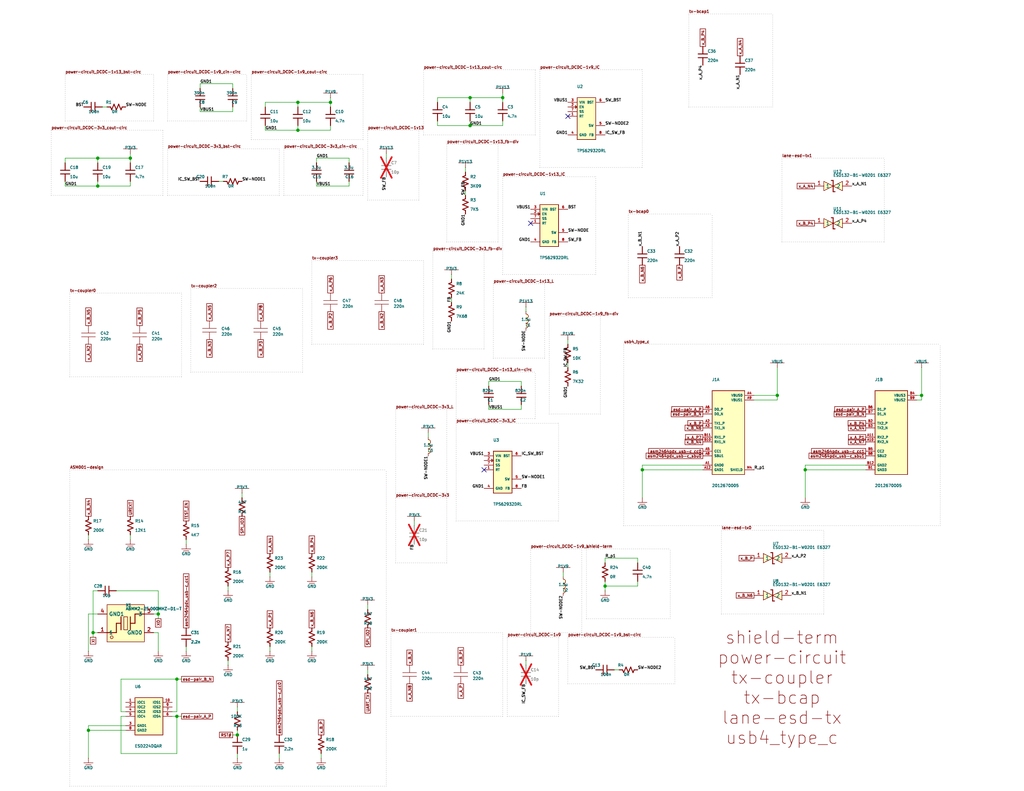
<source format=kicad_sch>
(kicad_sch (version 20230121) (generator jitx)
  (paper "A")
  (lib_symbols
    (symbol "P3V3" (power)
      (property "Reference" "#PWR" (at 35.0 60.0 0.0))
      (property "Value" "P3V3" (at 0.0 1.5875 0.0))
      (symbol "P3V3_1_0"
        (pin power_in line (at 0.0 0.0 90) (length 0.0) (name "P3V3") (number "~"))
      )
    )
    (symbol "VBUS" (power)
      (property "Reference" "#PWR" (at 35.0 60.0 0.0))
      (property "Value" "VBUS" (at 0.0 1.5875 0.0))
      (symbol "VBUS_1_0"
        (pin power_in line (at 0.0 0.0 90) (length 0.0) (name "VBUS") (number "~"))
      )
    )
    (symbol "P1V9" (power)
      (property "Reference" "#PWR" (at 35.0 60.0 0.0))
      (property "Value" "P1V9" (at 0.0 1.5875 0.0))
      (symbol "P1V9_1_0"
        (pin power_in line (at 0.0 0.0 90) (length 0.0) (name "P1V9") (number "~"))
      )
    )
    (symbol "GND" (power)
      (property "Reference" "#PWR" (at 35.0 60.0 0.0))
      (property "Value" "GND" (at 0.0 -2.6035 0.0))
      (symbol "GND_1_0"
        (pin power_in line (at 0.0 0.0 270) (length 0.0) (name "GND") (number "~"))
      )
    )
    (symbol "P1V13" (power)
      (property "Reference" "#PWR" (at 35.0 60.0 0.0))
      (property "Value" "P1V13" (at 0.0 1.5875 0.0))
      (symbol "P1V13_1_0"
        (pin power_in line (at 0.0 0.0 90) (length 0.0) (name "P1V13") (number "~"))
      )
    )
    (symbol "resistor_sym"
      (property "Reference" "U" (at 1.27 1.27 0.0))
      (property "Value" "resistor_sym" (at 1.27 -1.27 0.0))
      (symbol "resistor_sym_1_0"
        (pin unspecified line (at 0.0 2.54 270) (length 0.0) (name "1") (number "~"))
        (pin unspecified line (at 0.0 -2.54 90) (length 0.0) (name "2") (number "~"))
      )
    )
    (symbol "capacitor_sym"
      (property "Reference" "U" (at 1.27 1.27 0.0))
      (property "Value" "capacitor_sym" (at 1.27 -1.27 0.0))
      (symbol "capacitor_sym_1_0"
        (pin unspecified line (at 0.0 2.54 270) (length 0.0) (name "1") (number "~"))
        (pin unspecified line (at 0.0 -2.54 90) (length 0.0) (name "2") (number "~"))
      )
    )
    (symbol "Capacitor"
      (property "Reference" "U" (at 3.2385 0.0 0.0))
      (property "Value" "Capacitor" (at 3.2385 -1.524 0.0))
      (symbol "Capacitor_1_0"
        (pin unspecified line (at 0.0 2.54 270) (length 0.0) (name "1") (number "~"))
        (pin unspecified line (at 0.0 -2.54 90) (length 0.0) (name "2") (number "~"))
      )
    )
    (symbol "resistor_sym_1"
      (property "Reference" "U" (at 1.27 1.27 0.0))
      (property "Value" "resistor_sym_1" (at 1.27 -1.27 0.0))
      (symbol "resistor_sym_1_1_0"
        (pin unspecified line (at 0.0 2.54 270) (length 0.0) (name "1") (number "~"))
        (pin unspecified line (at 0.0 -2.54 90) (length 0.0) (name "2") (number "~"))
      )
    )
    (symbol "Box_Self_self_"
      (property "Reference" "U" (at -3.8735 7.6835 0.0))
      (property "Value" "Box_Self_self_" (at -3.8735 -7.6835 0.0))
      (symbol "Box_Self_self__1_0"
        (pin unspecified line (at -6.35 3.81 0) (length 2.54) (name "IOC1") (number "~"))
        (pin unspecified line (at -6.35 2.54 0) (length 2.54) (name "IOC2") (number "~"))
        (pin unspecified line (at -6.35 1.27 0) (length 2.54) (name "IOC3") (number "~"))
        (pin unspecified line (at -6.35 0.0 0) (length 2.54) (name "IOC4") (number "~"))
        (pin unspecified line (at 6.35 3.81 180) (length 2.54) (name "IOS1") (number "~"))
        (pin unspecified line (at 6.35 2.54 180) (length 2.54) (name "IOS2") (number "~"))
        (pin unspecified line (at 6.35 1.27 180) (length 2.54) (name "IOS3") (number "~"))
        (pin unspecified line (at 6.35 0.0 180) (length 2.54) (name "IOS4") (number "~"))
        (pin unspecified line (at -6.35 -2.54 0) (length 2.54) (name "GND1") (number "~"))
        (pin unspecified line (at -6.35 -3.81 0) (length 2.54) (name "GND2") (number "~"))
      )
    )
    (symbol "capacitor_sym_1"
      (property "Reference" "U" (at 1.27 1.27 0.0))
      (property "Value" "capacitor_sym_1" (at 1.27 -1.27 0.0))
      (symbol "capacitor_sym_1_1_0"
        (pin unspecified line (at 0.0 2.54 270) (length 0.0) (name "1") (number "~"))
        (pin unspecified line (at 0.0 -2.54 90) (length 0.0) (name "2") (number "~"))
      )
    )
    (symbol "Sym_1_2199230_6"
      (symbol "Sym_1_2199230_6_1_0"
        (pin unspecified line (at -12.7 48.26 0) (length 5.08) (name "CONFIG_3") (number "~"))
        (pin unspecified line (at -12.7 45.72 0) (length 5.08) (name "GND0") (number "~"))
        (pin unspecified line (at -12.7 43.18 0) (length 5.08) (name "PE3_RX_N") (number "~"))
        (pin unspecified line (at -12.7 40.64 0) (length 5.08) (name "PE3_RX_P") (number "~"))
        (pin unspecified line (at -12.7 38.1 0) (length 5.08) (name "GND1") (number "~"))
        (pin unspecified line (at -12.7 35.56 0) (length 5.08) (name "PE3_TX_N") (number "~"))
        (pin unspecified line (at -12.7 33.02 0) (length 5.08) (name "PE3_TX_P") (number "~"))
        (pin unspecified line (at -12.7 30.48 0) (length 5.08) (name "GND2") (number "~"))
        (pin unspecified line (at -12.7 27.94 0) (length 5.08) (name "PE2_RX_N") (number "~"))
        (pin unspecified line (at -12.7 25.4 0) (length 5.08) (name "PE2_RX_P") (number "~"))
        (pin unspecified line (at -12.7 22.86 0) (length 5.08) (name "CONFIG_0") (number "~"))
        (pin unspecified line (at -12.7 20.32 0) (length 5.08) (name "PE2_TX_N") (number "~"))
        (pin unspecified line (at -12.7 17.78 0) (length 5.08) (name "PE2_TX_P") (number "~"))
        (pin unspecified line (at -12.7 15.24 0) (length 5.08) (name "PE1_RX_N") (number "~"))
        (pin unspecified line (at -12.7 12.7 0) (length 5.08) (name "PE1_RX_P") (number "~"))
        (pin unspecified line (at -12.7 10.16 0) (length 5.08) (name "GND3") (number "~"))
        (pin unspecified line (at -12.7 7.62 0) (length 5.08) (name "PE1_TX_N") (number "~"))
        (pin unspecified line (at -12.7 5.08 0) (length 5.08) (name "PE1_TX_P") (number "~"))
        (pin unspecified line (at -12.7 2.54 0) (length 5.08) (name "GND4") (number "~"))
        (pin unspecified line (at -12.7 0.0 0) (length 5.08) (name "PE0_RX_N") (number "~"))
        (pin unspecified line (at -12.7 -2.54 0) (length 5.08) (name "PE0_RX_P") (number "~"))
        (pin unspecified line (at -12.7 -5.08 0) (length 5.08) (name "GND5") (number "~"))
        (pin unspecified line (at -12.7 -7.62 0) (length 5.08) (name "PE0_TX_N") (number "~"))
        (pin unspecified line (at -12.7 -10.16 0) (length 5.08) (name "PE0_TX_P") (number "~"))
        (pin unspecified line (at -12.7 -12.7 0) (length 5.08) (name "GND6") (number "~"))
        (pin unspecified line (at -12.7 -15.24 0) (length 5.08) (name "REFCLKN") (number "~"))
        (pin unspecified line (at -12.7 -17.78 0) (length 5.08) (name "REFCLKP") (number "~"))
        (pin unspecified line (at -12.7 -20.32 0) (length 5.08) (name "GND7") (number "~"))
        (pin unspecified line (at -12.7 -22.86 0) (length 5.08) (name "NC0") (number "~"))
        (pin unspecified line (at -12.7 -35.56 0) (length 5.08) (name "CONFIG_1") (number "~"))
        (pin unspecified line (at -12.7 -38.1 0) (length 5.08) (name "GND8") (number "~"))
        (pin unspecified line (at -12.7 -40.64 0) (length 5.08) (name "GND9") (number "~"))
        (pin unspecified line (at -12.7 -43.18 0) (length 5.08) (name "CONFIG_2") (number "~"))
        (pin unspecified line (at 12.7 48.26 180) (length 5.08) (name "V_3V3_0") (number "~"))
        (pin unspecified line (at 12.7 45.72 180) (length 5.08) (name "V_3V3_1") (number "~"))
        (pin unspecified line (at 12.7 43.18 180) (length 5.08) (name "NC1") (number "~"))
        (pin unspecified line (at 12.7 40.64 180) (length 5.08) (name "NC2") (number "~"))
        (pin unspecified line (at 12.7 38.1 180) (length 5.08) (name "DAS_DSS") (number "~"))
        (pin unspecified line (at 12.7 35.56 180) (length 5.08) (name "V_3V3_2") (number "~"))
        (pin unspecified line (at 12.7 33.02 180) (length 5.08) (name "V_3V3_3") (number "~"))
        (pin unspecified line (at 12.7 30.48 180) (length 5.08) (name "V_3V3_4") (number "~"))
        (pin unspecified line (at 12.7 27.94 180) (length 5.08) (name "V_3V3_5") (number "~"))
        (pin unspecified line (at 12.7 25.4 180) (length 5.08) (name "NC3") (number "~"))
        (pin unspecified line (at 12.7 22.86 180) (length 5.08) (name "NC4") (number "~"))
        (pin unspecified line (at 12.7 20.32 180) (length 5.08) (name "NC5") (number "~"))
        (pin unspecified line (at 12.7 17.78 180) (length 5.08) (name "NC6") (number "~"))
        (pin unspecified line (at 12.7 15.24 180) (length 5.08) (name "NC7") (number "~"))
        (pin unspecified line (at 12.7 12.7 180) (length 5.08) (name "NC8") (number "~"))
        (pin unspecified line (at 12.7 10.16 180) (length 5.08) (name "NC9") (number "~"))
        (pin unspecified line (at 12.7 7.62 180) (length 5.08) (name "NC10") (number "~"))
        (pin unspecified line (at 12.7 5.08 180) (length 5.08) (name "NC11") (number "~"))
        (pin unspecified line (at 12.7 2.54 180) (length 5.08) (name "DEVSLP") (number "~"))
        (pin unspecified line (at 12.7 0.0 180) (length 5.08) (name "NC12") (number "~"))
        (pin unspecified line (at 12.7 -2.54 180) (length 5.08) (name "NC13") (number "~"))
        (pin unspecified line (at 12.7 -5.08 180) (length 5.08) (name "NC14") (number "~"))
        (pin unspecified line (at 12.7 -7.62 180) (length 5.08) (name "NC15") (number "~"))
        (pin unspecified line (at 12.7 -10.16 180) (length 5.08) (name "NC16") (number "~"))
        (pin unspecified line (at 12.7 -12.7 180) (length 5.08) (name "PERST#") (number "~"))
        (pin unspecified line (at 12.7 -15.24 180) (length 5.08) (name "CLKREQ#") (number "~"))
        (pin unspecified line (at 12.7 -17.78 180) (length 5.08) (name "PEWAKE#") (number "~"))
        (pin unspecified line (at 12.7 -20.32 180) (length 5.08) (name "MFG1") (number "~"))
        (pin unspecified line (at 12.7 -22.86 180) (length 5.08) (name "MFG2") (number "~"))
        (pin unspecified line (at 12.7 -35.56 180) (length 5.08) (name "SUSCLK") (number "~"))
        (pin unspecified line (at 12.7 -38.1 180) (length 5.08) (name "V_3V3_6") (number "~"))
        (pin unspecified line (at 12.7 -40.64 180) (length 5.08) (name "V_3V3_7") (number "~"))
        (pin unspecified line (at 12.7 -43.18 180) (length 5.08) (name "V_3V3_8") (number "~"))
        (pin unspecified line (at 12.7 -48.26 180) (length 5.08) (name "SHIELD0") (number "~"))
        (pin unspecified line (at 12.7 -50.8 180) (length 5.08) (name "SHIELD1") (number "~"))
      )
    )
    (symbol "Inductor"
      (property "Reference" "U" (at 1.3335 0.0 0.0))
      (property "Value" "Inductor" (at 1.3335 -1.524 0.0))
      (symbol "Inductor_1_0"
        (pin unspecified line (at 0.0 2.54 270) (length 0.0) (name "1") (number "~"))
        (pin unspecified line (at 0.0 -2.54 90) (length 0.0) (name "2") (number "~"))
      )
    )
    (symbol "capacitor_sym_2"
      (property "Reference" "U" (at 1.27 1.27 0.0))
      (property "Value" "capacitor_sym_2" (at 1.27 -1.27 0.0))
      (symbol "capacitor_sym_2_1_0"
        (pin unspecified line (at 0.0 2.54 270) (length 0.0) (name "1") (number "~"))
        (pin unspecified line (at 0.0 -2.54 90) (length 0.0) (name "2") (number "~"))
      )
    )
    (symbol "Box_Self_self__1"
      (property "Reference" "U" (at -2.6035 8.9535 0.0))
      (property "Value" "Box_Self_self__1" (at -2.6035 -7.6835 0.0))
      (symbol "Box_Self_self__1_1_0"
        (pin unspecified line (at -5.08 5.08 0) (length 2.54) (name "VIN") (number "~"))
        (pin unspecified line (at -5.08 3.81 0) (length 2.54) (name "EN") (number "~"))
        (pin unspecified line (at -5.08 2.54 0) (length 2.54) (name "SS") (number "~"))
        (pin unspecified line (at -5.08 1.27 0) (length 2.54) (name "RT") (number "~"))
        (pin unspecified line (at 5.08 5.08 180) (length 2.54) (name "BST") (number "~"))
        (pin unspecified line (at 5.08 -1.27 180) (length 2.54) (name "SW") (number "~"))
        (pin unspecified line (at -5.08 -3.81 0) (length 2.54) (name "GND") (number "~"))
        (pin unspecified line (at 5.08 -3.81 180) (length 2.54) (name "FB") (number "~"))
      )
    )
    (symbol "capacitor_sym_3"
      (property "Reference" "U" (at 1.27 1.27 0.0))
      (property "Value" "capacitor_sym_3" (at 1.27 -1.27 0.0))
      (symbol "capacitor_sym_3_1_0"
        (pin unspecified line (at 0.0 2.54 270) (length 0.0) (name "1") (number "~"))
        (pin unspecified line (at 0.0 -2.54 90) (length 0.0) (name "2") (number "~"))
      )
    )
    (symbol "resistor_sym_2"
      (property "Reference" "U" (at 1.27 1.27 0.0))
      (property "Value" "resistor_sym_2" (at 1.27 -1.27 0.0))
      (symbol "resistor_sym_2_1_0"
        (pin unspecified line (at 0.0 2.54 270) (length 0.0) (name "1") (number "~"))
        (pin unspecified line (at 0.0 -2.54 90) (length 0.0) (name "2") (number "~"))
      )
    )
    (symbol "resistor_sym_3"
      (property "Reference" "U" (at 1.27 1.27 0.0))
      (property "Value" "resistor_sym_3" (at 1.27 -1.27 0.0))
      (symbol "resistor_sym_3_1_0"
        (pin unspecified line (at 0.0 2.54 270) (length 0.0) (name "1") (number "~"))
        (pin unspecified line (at 0.0 -2.54 90) (length 0.0) (name "2") (number "~"))
      )
    )
    (symbol "resistor_sym_4"
      (property "Reference" "U" (at 1.27 1.27 0.0))
      (property "Value" "resistor_sym_4" (at 1.27 -1.27 0.0))
      (symbol "resistor_sym_4_1_0"
        (pin unspecified line (at 0.0 2.54 270) (length 0.0) (name "1") (number "~"))
        (pin unspecified line (at 0.0 -2.54 90) (length 0.0) (name "2") (number "~"))
      )
    )
    (symbol "capacitor_sym_4"
      (property "Reference" "U" (at 1.27 1.27 0.0))
      (property "Value" "capacitor_sym_4" (at 1.27 -1.27 0.0))
      (symbol "capacitor_sym_4_1_0"
        (pin unspecified line (at 0.0 2.54 270) (length 0.0) (name "1") (number "~"))
        (pin unspecified line (at 0.0 -2.54 90) (length 0.0) (name "2") (number "~"))
      )
    )
    (symbol "capacitor_sym_5"
      (property "Reference" "U" (at 1.27 1.27 0.0))
      (property "Value" "capacitor_sym_5" (at 1.27 -1.27 0.0))
      (symbol "capacitor_sym_5_1_0"
        (pin unspecified line (at 0.0 2.54 270) (length 0.0) (name "1") (number "~"))
        (pin unspecified line (at 0.0 -2.54 90) (length 0.0) (name "2") (number "~"))
      )
    )
    (symbol "resistor_sym_5"
      (property "Reference" "U" (at 1.27 1.27 0.0))
      (property "Value" "resistor_sym_5" (at 1.27 -1.27 0.0))
      (symbol "resistor_sym_5_1_0"
        (pin unspecified line (at 0.0 2.54 270) (length 0.0) (name "1") (number "~"))
        (pin unspecified line (at 0.0 -2.54 90) (length 0.0) (name "2") (number "~"))
      )
    )
    (symbol "capacitor_sym_6"
      (property "Reference" "U" (at 1.27 1.27 0.0))
      (property "Value" "capacitor_sym_6" (at 1.27 -1.27 0.0))
      (symbol "capacitor_sym_6_1_0"
        (pin unspecified line (at 0.0 2.54 270) (length 0.0) (name "1") (number "~"))
        (pin unspecified line (at 0.0 -2.54 90) (length 0.0) (name "2") (number "~"))
      )
    )
    (symbol "resistor_sym_6"
      (property "Reference" "U" (at 1.27 1.27 0.0))
      (property "Value" "resistor_sym_6" (at 1.27 -1.27 0.0))
      (symbol "resistor_sym_6_1_0"
        (pin unspecified line (at 0.0 2.54 270) (length 0.0) (name "1") (number "~"))
        (pin unspecified line (at 0.0 -2.54 90) (length 0.0) (name "2") (number "~"))
      )
    )
    (symbol "resistor_sym_7"
      (property "Reference" "U" (at 1.27 1.27 0.0))
      (property "Value" "resistor_sym_7" (at 1.27 -1.27 0.0))
      (symbol "resistor_sym_7_1_0"
        (pin unspecified line (at 0.0 2.54 270) (length 0.0) (name "1") (number "~"))
        (pin unspecified line (at 0.0 -2.54 90) (length 0.0) (name "2") (number "~"))
      )
    )
    (symbol "Box_Self_self__2"
      (property "Reference" "U" (at -3.8735 14.0335 0.0))
      (property "Value" "Box_Self_self__2" (at -3.8735 -14.0335 0.0))
      (symbol "Box_Self_self__2_1_0"
        (pin unspecified line (at 7.62 10.16 180) (length 2.54) (name "VBUS0") (number "~"))
        (pin unspecified line (at 7.62 8.89 180) (length 2.54) (name "VBUS1") (number "~"))
        (pin unspecified line (at -6.35 6.35 0) (length 2.54) (name "D0_P") (number "~"))
        (pin unspecified line (at -6.35 5.08 0) (length 2.54) (name "D0_N") (number "~"))
        (pin unspecified line (at -6.35 2.54 0) (length 2.54) (name "TX1_P") (number "~"))
        (pin unspecified line (at -6.35 1.27 0) (length 2.54) (name "TX1_N") (number "~"))
        (pin unspecified line (at -6.35 -1.27 0) (length 2.54) (name "RX1_P") (number "~"))
        (pin unspecified line (at -6.35 -2.54 0) (length 2.54) (name "RX1_N") (number "~"))
        (pin unspecified line (at -6.35 -5.08 0) (length 2.54) (name "CC1") (number "~"))
        (pin unspecified line (at -6.35 -6.35 0) (length 2.54) (name "SBU1") (number "~"))
        (pin unspecified line (at -6.35 -8.89 0) (length 2.54) (name "GND0") (number "~"))
        (pin unspecified line (at -6.35 -10.16 0) (length 2.54) (name "GND1") (number "~"))
        (pin unspecified line (at 7.62 -10.16 180) (length 2.54) (name "SHIELD") (number "~"))
      )
    )
    (symbol "Box_Self_self__3"
      (property "Reference" "U" (at -3.8735 14.0335 0.0))
      (property "Value" "Box_Self_self__3" (at -3.8735 -14.0335 0.0))
      (symbol "Box_Self_self__3_1_0"
        (pin unspecified line (at 7.62 10.16 180) (length 2.54) (name "VBUS3") (number "~"))
        (pin unspecified line (at 7.62 8.89 180) (length 2.54) (name "VBUS2") (number "~"))
        (pin unspecified line (at -6.35 6.35 0) (length 2.54) (name "D1_P") (number "~"))
        (pin unspecified line (at -6.35 5.08 0) (length 2.54) (name "D1_N") (number "~"))
        (pin unspecified line (at -6.35 2.54 0) (length 2.54) (name "TX2_P") (number "~"))
        (pin unspecified line (at -6.35 1.27 0) (length 2.54) (name "TX2_N") (number "~"))
        (pin unspecified line (at -6.35 -1.27 0) (length 2.54) (name "RX2_P") (number "~"))
        (pin unspecified line (at -6.35 -2.54 0) (length 2.54) (name "RX2_N") (number "~"))
        (pin unspecified line (at -6.35 -5.08 0) (length 2.54) (name "CC2") (number "~"))
        (pin unspecified line (at -6.35 -6.35 0) (length 2.54) (name "SBU2") (number "~"))
        (pin unspecified line (at -6.35 -8.89 0) (length 2.54) (name "GND2") (number "~"))
        (pin unspecified line (at -6.35 -10.16 0) (length 2.54) (name "GND3") (number "~"))
      )
    )
    (symbol "capacitor_sym_7"
      (property "Reference" "U" (at 1.27 1.27 0.0))
      (property "Value" "capacitor_sym_7" (at 1.27 -1.27 0.0))
      (symbol "capacitor_sym_7_1_0"
        (pin unspecified line (at 0.0 2.54 270) (length 0.0) (name "1") (number "~"))
        (pin unspecified line (at 0.0 -2.54 90) (length 0.0) (name "2") (number "~"))
      )
    )
    (symbol "resistor_sym_8"
      (property "Reference" "U" (at 1.27 1.27 0.0))
      (property "Value" "resistor_sym_8" (at 1.27 -1.27 0.0))
      (symbol "resistor_sym_8_1_0"
        (pin unspecified line (at 0.0 2.54 270) (length 0.0) (name "1") (number "~"))
        (pin unspecified line (at 0.0 -2.54 90) (length 0.0) (name "2") (number "~"))
      )
    )
    (symbol "capacitor_sym_8"
      (property "Reference" "U" (at 1.27 1.27 0.0))
      (property "Value" "capacitor_sym_8" (at 1.27 -1.27 0.0))
      (symbol "capacitor_sym_8_1_0"
        (pin unspecified line (at 0.0 2.54 270) (length 0.0) (name "1") (number "~"))
        (pin unspecified line (at 0.0 -2.54 90) (length 0.0) (name "2") (number "~"))
      )
    )
    (symbol "capacitor_sym_9"
      (property "Reference" "U" (at 1.27 1.27 0.0))
      (property "Value" "capacitor_sym_9" (at 1.27 -1.27 0.0))
      (symbol "capacitor_sym_9_1_0"
        (pin unspecified line (at 0.0 2.54 270) (length 0.0) (name "1") (number "~"))
        (pin unspecified line (at 0.0 -2.54 90) (length 0.0) (name "2") (number "~"))
      )
    )
    (symbol "Power_Symbol"
      (property "Value" "Power_Symbol" (at 0.0 1.5875 0.0))
      (symbol "Power_Symbol_1_0"
        (pin unspecified line (at 0.0 0.0 90) (length 0.0) (name "0") (number "~"))
      )
    )
    (symbol "Ground_Symbol"
      (property "Value" "Ground_Symbol" (at 0.0 -2.6035 0.0))
      (symbol "Ground_Symbol_1_0"
        (pin unspecified line (at 0.0 0.0 270) (length 0.0) (name "0") (number "~"))
      )
    )
    (symbol "capacitor_sym_10"
      (property "Reference" "U" (at 1.27 1.27 0.0))
      (property "Value" "capacitor_sym_10" (at 1.27 -1.27 0.0))
      (symbol "capacitor_sym_10_1_0"
        (pin unspecified line (at 0.0 2.54 270) (length 0.0) (name "1") (number "~"))
        (pin unspecified line (at 0.0 -2.54 90) (length 0.0) (name "2") (number "~"))
      )
    )
    (symbol "resistor_sym_9"
      (property "Reference" "U" (at 1.27 1.27 0.0))
      (property "Value" "resistor_sym_9" (at 1.27 -1.27 0.0))
      (symbol "resistor_sym_9_1_0"
        (pin unspecified line (at 0.0 2.54 270) (length 0.0) (name "1") (number "~"))
        (pin unspecified line (at 0.0 -2.54 90) (length 0.0) (name "2") (number "~"))
      )
    )
    (symbol "resistor_sym_10"
      (property "Reference" "U" (at 1.27 1.27 0.0))
      (property "Value" "resistor_sym_10" (at 1.27 -1.27 0.0))
      (symbol "resistor_sym_10_1_0"
        (pin unspecified line (at 0.0 2.54 270) (length 0.0) (name "1") (number "~"))
        (pin unspecified line (at 0.0 -2.54 90) (length 0.0) (name "2") (number "~"))
      )
    )
    (symbol "sym_ABMM2_25_000MHZ_D1_T"
      (property "Reference" "U" (at 0.0 4.54 0.0))
      (property "Value" "sym_ABMM2_25_000MHZ_D1_T" (at 0.0 3.54 0.0))
      (symbol "sym_ABMM2_25_000MHZ_D1_T_1_0"
        (pin unspecified line (at 7.62 -2.54 180) (length 2.54) (name "GND0") (number "~"))
        (pin unspecified line (at -7.62 2.54 0) (length 2.54) (name "GND1") (number "~"))
        (pin unspecified line (at 7.62 2.54 180) (length 2.54) (name "3") (number "~"))
        (pin unspecified line (at -7.62 -2.54 0) (length 2.54) (name "1") (number "~"))
      )
    )
    (symbol "capacitor_sym_11"
      (property "Reference" "U" (at 1.27 1.27 0.0))
      (property "Value" "capacitor_sym_11" (at 1.27 -1.27 0.0))
      (symbol "capacitor_sym_11_1_0"
        (pin unspecified line (at 0.0 2.54 270) (length 0.0) (name "1") (number "~"))
        (pin unspecified line (at 0.0 -2.54 90) (length 0.0) (name "2") (number "~"))
      )
    )
    (symbol "capacitor_sym_12"
      (property "Reference" "U" (at 1.27 1.27 0.0))
      (property "Value" "capacitor_sym_12" (at 1.27 -1.27 0.0))
      (symbol "capacitor_sym_12_1_0"
        (pin unspecified line (at 0.0 2.54 270) (length 0.0) (name "1") (number "~"))
        (pin unspecified line (at 0.0 -2.54 90) (length 0.0) (name "2") (number "~"))
      )
    )
    (symbol "capacitor_sym_13"
      (property "Reference" "U" (at 1.27 1.27 0.0))
      (property "Value" "capacitor_sym_13" (at 1.27 -1.27 0.0))
      (symbol "capacitor_sym_13_1_0"
        (pin unspecified line (at 0.0 2.54 270) (length 0.0) (name "1") (number "~"))
        (pin unspecified line (at 0.0 -2.54 90) (length 0.0) (name "2") (number "~"))
      )
    )
    (symbol "capacitor_sym_14"
      (property "Reference" "U" (at 1.27 1.27 0.0))
      (property "Value" "capacitor_sym_14" (at 1.27 -1.27 0.0))
      (symbol "capacitor_sym_14_1_0"
        (pin unspecified line (at 0.0 2.54 270) (length 0.0) (name "1") (number "~"))
        (pin unspecified line (at 0.0 -2.54 90) (length 0.0) (name "2") (number "~"))
      )
    )
    (symbol "Box_Self_self__4"
      (property "Reference" "U" (at -6.4135 25.4635 0.0))
      (property "Value" "Box_Self_self__4" (at -6.4135 -24.1935 0.0))
      (symbol "Box_Self_self__4_1_0"
        (pin unspecified line (at -8.89 21.59 0) (length 2.54) (name "UDP") (number "~"))
        (pin unspecified line (at -8.89 20.32 0) (length 2.54) (name "UDM") (number "~"))
        (pin unspecified line (at -8.89 19.05 0) (length 2.54) (name "UTXP0") (number "~"))
        (pin unspecified line (at -8.89 17.78 0) (length 2.54) (name "UTXN0") (number "~"))
        (pin unspecified line (at -8.89 16.51 0) (length 2.54) (name "UTXP1") (number "~"))
        (pin unspecified line (at -8.89 15.24 0) (length 2.54) (name "UTXN1") (number "~"))
        (pin unspecified line (at -8.89 13.97 0) (length 2.54) (name "URXP0") (number "~"))
        (pin unspecified line (at -8.89 12.7 0) (length 2.54) (name "URXN0") (number "~"))
        (pin unspecified line (at -8.89 11.43 0) (length 2.54) (name "URXP1") (number "~"))
        (pin unspecified line (at -8.89 10.16 0) (length 2.54) (name "URXN1") (number "~"))
        (pin unspecified line (at -8.89 8.89 0) (length 2.54) (name "VBUS") (number "~"))
        (pin unspecified line (at -8.89 7.62 0) (length 2.54) (name "CC1") (number "~"))
        (pin unspecified line (at -8.89 6.35 0) (length 2.54) (name "CC2") (number "~"))
        (pin unspecified line (at -8.89 5.08 0) (length 2.54) (name "SBU1") (number "~"))
        (pin unspecified line (at -8.89 3.81 0) (length 2.54) (name "SBU2") (number "~"))
        (pin unspecified line (at -8.89 2.54 0) (length 2.54) (name "REFCLKN0") (number "~"))
        (pin unspecified line (at -8.89 1.27 0) (length 2.54) (name "REFCLKP0") (number "~"))
        (pin unspecified line (at -8.89 0.0 0) (length 2.54) (name "PRXN1") (number "~"))
        (pin unspecified line (at -8.89 -1.27 0) (length 2.54) (name "PRXP1") (number "~"))
        (pin unspecified line (at -8.89 -2.54 0) (length 2.54) (name "PRXN0") (number "~"))
        (pin unspecified line (at -8.89 -3.81 0) (length 2.54) (name "PRXP0") (number "~"))
        (pin unspecified line (at -8.89 -5.08 0) (length 2.54) (name "PTXN1") (number "~"))
        (pin unspecified line (at -8.89 -6.35 0) (length 2.54) (name "PTXP1") (number "~"))
        (pin unspecified line (at -8.89 -7.62 0) (length 2.54) (name "PTXN0") (number "~"))
        (pin unspecified line (at -8.89 -8.89 0) (length 2.54) (name "PTXP0") (number "~"))
        (pin unspecified line (at -8.89 -10.16 0) (length 2.54) (name "PRXN3") (number "~"))
        (pin unspecified line (at -8.89 -11.43 0) (length 2.54) (name "PRXP3") (number "~"))
        (pin unspecified line (at -8.89 -12.7 0) (length 2.54) (name "PRXN2") (number "~"))
        (pin unspecified line (at -8.89 -13.97 0) (length 2.54) (name "PRXP2") (number "~"))
        (pin unspecified line (at -8.89 -15.24 0) (length 2.54) (name "PTXN3") (number "~"))
        (pin unspecified line (at -8.89 -16.51 0) (length 2.54) (name "PTXP3") (number "~"))
        (pin unspecified line (at -8.89 -17.78 0) (length 2.54) (name "PTXN2") (number "~"))
        (pin unspecified line (at -8.89 -19.05 0) (length 2.54) (name "PTXP2") (number "~"))
        (pin unspecified line (at -8.89 -20.32 0) (length 2.54) (name "TEST_EN") (number "~"))
        (pin unspecified line (at 8.89 20.32 180) (length 2.54) (name "UART_TX") (number "~"))
        (pin unspecified line (at 8.89 19.05 180) (length 2.54) (name "UART_RX") (number "~"))
        (pin unspecified line (at 8.89 17.78 180) (length 2.54) (name "HDDPC") (number "~"))
        (pin unspecified line (at 8.89 16.51 180) (length 2.54) (name "RST#") (number "~"))
        (pin unspecified line (at 8.89 15.24 180) (length 2.54) (name "I2C_DATA_P") (number "~"))
        (pin unspecified line (at 8.89 13.97 180) (length 2.54) (name "I2C_CLK_P") (number "~"))
        (pin unspecified line (at 8.89 12.7 180) (length 2.54) (name "GPIO0") (number "~"))
        (pin unspecified line (at 8.89 11.43 180) (length 2.54) (name "GPIO1") (number "~"))
        (pin unspecified line (at 8.89 10.16 180) (length 2.54) (name "GPIO2") (number "~"))
        (pin unspecified line (at 8.89 8.89 180) (length 2.54) (name "GPIO3") (number "~"))
        (pin unspecified line (at 8.89 7.62 180) (length 2.54) (name "SPI_CS#") (number "~"))
        (pin unspecified line (at 8.89 6.35 180) (length 2.54) (name "SPI_DO") (number "~"))
        (pin unspecified line (at 8.89 5.08 180) (length 2.54) (name "SPI_CLK") (number "~"))
        (pin unspecified line (at 8.89 3.81 180) (length 2.54) (name "SPI_DI") (number "~"))
        (pin unspecified line (at 8.89 2.54 180) (length 2.54) (name "GPIO8") (number "~"))
        (pin unspecified line (at 8.89 1.27 180) (length 2.54) (name "GPIO14") (number "~"))
        (pin unspecified line (at 8.89 0.0 180) (length 2.54) (name "GPIO15") (number "~"))
        (pin unspecified line (at 8.89 -1.27 180) (length 2.54) (name "GPIO16") (number "~"))
        (pin unspecified line (at 8.89 -2.54 180) (length 2.54) (name "GPIO17") (number "~"))
        (pin unspecified line (at 8.89 -3.81 180) (length 2.54) (name "GPIO18") (number "~"))
        (pin unspecified line (at 8.89 -5.08 180) (length 2.54) (name "GPIO19") (number "~"))
        (pin unspecified line (at 8.89 -6.35 180) (length 2.54) (name "GPIO20") (number "~"))
        (pin unspecified line (at 8.89 -7.62 180) (length 2.54) (name "GPIO21") (number "~"))
        (pin unspecified line (at 8.89 -8.89 180) (length 2.54) (name "GPIO22") (number "~"))
        (pin unspecified line (at 8.89 -10.16 180) (length 2.54) (name "GPIO23") (number "~"))
        (pin unspecified line (at 8.89 -11.43 180) (length 2.54) (name "GPIO24") (number "~"))
        (pin unspecified line (at 8.89 -12.7 180) (length 2.54) (name "GPIO25") (number "~"))
        (pin unspecified line (at 8.89 -13.97 180) (length 2.54) (name "GPIO26") (number "~"))
        (pin unspecified line (at 8.89 -15.24 180) (length 2.54) (name "GPIO27") (number "~"))
        (pin unspecified line (at 8.89 -16.51 180) (length 2.54) (name "UREXT") (number "~"))
        (pin unspecified line (at 8.89 -17.78 180) (length 2.54) (name "XI") (number "~"))
        (pin unspecified line (at 8.89 -19.05 180) (length 2.54) (name "XO") (number "~"))
      )
    )
    (symbol "Box_Self_self__5"
      (property "Reference" "U" (at -2.6035 30.5435 0.0))
      (property "Value" "Box_Self_self__5" (at -2.6035 -29.2735 0.0))
      (symbol "Box_Self_self__5_1_0"
        (pin unspecified line (at -5.08 26.67 0) (length 2.54) (name "NC0") (number "~"))
        (pin unspecified line (at -5.08 25.4 0) (length 2.54) (name "NC1") (number "~"))
        (pin unspecified line (at -5.08 24.13 0) (length 2.54) (name "NC2") (number "~"))
        (pin unspecified line (at -5.08 22.86 0) (length 2.54) (name "NC3") (number "~"))
        (pin unspecified line (at -5.08 21.59 0) (length 2.54) (name "NC4") (number "~"))
        (pin unspecified line (at -5.08 20.32 0) (length 2.54) (name "NC5") (number "~"))
        (pin unspecified line (at -5.08 19.05 0) (length 2.54) (name "NC6") (number "~"))
        (pin unspecified line (at -5.08 17.78 0) (length 2.54) (name "NC7") (number "~"))
        (pin unspecified line (at -5.08 16.51 0) (length 2.54) (name "NC8") (number "~"))
        (pin unspecified line (at -5.08 15.24 0) (length 2.54) (name "NC9") (number "~"))
        (pin unspecified line (at -5.08 13.97 0) (length 2.54) (name "NC10") (number "~"))
        (pin unspecified line (at -5.08 12.7 0) (length 2.54) (name "NC11") (number "~"))
        (pin unspecified line (at -5.08 11.43 0) (length 2.54) (name "NC12") (number "~"))
        (pin unspecified line (at -5.08 10.16 0) (length 2.54) (name "NC13") (number "~"))
        (pin unspecified line (at -5.08 8.89 0) (length 2.54) (name "NC14") (number "~"))
        (pin unspecified line (at -5.08 7.62 0) (length 2.54) (name "NC15") (number "~"))
        (pin unspecified line (at -5.08 6.35 0) (length 2.54) (name "NC16") (number "~"))
        (pin unspecified line (at -5.08 5.08 0) (length 2.54) (name "NC17") (number "~"))
        (pin unspecified line (at -5.08 3.81 0) (length 2.54) (name "NC18") (number "~"))
        (pin unspecified line (at -5.08 2.54 0) (length 2.54) (name "NC19") (number "~"))
        (pin unspecified line (at -5.08 1.27 0) (length 2.54) (name "NC20") (number "~"))
        (pin unspecified line (at -5.08 0.0 0) (length 2.54) (name "NC21") (number "~"))
        (pin unspecified line (at -5.08 -1.27 0) (length 2.54) (name "NC22") (number "~"))
        (pin unspecified line (at -5.08 -2.54 0) (length 2.54) (name "NC23") (number "~"))
        (pin unspecified line (at -5.08 -3.81 0) (length 2.54) (name "NC24") (number "~"))
        (pin unspecified line (at -5.08 -5.08 0) (length 2.54) (name "NC25") (number "~"))
        (pin unspecified line (at -5.08 -6.35 0) (length 2.54) (name "NC26") (number "~"))
        (pin unspecified line (at -5.08 -7.62 0) (length 2.54) (name "NC27") (number "~"))
        (pin unspecified line (at -5.08 -8.89 0) (length 2.54) (name "NC28") (number "~"))
        (pin unspecified line (at -5.08 -10.16 0) (length 2.54) (name "NC29") (number "~"))
        (pin unspecified line (at -5.08 -11.43 0) (length 2.54) (name "NC30") (number "~"))
        (pin unspecified line (at -5.08 -12.7 0) (length 2.54) (name "NC31") (number "~"))
        (pin unspecified line (at -5.08 -13.97 0) (length 2.54) (name "REFCLKN3") (number "~"))
        (pin unspecified line (at -5.08 -15.24 0) (length 2.54) (name "REFCLKP3") (number "~"))
        (pin unspecified line (at -5.08 -16.51 0) (length 2.54) (name "REFCLKN2") (number "~"))
        (pin unspecified line (at -5.08 -17.78 0) (length 2.54) (name "REFCLKP2") (number "~"))
        (pin unspecified line (at -5.08 -19.05 0) (length 2.54) (name "REFCLKN1") (number "~"))
        (pin unspecified line (at -5.08 -20.32 0) (length 2.54) (name "REFCLKP1") (number "~"))
        (pin unspecified line (at -5.08 -21.59 0) (length 2.54) (name "PERST#3") (number "~"))
        (pin unspecified line (at -5.08 -22.86 0) (length 2.54) (name "PERST#2") (number "~"))
        (pin unspecified line (at -5.08 -24.13 0) (length 2.54) (name "PERST#1") (number "~"))
        (pin unspecified line (at -5.08 -25.4 0) (length 2.54) (name "PERST#0") (number "~"))
      )
    )
    (symbol "Box_Self_self__6"
      (property "Reference" "U" (at -5.1435 29.2735 0.0))
      (property "Value" "Box_Self_self__6" (at -5.1435 -28.0035 0.0))
      (symbol "Box_Self_self__6_1_0"
        (pin unspecified line (at -7.62 25.4 0) (length 2.54) (name "VDD0") (number "~"))
        (pin unspecified line (at -7.62 24.13 0) (length 2.54) (name "VDD1") (number "~"))
        (pin unspecified line (at -7.62 22.86 0) (length 2.54) (name "VDD2") (number "~"))
        (pin unspecified line (at -7.62 21.59 0) (length 2.54) (name "VDD3") (number "~"))
        (pin unspecified line (at -7.62 20.32 0) (length 2.54) (name "VDD4") (number "~"))
        (pin unspecified line (at -7.62 19.05 0) (length 2.54) (name "VDD5") (number "~"))
        (pin unspecified line (at -7.62 17.78 0) (length 2.54) (name "VDD6") (number "~"))
        (pin unspecified line (at -7.62 16.51 0) (length 2.54) (name "VDD7") (number "~"))
        (pin unspecified line (at -7.62 15.24 0) (length 2.54) (name "VDD8") (number "~"))
        (pin unspecified line (at -7.62 13.97 0) (length 2.54) (name "VDD9") (number "~"))
        (pin unspecified line (at -7.62 12.7 0) (length 2.54) (name "VDD10") (number "~"))
        (pin unspecified line (at -7.62 11.43 0) (length 2.54) (name "VDD11") (number "~"))
        (pin unspecified line (at -7.62 10.16 0) (length 2.54) (name "VDD12") (number "~"))
        (pin unspecified line (at -7.62 8.89 0) (length 2.54) (name "VDD13") (number "~"))
        (pin unspecified line (at -7.62 7.62 0) (length 2.54) (name "VDD14") (number "~"))
        (pin unspecified line (at -7.62 6.35 0) (length 2.54) (name "VDD15") (number "~"))
        (pin unspecified line (at -7.62 5.08 0) (length 2.54) (name "VDD16") (number "~"))
        (pin unspecified line (at -7.62 3.81 0) (length 2.54) (name "VDD17") (number "~"))
        (pin unspecified line (at -7.62 2.54 0) (length 2.54) (name "VDD18") (number "~"))
        (pin unspecified line (at -7.62 1.27 0) (length 2.54) (name "VDD19") (number "~"))
        (pin unspecified line (at -7.62 0.0 0) (length 2.54) (name "VDD20") (number "~"))
        (pin unspecified line (at -7.62 -1.27 0) (length 2.54) (name "VDD21") (number "~"))
        (pin unspecified line (at -7.62 -2.54 0) (length 2.54) (name "VDD22") (number "~"))
        (pin unspecified line (at -7.62 -3.81 0) (length 2.54) (name "VDD23") (number "~"))
        (pin unspecified line (at -7.62 -5.08 0) (length 2.54) (name "VDD24") (number "~"))
        (pin unspecified line (at -7.62 -6.35 0) (length 2.54) (name "VDD25") (number "~"))
        (pin unspecified line (at -7.62 -7.62 0) (length 2.54) (name "VDD26") (number "~"))
        (pin unspecified line (at -7.62 -8.89 0) (length 2.54) (name "VDD39") (number "~"))
        (pin unspecified line (at -7.62 -10.16 0) (length 2.54) (name "VDD38") (number "~"))
        (pin unspecified line (at -7.62 -11.43 0) (length 2.54) (name "VDD37") (number "~"))
        (pin unspecified line (at -7.62 -12.7 0) (length 2.54) (name "VDD36") (number "~"))
        (pin unspecified line (at -7.62 -13.97 0) (length 2.54) (name "VDD35") (number "~"))
        (pin unspecified line (at -7.62 -15.24 0) (length 2.54) (name "VDD34") (number "~"))
        (pin unspecified line (at -7.62 -16.51 0) (length 2.54) (name "VDD33") (number "~"))
        (pin unspecified line (at -7.62 -17.78 0) (length 2.54) (name "VDD32") (number "~"))
        (pin unspecified line (at -7.62 -19.05 0) (length 2.54) (name "VDD31") (number "~"))
        (pin unspecified line (at -7.62 -20.32 0) (length 2.54) (name "VDD30") (number "~"))
        (pin unspecified line (at -7.62 -21.59 0) (length 2.54) (name "VDD29") (number "~"))
        (pin unspecified line (at -7.62 -22.86 0) (length 2.54) (name "VDD28") (number "~"))
        (pin unspecified line (at -7.62 -24.13 0) (length 2.54) (name "VDD27") (number "~"))
        (pin unspecified line (at 7.62 19.05 180) (length 2.54) (name "GND0") (number "~"))
        (pin unspecified line (at 7.62 17.78 180) (length 2.54) (name "GND1") (number "~"))
        (pin unspecified line (at 7.62 16.51 180) (length 2.54) (name "GND2") (number "~"))
        (pin unspecified line (at 7.62 15.24 180) (length 2.54) (name "GND3") (number "~"))
        (pin unspecified line (at 7.62 13.97 180) (length 2.54) (name "GND4") (number "~"))
        (pin unspecified line (at 7.62 12.7 180) (length 2.54) (name "GND5") (number "~"))
        (pin unspecified line (at 7.62 11.43 180) (length 2.54) (name "GND6") (number "~"))
        (pin unspecified line (at 7.62 10.16 180) (length 2.54) (name "GND7") (number "~"))
        (pin unspecified line (at 7.62 8.89 180) (length 2.54) (name "GND8") (number "~"))
        (pin unspecified line (at 7.62 7.62 180) (length 2.54) (name "GND9") (number "~"))
        (pin unspecified line (at 7.62 6.35 180) (length 2.54) (name "GND10") (number "~"))
        (pin unspecified line (at 7.62 5.08 180) (length 2.54) (name "GND11") (number "~"))
        (pin unspecified line (at 7.62 3.81 180) (length 2.54) (name "GND12") (number "~"))
        (pin unspecified line (at 7.62 2.54 180) (length 2.54) (name "GND13") (number "~"))
        (pin unspecified line (at 7.62 1.27 180) (length 2.54) (name "GND14") (number "~"))
        (pin unspecified line (at 7.62 0.0 180) (length 2.54) (name "GND15") (number "~"))
        (pin unspecified line (at 7.62 -1.27 180) (length 2.54) (name "GND16") (number "~"))
        (pin unspecified line (at 7.62 -2.54 180) (length 2.54) (name "GND17") (number "~"))
        (pin unspecified line (at 7.62 -3.81 180) (length 2.54) (name "GND18") (number "~"))
        (pin unspecified line (at 7.62 -5.08 180) (length 2.54) (name "GND19") (number "~"))
        (pin unspecified line (at 7.62 -6.35 180) (length 2.54) (name "GND20") (number "~"))
        (pin unspecified line (at 7.62 -7.62 180) (length 2.54) (name "GND21") (number "~"))
        (pin unspecified line (at 7.62 -8.89 180) (length 2.54) (name "GND22") (number "~"))
        (pin unspecified line (at 7.62 -10.16 180) (length 2.54) (name "GND23") (number "~"))
        (pin unspecified line (at 7.62 -11.43 180) (length 2.54) (name "GND24") (number "~"))
        (pin unspecified line (at 7.62 -12.7 180) (length 2.54) (name "GND25") (number "~"))
        (pin unspecified line (at 7.62 -13.97 180) (length 2.54) (name "GND26") (number "~"))
        (pin unspecified line (at 7.62 -15.24 180) (length 2.54) (name "GND27") (number "~"))
        (pin unspecified line (at 7.62 -16.51 180) (length 2.54) (name "GND28") (number "~"))
        (pin unspecified line (at 7.62 -17.78 180) (length 2.54) (name "GND29") (number "~"))
      )
    )
    (symbol "Box_Self_self__7"
      (property "Reference" "U" (at -5.1435 45.7835 0.0))
      (property "Value" "Box_Self_self__7" (at -5.1435 -44.5135 0.0))
      (symbol "Box_Self_self__7_1_0"
        (pin unspecified line (at -7.62 17.78 0) (length 2.54) (name "VCCL16") (number "~"))
        (pin unspecified line (at -7.62 16.51 0) (length 2.54) (name "VCCL15") (number "~"))
        (pin unspecified line (at -7.62 15.24 0) (length 2.54) (name "VCCL14") (number "~"))
        (pin unspecified line (at -7.62 13.97 0) (length 2.54) (name "VCCL13") (number "~"))
        (pin unspecified line (at -7.62 12.7 0) (length 2.54) (name "VCCL12") (number "~"))
        (pin unspecified line (at -7.62 11.43 0) (length 2.54) (name "VCCL11") (number "~"))
        (pin unspecified line (at -7.62 10.16 0) (length 2.54) (name "VCCL10") (number "~"))
        (pin unspecified line (at -7.62 8.89 0) (length 2.54) (name "VCCL9") (number "~"))
        (pin unspecified line (at -7.62 7.62 0) (length 2.54) (name "VCCL8") (number "~"))
        (pin unspecified line (at -7.62 6.35 0) (length 2.54) (name "VCCL7") (number "~"))
        (pin unspecified line (at -7.62 5.08 0) (length 2.54) (name "VCCL6") (number "~"))
        (pin unspecified line (at -7.62 3.81 0) (length 2.54) (name "VCCL5") (number "~"))
        (pin unspecified line (at -7.62 2.54 0) (length 2.54) (name "VCCL4") (number "~"))
        (pin unspecified line (at -7.62 1.27 0) (length 2.54) (name "VCCL3") (number "~"))
        (pin unspecified line (at -7.62 0.0 0) (length 2.54) (name "VCCL2") (number "~"))
        (pin unspecified line (at -7.62 -1.27 0) (length 2.54) (name "VCCL1") (number "~"))
        (pin unspecified line (at -7.62 -2.54 0) (length 2.54) (name "VCCL0") (number "~"))
        (pin unspecified line (at -7.62 -3.81 0) (length 2.54) (name "VCCH10") (number "~"))
        (pin unspecified line (at -7.62 -5.08 0) (length 2.54) (name "VCCH9") (number "~"))
        (pin unspecified line (at -7.62 -6.35 0) (length 2.54) (name "VCCH8") (number "~"))
        (pin unspecified line (at -7.62 -7.62 0) (length 2.54) (name "VCCH7") (number "~"))
        (pin unspecified line (at -7.62 -8.89 0) (length 2.54) (name "VCCH6") (number "~"))
        (pin unspecified line (at -7.62 -10.16 0) (length 2.54) (name "VCCH5") (number "~"))
        (pin unspecified line (at -7.62 -11.43 0) (length 2.54) (name "VCCH4") (number "~"))
        (pin unspecified line (at -7.62 -12.7 0) (length 2.54) (name "VCCH3") (number "~"))
        (pin unspecified line (at -7.62 -13.97 0) (length 2.54) (name "VCCH2") (number "~"))
        (pin unspecified line (at -7.62 -15.24 0) (length 2.54) (name "VCCH1") (number "~"))
        (pin unspecified line (at -7.62 -16.51 0) (length 2.54) (name "VCCH0") (number "~"))
        (pin unspecified line (at -7.62 -17.78 0) (length 2.54) (name "VCCA33") (number "~"))
        (pin unspecified line (at 7.62 41.91 180) (length 2.54) (name "GNDA0") (number "~"))
        (pin unspecified line (at 7.62 40.64 180) (length 2.54) (name "GNDA1") (number "~"))
        (pin unspecified line (at 7.62 39.37 180) (length 2.54) (name "GNDA2") (number "~"))
        (pin unspecified line (at 7.62 38.1 180) (length 2.54) (name "GNDA3") (number "~"))
        (pin unspecified line (at 7.62 36.83 180) (length 2.54) (name "GNDA4") (number "~"))
        (pin unspecified line (at 7.62 35.56 180) (length 2.54) (name "GNDA5") (number "~"))
        (pin unspecified line (at 7.62 34.29 180) (length 2.54) (name "GNDA6") (number "~"))
        (pin unspecified line (at 7.62 33.02 180) (length 2.54) (name "GNDA7") (number "~"))
        (pin unspecified line (at 7.62 31.75 180) (length 2.54) (name "GNDA8") (number "~"))
        (pin unspecified line (at 7.62 30.48 180) (length 2.54) (name "GNDA9") (number "~"))
        (pin unspecified line (at 7.62 29.21 180) (length 2.54) (name "GNDA10") (number "~"))
        (pin unspecified line (at 7.62 27.94 180) (length 2.54) (name "GNDA11") (number "~"))
        (pin unspecified line (at 7.62 26.67 180) (length 2.54) (name "GNDA12") (number "~"))
        (pin unspecified line (at 7.62 25.4 180) (length 2.54) (name "GNDA13") (number "~"))
        (pin unspecified line (at 7.62 24.13 180) (length 2.54) (name "GNDA14") (number "~"))
        (pin unspecified line (at 7.62 22.86 180) (length 2.54) (name "GNDA15") (number "~"))
        (pin unspecified line (at 7.62 21.59 180) (length 2.54) (name "GNDA16") (number "~"))
        (pin unspecified line (at 7.62 20.32 180) (length 2.54) (name "GNDA17") (number "~"))
        (pin unspecified line (at 7.62 19.05 180) (length 2.54) (name "GNDA18") (number "~"))
        (pin unspecified line (at 7.62 17.78 180) (length 2.54) (name "GNDA19") (number "~"))
        (pin unspecified line (at 7.62 16.51 180) (length 2.54) (name "GNDA20") (number "~"))
        (pin unspecified line (at 7.62 15.24 180) (length 2.54) (name "GNDA21") (number "~"))
        (pin unspecified line (at 7.62 13.97 180) (length 2.54) (name "GNDA22") (number "~"))
        (pin unspecified line (at 7.62 12.7 180) (length 2.54) (name "GNDA23") (number "~"))
        (pin unspecified line (at 7.62 11.43 180) (length 2.54) (name "GNDA24") (number "~"))
        (pin unspecified line (at 7.62 10.16 180) (length 2.54) (name "GNDA25") (number "~"))
        (pin unspecified line (at 7.62 8.89 180) (length 2.54) (name "GNDA26") (number "~"))
        (pin unspecified line (at 7.62 7.62 180) (length 2.54) (name "GNDA27") (number "~"))
        (pin unspecified line (at 7.62 6.35 180) (length 2.54) (name "GNDA28") (number "~"))
        (pin unspecified line (at 7.62 5.08 180) (length 2.54) (name "GNDA29") (number "~"))
        (pin unspecified line (at 7.62 3.81 180) (length 2.54) (name "GNDA30") (number "~"))
        (pin unspecified line (at 7.62 2.54 180) (length 2.54) (name "GNDA31") (number "~"))
        (pin unspecified line (at 7.62 1.27 180) (length 2.54) (name "GNDA32") (number "~"))
        (pin unspecified line (at 7.62 0.0 180) (length 2.54) (name "GNDA33") (number "~"))
        (pin unspecified line (at 7.62 -1.27 180) (length 2.54) (name "GNDA34") (number "~"))
        (pin unspecified line (at 7.62 -2.54 180) (length 2.54) (name "GNDA35") (number "~"))
        (pin unspecified line (at 7.62 -3.81 180) (length 2.54) (name "GNDA36") (number "~"))
        (pin unspecified line (at 7.62 -5.08 180) (length 2.54) (name "GNDA37") (number "~"))
        (pin unspecified line (at 7.62 -6.35 180) (length 2.54) (name "GNDA38") (number "~"))
        (pin unspecified line (at 7.62 -7.62 180) (length 2.54) (name "GNDA39") (number "~"))
        (pin unspecified line (at 7.62 -8.89 180) (length 2.54) (name "GNDA40") (number "~"))
        (pin unspecified line (at 7.62 -10.16 180) (length 2.54) (name "GNDA41") (number "~"))
        (pin unspecified line (at 7.62 -11.43 180) (length 2.54) (name "GNDA42") (number "~"))
        (pin unspecified line (at 7.62 -12.7 180) (length 2.54) (name "GNDA43") (number "~"))
        (pin unspecified line (at 7.62 -13.97 180) (length 2.54) (name "GNDA44") (number "~"))
        (pin unspecified line (at 7.62 -15.24 180) (length 2.54) (name "GNDA45") (number "~"))
        (pin unspecified line (at 7.62 -16.51 180) (length 2.54) (name "GNDA46") (number "~"))
        (pin unspecified line (at 7.62 -17.78 180) (length 2.54) (name "GNDA47") (number "~"))
        (pin unspecified line (at 7.62 -19.05 180) (length 2.54) (name "GNDA48") (number "~"))
        (pin unspecified line (at 7.62 -20.32 180) (length 2.54) (name "GNDA49") (number "~"))
        (pin unspecified line (at 7.62 -21.59 180) (length 2.54) (name "GNDA50") (number "~"))
        (pin unspecified line (at 7.62 -22.86 180) (length 2.54) (name "GNDA51") (number "~"))
        (pin unspecified line (at 7.62 -24.13 180) (length 2.54) (name "GNDA52") (number "~"))
        (pin unspecified line (at 7.62 -25.4 180) (length 2.54) (name "GNDA53") (number "~"))
        (pin unspecified line (at 7.62 -26.67 180) (length 2.54) (name "GNDA54") (number "~"))
        (pin unspecified line (at 7.62 -27.94 180) (length 2.54) (name "GNDA55") (number "~"))
        (pin unspecified line (at 7.62 -29.21 180) (length 2.54) (name "GNDA56") (number "~"))
        (pin unspecified line (at 7.62 -30.48 180) (length 2.54) (name "GNDA57") (number "~"))
        (pin unspecified line (at 7.62 -31.75 180) (length 2.54) (name "GNDA58") (number "~"))
        (pin unspecified line (at 7.62 -33.02 180) (length 2.54) (name "GNDA59") (number "~"))
        (pin unspecified line (at 7.62 -34.29 180) (length 2.54) (name "GNDA60") (number "~"))
        (pin unspecified line (at 7.62 -35.56 180) (length 2.54) (name "GNDA61") (number "~"))
        (pin unspecified line (at 7.62 -36.83 180) (length 2.54) (name "GNDA62") (number "~"))
        (pin unspecified line (at 7.62 -38.1 180) (length 2.54) (name "GNDA63") (number "~"))
        (pin unspecified line (at 7.62 -39.37 180) (length 2.54) (name "GNDA64") (number "~"))
        (pin unspecified line (at 7.62 -40.64 180) (length 2.54) (name "GNDA65") (number "~"))
      )
    )
    (symbol "resistor_sym_11"
      (property "Reference" "U" (at 1.27 1.27 0.0))
      (property "Value" "resistor_sym_11" (at 1.27 -1.27 0.0))
      (symbol "resistor_sym_11_1_0"
        (pin unspecified line (at 0.0 2.54 270) (length 0.0) (name "1") (number "~"))
        (pin unspecified line (at 0.0 -2.54 90) (length 0.0) (name "2") (number "~"))
      )
    )
    (symbol "sym_W25Q32JVSSIQ"
      (property "Reference" "U" (at 0.0 7.969 0.0))
      (property "Value" "sym_W25Q32JVSSIQ" (at 0.0 6.969 0.0))
      (symbol "sym_W25Q32JVSSIQ_1_0"
        (pin unspecified line (at -15.24 3.81 0) (length 2.54) (name "SPI_CS#") (number "~"))
        (pin unspecified line (at -15.24 1.27 0) (length 2.54) (name "SPI_DO") (number "~"))
        (pin unspecified line (at -15.24 -1.27 0) (length 2.54) (name "SPI_IO2") (number "~"))
        (pin unspecified line (at -15.24 -3.81 0) (length 2.54) (name "GND") (number "~"))
        (pin unspecified line (at 15.24 -3.81 180) (length 2.54) (name "SPI_DI") (number "~"))
        (pin unspecified line (at 15.24 -1.27 180) (length 2.54) (name "SPI_CLK") (number "~"))
        (pin unspecified line (at 15.24 1.27 180) (length 2.54) (name "SPI_IO3") (number "~"))
        (pin unspecified line (at 15.24 3.81 180) (length 2.54) (name "VCC") (number "~"))
      )
    )
    (symbol "capacitor_sym_15"
      (property "Reference" "U" (at 1.27 1.27 0.0))
      (property "Value" "capacitor_sym_15" (at 1.27 -1.27 0.0))
      (symbol "capacitor_sym_15_1_0"
        (pin unspecified line (at 0.0 2.54 270) (length 0.0) (name "1") (number "~"))
        (pin unspecified line (at 0.0 -2.54 90) (length 0.0) (name "2") (number "~"))
      )
    )
    (symbol "capacitor_sym_16"
      (property "Reference" "U" (at 1.27 1.27 0.0))
      (property "Value" "capacitor_sym_16" (at 1.27 -1.27 0.0))
      (symbol "capacitor_sym_16_1_0"
        (pin unspecified line (at 0.0 2.54 270) (length 0.0) (name "1") (number "~"))
        (pin unspecified line (at 0.0 -2.54 90) (length 0.0) (name "2") (number "~"))
      )
    )
    (symbol "capacitor_sym_17"
      (property "Reference" "U" (at 1.27 1.27 0.0))
      (property "Value" "capacitor_sym_17" (at 1.27 -1.27 0.0))
      (symbol "capacitor_sym_17_1_0"
        (pin unspecified line (at 0.0 2.54 270) (length 0.0) (name "1") (number "~"))
        (pin unspecified line (at 0.0 -2.54 90) (length 0.0) (name "2") (number "~"))
      )
    )
    (symbol "sym_ESD132_B1_W0201_E6327"
      (property "Reference" "U" (at 0.0 3.524 0.0))
      (property "Value" "sym_ESD132_B1_W0201_E6327" (at 0.0 2.524 0.0))
      (symbol "sym_ESD132_B1_W0201_E6327_1_0"
        (pin unspecified line (at -5.08 0.0 0) (length 2.54) (name "1") (number "~"))
        (pin unspecified line (at 5.08 0.0 180) (length 2.54) (name "2") (number "~"))
      )
    )
    (symbol "capacitor_sym_18"
      (property "Reference" "U" (at 1.27 1.27 0.0))
      (property "Value" "capacitor_sym_18" (at 1.27 -1.27 0.0))
      (symbol "capacitor_sym_18_1_0"
        (pin unspecified line (at 0.0 2.54 270) (length 0.0) (name "1") (number "~"))
        (pin unspecified line (at 0.0 -2.54 90) (length 0.0) (name "2") (number "~"))
      )
    )
    (symbol "capacitor_sym_19"
      (property "Reference" "U" (at 1.27 1.27 0.0))
      (property "Value" "capacitor_sym_19" (at 1.27 -1.27 0.0))
      (symbol "capacitor_sym_19_1_0"
        (pin unspecified line (at 0.0 2.54 270) (length 0.0) (name "1") (number "~"))
        (pin unspecified line (at 0.0 -2.54 90) (length 0.0) (name "2") (number "~"))
      )
    )
    (symbol "capacitor_sym_20"
      (property "Reference" "U" (at 1.27 1.27 0.0))
      (property "Value" "capacitor_sym_20" (at 1.27 -1.27 0.0))
      (symbol "capacitor_sym_20_1_0"
        (pin unspecified line (at 0.0 2.54 270) (length 0.0) (name "1") (number "~"))
        (pin unspecified line (at 0.0 -2.54 90) (length 0.0) (name "2") (number "~"))
      )
    )
    (symbol "sym_capacitor_sym"
      (property "Reference" "U" (at 1.27 1.27 0.0))
      (property "Value" "sym_capacitor_sym" (at 1.27 -1.27 0.0))
      (symbol "sym_capacitor_sym_1_0"
        (pin unspecified line (at 0.0 2.54 270) (length 0.0) (name "1") (number "~"))
        (pin unspecified line (at 0.0 -2.54 90) (length 0.0) (name "2") (number "~"))
      )
    )
    (symbol "resistor_sym_12"
      (property "Reference" "U" (at 1.27 1.27 0.0))
      (property "Value" "resistor_sym_12" (at 1.27 -1.27 0.0))
      (symbol "resistor_sym_12_1_0"
        (pin unspecified line (at 0.0 2.54 270) (length 0.0) (name "1") (number "~"))
        (pin unspecified line (at 0.0 -2.54 90) (length 0.0) (name "2") (number "~"))
      )
    )
    (symbol "capacitor_sym_21"
      (property "Reference" "U" (at 1.27 1.27 0.0))
      (property "Value" "capacitor_sym_21" (at 1.27 -1.27 0.0))
      (symbol "capacitor_sym_21_1_0"
        (pin unspecified line (at 0.0 2.54 270) (length 0.0) (name "1") (number "~"))
        (pin unspecified line (at 0.0 -2.54 90) (length 0.0) (name "2") (number "~"))
      )
    )
    (symbol "capacitor_sym_22"
      (property "Reference" "U" (at 1.27 1.27 0.0))
      (property "Value" "capacitor_sym_22" (at 1.27 -1.27 0.0))
      (symbol "capacitor_sym_22_1_0"
        (pin unspecified line (at 0.0 2.54 270) (length 0.0) (name "1") (number "~"))
        (pin unspecified line (at 0.0 -2.54 90) (length 0.0) (name "2") (number "~"))
      )
    )
    (symbol "resistor_sym_13"
      (property "Reference" "U" (at 1.27 1.27 0.0))
      (property "Value" "resistor_sym_13" (at 1.27 -1.27 0.0))
      (symbol "resistor_sym_13_1_0"
        (pin unspecified line (at 0.0 2.54 270) (length 0.0) (name "1") (number "~"))
        (pin unspecified line (at 0.0 -2.54 90) (length 0.0) (name "2") (number "~"))
      )
    )
    (symbol "capacitor_sym_23"
      (property "Reference" "U" (at 1.27 1.27 0.0))
      (property "Value" "capacitor_sym_23" (at 1.27 -1.27 0.0))
      (symbol "capacitor_sym_23_1_0"
        (pin unspecified line (at 0.0 2.54 270) (length 0.0) (name "1") (number "~"))
        (pin unspecified line (at 0.0 -2.54 90) (length 0.0) (name "2") (number "~"))
      )
    )
    (symbol "capacitor_sym_24"
      (property "Reference" "U" (at 1.27 1.27 0.0))
      (property "Value" "capacitor_sym_24" (at 1.27 -1.27 0.0))
      (symbol "capacitor_sym_24_1_0"
        (pin unspecified line (at 0.0 2.54 270) (length 0.0) (name "1") (number "~"))
        (pin unspecified line (at 0.0 -2.54 90) (length 0.0) (name "2") (number "~"))
      )
    )
    (symbol "resistor_sym_14"
      (property "Reference" "U" (at 1.27 1.27 0.0))
      (property "Value" "resistor_sym_14" (at 1.27 -1.27 0.0))
      (symbol "resistor_sym_14_1_0"
        (pin unspecified line (at 0.0 2.54 270) (length 0.0) (name "1") (number "~"))
        (pin unspecified line (at 0.0 -2.54 90) (length 0.0) (name "2") (number "~"))
      )
    )
    (symbol "component"
      (symbol "component_1_0"
        (pin unspecified line (at -12.7 48.26 0) (length 5.08) (name "CONFIG_3") (number "1"))
        (pin unspecified line (at -12.7 45.72 0) (length 5.08) (name "GND0") (number "3"))
        (pin unspecified line (at -12.7 43.18 0) (length 5.08) (name "PE3_RX_N") (number "5"))
        (pin unspecified line (at -12.7 40.64 0) (length 5.08) (name "PE3_RX_P") (number "7"))
        (pin unspecified line (at -12.7 38.1 0) (length 5.08) (name "GND1") (number "9"))
        (pin unspecified line (at -12.7 35.56 0) (length 5.08) (name "PE3_TX_N") (number "11"))
        (pin unspecified line (at -12.7 33.02 0) (length 5.08) (name "PE3_TX_P") (number "13"))
        (pin unspecified line (at -12.7 30.48 0) (length 5.08) (name "GND2") (number "15"))
        (pin unspecified line (at -12.7 27.94 0) (length 5.08) (name "PE2_RX_N") (number "17"))
        (pin unspecified line (at -12.7 25.4 0) (length 5.08) (name "PE2_RX_P") (number "19"))
        (pin unspecified line (at -12.7 22.86 0) (length 5.08) (name "CONFIG_0") (number "21"))
        (pin unspecified line (at -12.7 20.32 0) (length 5.08) (name "PE2_TX_N") (number "23"))
        (pin unspecified line (at -12.7 17.78 0) (length 5.08) (name "PE2_TX_P") (number "25"))
        (pin unspecified line (at -12.7 15.24 0) (length 5.08) (name "PE1_RX_N") (number "29"))
        (pin unspecified line (at -12.7 12.7 0) (length 5.08) (name "PE1_RX_P") (number "31"))
        (pin unspecified line (at -12.7 10.16 0) (length 5.08) (name "GND3") (number "33"))
        (pin unspecified line (at -12.7 7.62 0) (length 5.08) (name "PE1_TX_N") (number "35"))
        (pin unspecified line (at -12.7 5.08 0) (length 5.08) (name "PE1_TX_P") (number "37"))
        (pin unspecified line (at -12.7 2.54 0) (length 5.08) (name "GND4") (number "39"))
        (pin unspecified line (at -12.7 0.0 0) (length 5.08) (name "PE0_RX_N") (number "41"))
        (pin unspecified line (at -12.7 -2.54 0) (length 5.08) (name "PE0_RX_P") (number "43"))
        (pin unspecified line (at -12.7 -5.08 0) (length 5.08) (name "GND5") (number "45"))
        (pin unspecified line (at -12.7 -7.62 0) (length 5.08) (name "PE0_TX_N") (number "47"))
        (pin unspecified line (at -12.7 -10.16 0) (length 5.08) (name "PE0_TX_P") (number "49"))
        (pin unspecified line (at -12.7 -12.7 0) (length 5.08) (name "GND6") (number "51"))
        (pin unspecified line (at -12.7 -15.24 0) (length 5.08) (name "REFCLKN") (number "53"))
        (pin unspecified line (at -12.7 -17.78 0) (length 5.08) (name "REFCLKP") (number "55"))
        (pin unspecified line (at -12.7 -20.32 0) (length 5.08) (name "GND7") (number "57"))
        (pin unspecified line (at -12.7 -22.86 0) (length 5.08) (name "NC0") (number "67"))
        (pin unspecified line (at -12.7 -35.56 0) (length 5.08) (name "CONFIG_1") (number "69"))
        (pin unspecified line (at -12.7 -38.1 0) (length 5.08) (name "GND8") (number "71"))
        (pin unspecified line (at -12.7 -40.64 0) (length 5.08) (name "GND9") (number "73"))
        (pin unspecified line (at -12.7 -43.18 0) (length 5.08) (name "CONFIG_2") (number "75"))
        (pin unspecified line (at 12.7 48.26 180) (length 5.08) (name "V_3V3_0") (number "2"))
        (pin unspecified line (at 12.7 45.72 180) (length 5.08) (name "V_3V3_1") (number "4"))
        (pin unspecified line (at 12.7 43.18 180) (length 5.08) (name "NC1") (number "6"))
        (pin unspecified line (at 12.7 40.64 180) (length 5.08) (name "NC2") (number "8"))
        (pin unspecified line (at 12.7 38.1 180) (length 5.08) (name "DAS_DSS") (number "10"))
        (pin unspecified line (at 12.7 35.56 180) (length 5.08) (name "V_3V3_2") (number "12"))
        (pin unspecified line (at 12.7 33.02 180) (length 5.08) (name "V_3V3_3") (number "14"))
        (pin unspecified line (at 12.7 30.48 180) (length 5.08) (name "V_3V3_4") (number "16"))
        (pin unspecified line (at 12.7 27.94 180) (length 5.08) (name "V_3V3_5") (number "18"))
        (pin unspecified line (at 12.7 25.4 180) (length 5.08) (name "NC3") (number "20"))
        (pin unspecified line (at 12.7 22.86 180) (length 5.08) (name "NC4") (number "22"))
        (pin unspecified line (at 12.7 20.32 180) (length 5.08) (name "NC5") (number "24"))
        (pin unspecified line (at 12.7 17.78 180) (length 5.08) (name "NC6") (number "26"))
        (pin unspecified line (at 12.7 15.24 180) (length 5.08) (name "NC7") (number "28"))
        (pin unspecified line (at 12.7 12.7 180) (length 5.08) (name "NC8") (number "30"))
        (pin unspecified line (at 12.7 10.16 180) (length 5.08) (name "NC9") (number "32"))
        (pin unspecified line (at 12.7 7.62 180) (length 5.08) (name "NC10") (number "34"))
        (pin unspecified line (at 12.7 5.08 180) (length 5.08) (name "NC11") (number "36"))
        (pin unspecified line (at 12.7 2.54 180) (length 5.08) (name "DEVSLP") (number "38"))
        (pin unspecified line (at 12.7 0.0 180) (length 5.08) (name "NC12") (number "40"))
        (pin unspecified line (at 12.7 -2.54 180) (length 5.08) (name "NC13") (number "42"))
        (pin unspecified line (at 12.7 -5.08 180) (length 5.08) (name "NC14") (number "44"))
        (pin unspecified line (at 12.7 -7.62 180) (length 5.08) (name "NC15") (number "46"))
        (pin unspecified line (at 12.7 -10.16 180) (length 5.08) (name "NC16") (number "48"))
        (pin unspecified line (at 12.7 -12.7 180) (length 5.08) (name "PERST#") (number "50"))
        (pin unspecified line (at 12.7 -15.24 180) (length 5.08) (name "CLKREQ#") (number "52"))
        (pin unspecified line (at 12.7 -17.78 180) (length 5.08) (name "PEWAKE#") (number "54"))
        (pin unspecified line (at 12.7 -20.32 180) (length 5.08) (name "MFG1") (number "56"))
        (pin unspecified line (at 12.7 -22.86 180) (length 5.08) (name "MFG2") (number "58"))
        (pin unspecified line (at 12.7 -35.56 180) (length 5.08) (name "SUSCLK") (number "68"))
        (pin unspecified line (at 12.7 -38.1 180) (length 5.08) (name "V_3V3_6") (number "70"))
        (pin unspecified line (at 12.7 -40.64 180) (length 5.08) (name "V_3V3_7") (number "72"))
        (pin unspecified line (at 12.7 -43.18 180) (length 5.08) (name "V_3V3_8") (number "74"))
        (pin unspecified line (at 12.7 -48.26 180) (length 5.08) (name "SHIELD0") (number "MP1"))
        (pin unspecified line (at 12.7 -50.8 180) (length 5.08) (name "SHIELD1") (number "MP2"))
      )
    )
    (symbol "my_capacitor"
      (property "Reference" "C" (at 1.27 1.27 0.0))
      (property "Value" "my_capacitor" (at 1.27 -1.27 0.0))
      (symbol "my_capacitor_1_0"
        (pin unspecified line (at 0.0 2.54 270) (length 0.0) (name "1") (number "1"))
        (pin unspecified line (at 0.0 -2.54 90) (length 0.0) (name "2") (number "2"))
      )
    )
    (symbol "my_resistor"
      (property "Reference" "R" (at 1.27 1.27 0.0))
      (property "Value" "my_resistor" (at 1.27 -1.27 0.0))
      (symbol "my_resistor_1_0"
        (pin unspecified line (at 0.0 2.54 270) (length 0.0) (name "1") (number "1"))
        (pin unspecified line (at 0.0 -2.54 90) (length 0.0) (name "2") (number "2"))
      )
    )
    (symbol "my_resistor_1"
      (property "Reference" "R" (at 1.27 1.27 0.0))
      (property "Value" "my_resistor_1" (at 1.27 -1.27 0.0))
      (symbol "my_resistor_1_1_0"
        (pin unspecified line (at 0.0 2.54 270) (length 0.0) (name "1") (number "1"))
        (pin unspecified line (at 0.0 -2.54 90) (length 0.0) (name "2") (number "2"))
      )
    )
    (symbol "my_resistor_2"
      (property "Reference" "R" (at 1.27 1.27 0.0))
      (property "Value" "my_resistor_2" (at 1.27 -1.27 0.0))
      (symbol "my_resistor_2_1_0"
        (pin unspecified line (at 0.0 2.54 270) (length 0.0) (name "1") (number "1"))
        (pin unspecified line (at 0.0 -2.54 90) (length 0.0) (name "2") (number "2"))
      )
    )
    (symbol "component_1"
      (property "Reference" "U" (at -2.6035 8.9535 0.0))
      (property "Value" "component_1" (at -2.6035 -7.6835 0.0))
      (symbol "component_1_1_0"
        (pin unspecified line (at -5.08 5.08 0) (length 2.54) (name "VIN") (number "3"))
        (pin unspecified line (at -5.08 3.81 0) (length 2.54) (name "EN") (number "2"))
        (pin unspecified line (at -5.08 2.54 0) (length 2.54) (name "SS") (number "7"))
        (pin unspecified line (at -5.08 1.27 0) (length 2.54) (name "RT") (number "1"))
        (pin unspecified line (at 5.08 5.08 180) (length 2.54) (name "BST") (number "6"))
        (pin unspecified line (at 5.08 -1.27 180) (length 2.54) (name "SW") (number "5"))
        (pin unspecified line (at -5.08 -3.81 0) (length 2.54) (name "GND") (number "4"))
        (pin unspecified line (at 5.08 -3.81 180) (length 2.54) (name "FB") (number "8"))
      )
    )
    (symbol "my_resistor_3"
      (property "Reference" "R" (at 1.27 1.27 0.0))
      (property "Value" "my_resistor_3" (at 1.27 -1.27 0.0))
      (symbol "my_resistor_3_1_0"
        (pin unspecified line (at 0.0 2.54 270) (length 0.0) (name "1") (number "1"))
        (pin unspecified line (at 0.0 -2.54 90) (length 0.0) (name "2") (number "2"))
      )
    )
    (symbol "my_resistor_4"
      (property "Reference" "R" (at 1.27 1.27 0.0))
      (property "Value" "my_resistor_4" (at 1.27 -1.27 0.0))
      (symbol "my_resistor_4_1_0"
        (pin unspecified line (at 0.0 2.54 270) (length 0.0) (name "1") (number "1"))
        (pin unspecified line (at 0.0 -2.54 90) (length 0.0) (name "2") (number "2"))
      )
    )
    (symbol "my_resistor_5"
      (property "Reference" "R" (at 1.27 1.27 0.0))
      (property "Value" "my_resistor_5" (at 1.27 -1.27 0.0))
      (symbol "my_resistor_5_1_0"
        (pin unspecified line (at 0.0 2.54 270) (length 0.0) (name "1") (number "1"))
        (pin unspecified line (at 0.0 -2.54 90) (length 0.0) (name "2") (number "2"))
      )
    )
    (symbol "C106228"
      (property "Reference" "R" (at 1.27 1.27 0.0))
      (property "Value" "C106228" (at 1.27 -1.27 0.0))
      (symbol "C106228_1_0"
        (pin unspecified line (at 0.0 2.54 270) (length 0.0) (name "1") (number "1"))
        (pin unspecified line (at 0.0 -2.54 90) (length 0.0) (name "2") (number "2"))
      )
    )
    (symbol "my_resistor_6"
      (property "Reference" "R" (at 1.27 1.27 0.0))
      (property "Value" "my_resistor_6" (at 1.27 -1.27 0.0))
      (symbol "my_resistor_6_1_0"
        (pin unspecified line (at 0.0 2.54 270) (length 0.0) (name "1") (number "1"))
        (pin unspecified line (at 0.0 -2.54 90) (length 0.0) (name "2") (number "2"))
      )
    )
    (symbol "component_2"
      (property "Reference" "U" (at -6.4135 25.4635 0.0))
      (property "Value" "component_2" (at -6.4135 -24.1935 0.0))
      (symbol "component_2_1_0"
        (pin unspecified line (at -8.89 21.59 0) (length 2.54) (name "UDP") (number "M1"))
        (pin unspecified line (at -8.89 20.32 0) (length 2.54) (name "UDM") (number "M2"))
        (pin unspecified line (at -8.89 19.05 0) (length 2.54) (name "UTXP0") (number "T1"))
        (pin unspecified line (at -8.89 17.78 0) (length 2.54) (name "UTXN0") (number "T2"))
        (pin unspecified line (at -8.89 16.51 0) (length 2.54) (name "UTXP1") (number "V2"))
        (pin unspecified line (at -8.89 15.24 0) (length 2.54) (name "UTXN1") (number "V1"))
        (pin unspecified line (at -8.89 13.97 0) (length 2.54) (name "URXP0") (number "P1"))
        (pin unspecified line (at -8.89 12.7 0) (length 2.54) (name "URXN0") (number "P2"))
        (pin unspecified line (at -8.89 11.43 0) (length 2.54) (name "URXP1") (number "Y2"))
        (pin unspecified line (at -8.89 10.16 0) (length 2.54) (name "URXN1") (number "Y1"))
        (pin unspecified line (at -8.89 8.89 0) (length 2.54) (name "VBUS") (number "G1"))
        (pin unspecified line (at -8.89 7.62 0) (length 2.54) (name "CC1") (number "AA6"))
        (pin unspecified line (at -8.89 6.35 0) (length 2.54) (name "CC2") (number "Y6"))
        (pin unspecified line (at -8.89 5.08 0) (length 2.54) (name "SBU1") (number "K1"))
        (pin unspecified line (at -8.89 3.81 0) (length 2.54) (name "SBU2") (number "J1"))
        (pin unspecified line (at -8.89 2.54 0) (length 2.54) (name "REFCLKN0") (number "Y8"))
        (pin unspecified line (at -8.89 1.27 0) (length 2.54) (name "REFCLKP0") (number "AA8"))
        (pin unspecified line (at -8.89 0.0 0) (length 2.54) (name "PRXN1") (number "W20"))
        (pin unspecified line (at -8.89 -1.27 0) (length 2.54) (name "PRXP1") (number "W21"))
        (pin unspecified line (at -8.89 -2.54 0) (length 2.54) (name "PRXN0") (number "N20"))
        (pin unspecified line (at -8.89 -3.81 0) (length 2.54) (name "PRXP0") (number "N21"))
        (pin unspecified line (at -8.89 -5.08 0) (length 2.54) (name "PTXN1") (number "U21"))
        (pin unspecified line (at -8.89 -6.35 0) (length 2.54) (name "PTXP1") (number "U20"))
        (pin unspecified line (at -8.89 -7.62 0) (length 2.54) (name "PTXN0") (number "R21"))
        (pin unspecified line (at -8.89 -8.89 0) (length 2.54) (name "PTXP0") (number "R20"))
        (pin unspecified line (at -8.89 -10.16 0) (length 2.54) (name "PRXN3") (number "Y13"))
        (pin unspecified line (at -8.89 -11.43 0) (length 2.54) (name "PRXP3") (number "AA13"))
        (pin unspecified line (at -8.89 -12.7 0) (length 2.54) (name "PRXN2") (number "AA19"))
        (pin unspecified line (at -8.89 -13.97 0) (length 2.54) (name "PRXP2") (number "Y19"))
        (pin unspecified line (at -8.89 -15.24 0) (length 2.54) (name "PTXN3") (number "AA15"))
        (pin unspecified line (at -8.89 -16.51 0) (length 2.54) (name "PTXP3") (number "Y15"))
        (pin unspecified line (at -8.89 -17.78 0) (length 2.54) (name "PTXN2") (number "AA17"))
        (pin unspecified line (at -8.89 -19.05 0) (length 2.54) (name "PTXP2") (number "Y17"))
        (pin unspecified line (at -8.89 -20.32 0) (length 2.54) (name "TEST_EN") (number "H21"))
        (pin unspecified line (at 8.89 20.32 180) (length 2.54) (name "UART_TX") (number "B21"))
        (pin unspecified line (at 8.89 19.05 180) (length 2.54) (name "UART_RX") (number "A21"))
        (pin unspecified line (at 8.89 17.78 180) (length 2.54) (name "HDDPC") (number "C21"))
        (pin unspecified line (at 8.89 16.51 180) (length 2.54) (name "RST#") (number "H1"))
        (pin unspecified line (at 8.89 15.24 180) (length 2.54) (name "I2C_DATA_P") (number "F1"))
        (pin unspecified line (at 8.89 13.97 180) (length 2.54) (name "I2C_CLK_P") (number "E1"))
        (pin unspecified line (at 8.89 12.7 180) (length 2.54) (name "GPIO0") (number "D1"))
        (pin unspecified line (at 8.89 11.43 180) (length 2.54) (name "GPIO1") (number "C1"))
        (pin unspecified line (at 8.89 10.16 180) (length 2.54) (name "GPIO2") (number "B1"))
        (pin unspecified line (at 8.89 8.89 180) (length 2.54) (name "GPIO3") (number "A1"))
        (pin unspecified line (at 8.89 7.62 180) (length 2.54) (name "SPI_CS#") (number "A2"))
        (pin unspecified line (at 8.89 6.35 180) (length 2.54) (name "SPI_DO") (number "A3"))
        (pin unspecified line (at 8.89 5.08 180) (length 2.54) (name "SPI_CLK") (number "A5"))
        (pin unspecified line (at 8.89 3.81 180) (length 2.54) (name "SPI_DI") (number "A4"))
        (pin unspecified line (at 8.89 2.54 180) (length 2.54) (name "GPIO8") (number "A19"))
        (pin unspecified line (at 8.89 1.27 180) (length 2.54) (name "GPIO14") (number "A20"))
        (pin unspecified line (at 8.89 0.0 180) (length 2.54) (name "GPIO15") (number "A6"))
        (pin unspecified line (at 8.89 -1.27 180) (length 2.54) (name "GPIO16") (number "A7"))
        (pin unspecified line (at 8.89 -2.54 180) (length 2.54) (name "GPIO17") (number "A8"))
        (pin unspecified line (at 8.89 -3.81 180) (length 2.54) (name "GPIO18") (number "A9"))
        (pin unspecified line (at 8.89 -5.08 180) (length 2.54) (name "GPIO19") (number "A10"))
        (pin unspecified line (at 8.89 -6.35 180) (length 2.54) (name "GPIO20") (number "A11"))
        (pin unspecified line (at 8.89 -7.62 180) (length 2.54) (name "GPIO21") (number "A12"))
        (pin unspecified line (at 8.89 -8.89 180) (length 2.54) (name "GPIO22") (number "A13"))
        (pin unspecified line (at 8.89 -10.16 180) (length 2.54) (name "GPIO23") (number "A14"))
        (pin unspecified line (at 8.89 -11.43 180) (length 2.54) (name "GPIO24") (number "A15"))
        (pin unspecified line (at 8.89 -12.7 180) (length 2.54) (name "GPIO25") (number "A16"))
        (pin unspecified line (at 8.89 -13.97 180) (length 2.54) (name "GPIO26") (number "A17"))
        (pin unspecified line (at 8.89 -15.24 180) (length 2.54) (name "GPIO27") (number "A18"))
        (pin unspecified line (at 8.89 -16.51 180) (length 2.54) (name "UREXT") (number "AA3"))
        (pin unspecified line (at 8.89 -17.78 180) (length 2.54) (name "XI") (number "AA4"))
        (pin unspecified line (at 8.89 -19.05 180) (length 2.54) (name "XO") (number "Y4"))
      )
      (symbol "component_2_2_0"
        (pin unspecified line (at -5.08 26.67 0) (length 2.54) (name "NC0") (number "J2"))
        (pin unspecified line (at -5.08 25.4 0) (length 2.54) (name "NC1") (number "H2"))
        (pin unspecified line (at -5.08 24.13 0) (length 2.54) (name "NC2") (number "G2"))
        (pin unspecified line (at -5.08 22.86 0) (length 2.54) (name "NC3") (number "F2"))
        (pin unspecified line (at -5.08 21.59 0) (length 2.54) (name "NC4") (number "E2"))
        (pin unspecified line (at -5.08 20.32 0) (length 2.54) (name "NC5") (number "D2"))
        (pin unspecified line (at -5.08 19.05 0) (length 2.54) (name "NC6") (number "C2"))
        (pin unspecified line (at -5.08 17.78 0) (length 2.54) (name "NC7") (number "B2"))
        (pin unspecified line (at -5.08 16.51 0) (length 2.54) (name "NC8") (number "B3"))
        (pin unspecified line (at -5.08 15.24 0) (length 2.54) (name "NC9") (number "B4"))
        (pin unspecified line (at -5.08 13.97 0) (length 2.54) (name "NC10") (number "B5"))
        (pin unspecified line (at -5.08 12.7 0) (length 2.54) (name "NC11") (number "B6"))
        (pin unspecified line (at -5.08 11.43 0) (length 2.54) (name "NC12") (number "B7"))
        (pin unspecified line (at -5.08 10.16 0) (length 2.54) (name "NC13") (number "B8"))
        (pin unspecified line (at -5.08 8.89 0) (length 2.54) (name "NC14") (number "B9"))
        (pin unspecified line (at -5.08 7.62 0) (length 2.54) (name "NC15") (number "B10"))
        (pin unspecified line (at -5.08 6.35 0) (length 2.54) (name "NC16") (number "B11"))
        (pin unspecified line (at -5.08 5.08 0) (length 2.54) (name "NC17") (number "B12"))
        (pin unspecified line (at -5.08 3.81 0) (length 2.54) (name "NC18") (number "B13"))
        (pin unspecified line (at -5.08 2.54 0) (length 2.54) (name "NC19") (number "B14"))
        (pin unspecified line (at -5.08 1.27 0) (length 2.54) (name "NC20") (number "B15"))
        (pin unspecified line (at -5.08 0.0 0) (length 2.54) (name "NC21") (number "B16"))
        (pin unspecified line (at -5.08 -1.27 0) (length 2.54) (name "NC22") (number "B17"))
        (pin unspecified line (at -5.08 -2.54 0) (length 2.54) (name "NC23") (number "B18"))
        (pin unspecified line (at -5.08 -3.81 0) (length 2.54) (name "NC24") (number "B19"))
        (pin unspecified line (at -5.08 -5.08 0) (length 2.54) (name "NC25") (number "B20"))
        (pin unspecified line (at -5.08 -6.35 0) (length 2.54) (name "NC26") (number "C20"))
        (pin unspecified line (at -5.08 -7.62 0) (length 2.54) (name "NC27") (number "D20"))
        (pin unspecified line (at -5.08 -8.89 0) (length 2.54) (name "NC28") (number "E20"))
        (pin unspecified line (at -5.08 -10.16 0) (length 2.54) (name "NC29") (number "F20"))
        (pin unspecified line (at -5.08 -11.43 0) (length 2.54) (name "NC30") (number "G20"))
        (pin unspecified line (at -5.08 -12.7 0) (length 2.54) (name "NC31") (number "H20"))
        (pin unspecified line (at -5.08 -13.97 0) (length 2.54) (name "REFCLKN3") (number "Y7"))
        (pin unspecified line (at -5.08 -15.24 0) (length 2.54) (name "REFCLKP3") (number "AA7"))
        (pin unspecified line (at -5.08 -16.51 0) (length 2.54) (name "REFCLKN2") (number "Y10"))
        (pin unspecified line (at -5.08 -17.78 0) (length 2.54) (name "REFCLKP2") (number "AA10"))
        (pin unspecified line (at -5.08 -19.05 0) (length 2.54) (name "REFCLKN1") (number "Y11"))
        (pin unspecified line (at -5.08 -20.32 0) (length 2.54) (name "REFCLKP1") (number "AA11"))
        (pin unspecified line (at -5.08 -21.59 0) (length 2.54) (name "PERST#3") (number "D21"))
        (pin unspecified line (at -5.08 -22.86 0) (length 2.54) (name "PERST#2") (number "E21"))
        (pin unspecified line (at -5.08 -24.13 0) (length 2.54) (name "PERST#1") (number "F21"))
        (pin unspecified line (at -5.08 -25.4 0) (length 2.54) (name "PERST#0") (number "G21"))
      )
      (symbol "component_2_3_0"
        (pin unspecified line (at -7.62 25.4 0) (length 2.54) (name "VDD0") (number "J21"))
        (pin unspecified line (at -7.62 24.13 0) (length 2.54) (name "VDD1") (number "J20"))
        (pin unspecified line (at -7.62 22.86 0) (length 2.54) (name "VDD2") (number "K21"))
        (pin unspecified line (at -7.62 21.59 0) (length 2.54) (name "VDD3") (number "K20"))
        (pin unspecified line (at -7.62 20.32 0) (length 2.54) (name "VDD4") (number "J18"))
        (pin unspecified line (at -7.62 19.05 0) (length 2.54) (name "VDD5") (number "J17"))
        (pin unspecified line (at -7.62 17.78 0) (length 2.54) (name "VDD6") (number "J16"))
        (pin unspecified line (at -7.62 16.51 0) (length 2.54) (name "VDD7") (number "H16"))
        (pin unspecified line (at -7.62 15.24 0) (length 2.54) (name "VDD8") (number "F16"))
        (pin unspecified line (at -7.62 13.97 0) (length 2.54) (name "VDD9") (number "E16"))
        (pin unspecified line (at -7.62 12.7 0) (length 2.54) (name "VDD10") (number "D16"))
        (pin unspecified line (at -7.62 11.43 0) (length 2.54) (name "VDD11") (number "J14"))
        (pin unspecified line (at -7.62 10.16 0) (length 2.54) (name "VDD12") (number "J13"))
        (pin unspecified line (at -7.62 8.89 0) (length 2.54) (name "VDD13") (number "H14"))
        (pin unspecified line (at -7.62 7.62 0) (length 2.54) (name "VDD14") (number "H13"))
        (pin unspecified line (at -7.62 6.35 0) (length 2.54) (name "VDD15") (number "F14"))
        (pin unspecified line (at -7.62 5.08 0) (length 2.54) (name "VDD16") (number "E14"))
        (pin unspecified line (at -7.62 3.81 0) (length 2.54) (name "VDD17") (number "D14"))
        (pin unspecified line (at -7.62 2.54 0) (length 2.54) (name "VDD18") (number "L11"))
        (pin unspecified line (at -7.62 1.27 0) (length 2.54) (name "VDD19") (number "L14"))
        (pin unspecified line (at -7.62 0.0 0) (length 2.54) (name "VDD20") (number "N14"))
        (pin unspecified line (at -7.62 -1.27 0) (length 2.54) (name "VDD21") (number "P14"))
        (pin unspecified line (at -7.62 -2.54 0) (length 2.54) (name "VDD22") (number "T14"))
        (pin unspecified line (at -7.62 -3.81 0) (length 2.54) (name "VDD23") (number "P13"))
        (pin unspecified line (at -7.62 -5.08 0) (length 2.54) (name "VDD24") (number "T13"))
        (pin unspecified line (at -7.62 -6.35 0) (length 2.54) (name "VDD25") (number "E11"))
        (pin unspecified line (at -7.62 -7.62 0) (length 2.54) (name "VDD26") (number "F11"))
        (pin unspecified line (at -7.62 -8.89 0) (length 2.54) (name "VDD39") (number "H11"))
        (pin unspecified line (at -7.62 -10.16 0) (length 2.54) (name "VDD38") (number "T11"))
        (pin unspecified line (at -7.62 -11.43 0) (length 2.54) (name "VDD37") (number "F9"))
        (pin unspecified line (at -7.62 -12.7 0) (length 2.54) (name "VDD36") (number "H9"))
        (pin unspecified line (at -7.62 -13.97 0) (length 2.54) (name "VDD35") (number "J9"))
        (pin unspecified line (at -7.62 -15.24 0) (length 2.54) (name "VDD34") (number "J8"))
        (pin unspecified line (at -7.62 -16.51 0) (length 2.54) (name "VDD33") (number "L8"))
        (pin unspecified line (at -7.62 -17.78 0) (length 2.54) (name "VDD32") (number "N8"))
        (pin unspecified line (at -7.62 -19.05 0) (length 2.54) (name "VDD31") (number "P8"))
        (pin unspecified line (at -7.62 -20.32 0) (length 2.54) (name "VDD30") (number "T9"))
        (pin unspecified line (at -7.62 -21.59 0) (length 2.54) (name "VDD29") (number "T8"))
        (pin unspecified line (at -7.62 -22.86 0) (length 2.54) (name "VDD28") (number "U9"))
        (pin unspecified line (at -7.62 -24.13 0) (length 2.54) (name "VDD27") (number "U8"))
        (pin unspecified line (at 7.62 19.05 180) (length 2.54) (name "GND0") (number "K2"))
        (pin unspecified line (at 7.62 17.78 180) (length 2.54) (name "GND1") (number "D4"))
        (pin unspecified line (at 7.62 16.51 180) (length 2.54) (name "GND2") (number "E4"))
        (pin unspecified line (at 7.62 15.24 180) (length 2.54) (name "GND3") (number "F4"))
        (pin unspecified line (at 7.62 13.97 180) (length 2.54) (name "GND4") (number "H4"))
        (pin unspecified line (at 7.62 12.7 180) (length 2.54) (name "GND5") (number "J4"))
        (pin unspecified line (at 7.62 11.43 180) (length 2.54) (name "GND6") (number "D5"))
        (pin unspecified line (at 7.62 10.16 180) (length 2.54) (name "GND7") (number "E5"))
        (pin unspecified line (at 7.62 8.89 180) (length 2.54) (name "GND8") (number "F5"))
        (pin unspecified line (at 7.62 7.62 180) (length 2.54) (name "GND9") (number "J5"))
        (pin unspecified line (at 7.62 6.35 180) (length 2.54) (name "GND10") (number "J6"))
        (pin unspecified line (at 7.62 5.08 180) (length 2.54) (name "GND11") (number "F8"))
        (pin unspecified line (at 7.62 3.81 180) (length 2.54) (name "GND12") (number "H8"))
        (pin unspecified line (at 7.62 2.54 180) (length 2.54) (name "GND13") (number "L9"))
        (pin unspecified line (at 7.62 1.27 180) (length 2.54) (name "GND14") (number "N9"))
        (pin unspecified line (at 7.62 0.0 180) (length 2.54) (name "GND15") (number "P9"))
        (pin unspecified line (at 7.62 -1.27 180) (length 2.54) (name "GND16") (number "D11"))
        (pin unspecified line (at 7.62 -2.54 180) (length 2.54) (name "GND17") (number "J11"))
        (pin unspecified line (at 7.62 -3.81 180) (length 2.54) (name "GND18") (number "N11"))
        (pin unspecified line (at 7.62 -5.08 180) (length 2.54) (name "GND19") (number "P11"))
        (pin unspecified line (at 7.62 -6.35 180) (length 2.54) (name "GND20") (number "L13"))
        (pin unspecified line (at 7.62 -7.62 180) (length 2.54) (name "GND21") (number "N13"))
        (pin unspecified line (at 7.62 -8.89 180) (length 2.54) (name "GND22") (number "D17"))
        (pin unspecified line (at 7.62 -10.16 180) (length 2.54) (name "GND23") (number "E17"))
        (pin unspecified line (at 7.62 -11.43 180) (length 2.54) (name "GND24") (number "F17"))
        (pin unspecified line (at 7.62 -12.7 180) (length 2.54) (name "GND25") (number "H17"))
        (pin unspecified line (at 7.62 -13.97 180) (length 2.54) (name "GND26") (number "D18"))
        (pin unspecified line (at 7.62 -15.24 180) (length 2.54) (name "GND27") (number "E18"))
        (pin unspecified line (at 7.62 -16.51 180) (length 2.54) (name "GND28") (number "F18"))
        (pin unspecified line (at 7.62 -17.78 180) (length 2.54) (name "GND29") (number "H18"))
      )
      (symbol "component_2_4_0"
        (pin unspecified line (at -7.62 17.78 0) (length 2.54) (name "VCCL16") (number "L21"))
        (pin unspecified line (at -7.62 16.51 0) (length 2.54) (name "VCCL15") (number "L20"))
        (pin unspecified line (at -7.62 15.24 0) (length 2.54) (name "VCCL14") (number "L18"))
        (pin unspecified line (at -7.62 13.97 0) (length 2.54) (name "VCCL13") (number "L17"))
        (pin unspecified line (at -7.62 12.7 0) (length 2.54) (name "VCCL12") (number "L16"))
        (pin unspecified line (at -7.62 11.43 0) (length 2.54) (name "VCCL11") (number "N16"))
        (pin unspecified line (at -7.62 10.16 0) (length 2.54) (name "VCCL10") (number "P16"))
        (pin unspecified line (at -7.62 8.89 0) (length 2.54) (name "VCCL9") (number "T16"))
        (pin unspecified line (at -7.62 7.62 0) (length 2.54) (name "VCCL8") (number "U16"))
        (pin unspecified line (at -7.62 6.35 0) (length 2.54) (name "VCCL7") (number "U14"))
        (pin unspecified line (at -7.62 5.08 0) (length 2.54) (name "VCCL6") (number "U13"))
        (pin unspecified line (at -7.62 3.81 0) (length 2.54) (name "VCCL5") (number "U11"))
        (pin unspecified line (at -7.62 2.54 0) (length 2.54) (name "VCCL4") (number "U6"))
        (pin unspecified line (at -7.62 1.27 0) (length 2.54) (name "VCCL3") (number "T6"))
        (pin unspecified line (at -7.62 0.0 0) (length 2.54) (name "VCCL2") (number "P6"))
        (pin unspecified line (at -7.62 -1.27 0) (length 2.54) (name "VCCL1") (number "N6"))
        (pin unspecified line (at -7.62 -2.54 0) (length 2.54) (name "VCCL0") (number "L6"))
        (pin unspecified line (at -7.62 -3.81 0) (length 2.54) (name "VCCH10") (number "D13"))
        (pin unspecified line (at -7.62 -5.08 0) (length 2.54) (name "VCCH9") (number "E13"))
        (pin unspecified line (at -7.62 -6.35 0) (length 2.54) (name "VCCH8") (number "F13"))
        (pin unspecified line (at -7.62 -7.62 0) (length 2.54) (name "VCCH7") (number "D9"))
        (pin unspecified line (at -7.62 -8.89 0) (length 2.54) (name "VCCH6") (number "E9"))
        (pin unspecified line (at -7.62 -10.16 0) (length 2.54) (name "VCCH5") (number "D8"))
        (pin unspecified line (at -7.62 -11.43 0) (length 2.54) (name "VCCH4") (number "E8"))
        (pin unspecified line (at -7.62 -12.7 0) (length 2.54) (name "VCCH3") (number "D6"))
        (pin unspecified line (at -7.62 -13.97 0) (length 2.54) (name "VCCH2") (number "E6"))
        (pin unspecified line (at -7.62 -15.24 0) (length 2.54) (name "VCCH1") (number "F6"))
        (pin unspecified line (at -7.62 -16.51 0) (length 2.54) (name "VCCH0") (number "H6"))
        (pin unspecified line (at -7.62 -17.78 0) (length 2.54) (name "VCCA33") (number "H5"))
        (pin unspecified line (at 7.62 41.91 180) (length 2.54) (name "GNDA0") (number "M21"))
        (pin unspecified line (at 7.62 40.64 180) (length 2.54) (name "GNDA1") (number "M20"))
        (pin unspecified line (at 7.62 39.37 180) (length 2.54) (name "GNDA2") (number "P21"))
        (pin unspecified line (at 7.62 38.1 180) (length 2.54) (name "GNDA3") (number "P20"))
        (pin unspecified line (at 7.62 36.83 180) (length 2.54) (name "GNDA4") (number "T21"))
        (pin unspecified line (at 7.62 35.56 180) (length 2.54) (name "GNDA5") (number "T20"))
        (pin unspecified line (at 7.62 34.29 180) (length 2.54) (name "GNDA6") (number "V21"))
        (pin unspecified line (at 7.62 33.02 180) (length 2.54) (name "GNDA7") (number "V20"))
        (pin unspecified line (at 7.62 31.75 180) (length 2.54) (name "GNDA8") (number "Y21"))
        (pin unspecified line (at 7.62 30.48 180) (length 2.54) (name "GNDA9") (number "Y20"))
        (pin unspecified line (at 7.62 29.21 180) (length 2.54) (name "GNDA10") (number "AA21"))
        (pin unspecified line (at 7.62 27.94 180) (length 2.54) (name "GNDA11") (number "AA20"))
        (pin unspecified line (at 7.62 26.67 180) (length 2.54) (name "GNDA12") (number "Y18"))
        (pin unspecified line (at 7.62 25.4 180) (length 2.54) (name "GNDA13") (number "Y16"))
        (pin unspecified line (at 7.62 24.13 180) (length 2.54) (name "GNDA14") (number "Y14"))
        (pin unspecified line (at 7.62 22.86 180) (length 2.54) (name "GNDA15") (number "Y12"))
        (pin unspecified line (at 7.62 21.59 180) (length 2.54) (name "GNDA16") (number "Y9"))
        (pin unspecified line (at 7.62 20.32 180) (length 2.54) (name "GNDA17") (number "Y5"))
        (pin unspecified line (at 7.62 19.05 180) (length 2.54) (name "GNDA18") (number "Y3"))
        (pin unspecified line (at 7.62 17.78 180) (length 2.54) (name "GNDA19") (number "AA18"))
        (pin unspecified line (at 7.62 16.51 180) (length 2.54) (name "GNDA20") (number "AA16"))
        (pin unspecified line (at 7.62 15.24 180) (length 2.54) (name "GNDA21") (number "AA14"))
        (pin unspecified line (at 7.62 13.97 180) (length 2.54) (name "GNDA22") (number "AA12"))
        (pin unspecified line (at 7.62 12.7 180) (length 2.54) (name "GNDA23") (number "AA9"))
        (pin unspecified line (at 7.62 11.43 180) (length 2.54) (name "GNDA24") (number "AA5"))
        (pin unspecified line (at 7.62 10.16 180) (length 2.54) (name "GNDA25") (number "N18"))
        (pin unspecified line (at 7.62 8.89 180) (length 2.54) (name "GNDA26") (number "N17"))
        (pin unspecified line (at 7.62 7.62 180) (length 2.54) (name "GNDA27") (number "P18"))
        (pin unspecified line (at 7.62 6.35 180) (length 2.54) (name "GNDA28") (number "P17"))
        (pin unspecified line (at 7.62 5.08 180) (length 2.54) (name "GNDA29") (number "T18"))
        (pin unspecified line (at 7.62 3.81 180) (length 2.54) (name "GNDA30") (number "T17"))
        (pin unspecified line (at 7.62 2.54 180) (length 2.54) (name "GNDA31") (number "U18"))
        (pin unspecified line (at 7.62 1.27 180) (length 2.54) (name "GNDA32") (number "U17"))
        (pin unspecified line (at 7.62 0.0 180) (length 2.54) (name "GNDA33") (number "V18"))
        (pin unspecified line (at 7.62 -1.27 180) (length 2.54) (name "GNDA34") (number "V17"))
        (pin unspecified line (at 7.62 -2.54 180) (length 2.54) (name "GNDA35") (number "V16"))
        (pin unspecified line (at 7.62 -3.81 180) (length 2.54) (name "GNDA36") (number "V14"))
        (pin unspecified line (at 7.62 -5.08 180) (length 2.54) (name "GNDA37") (number "V13"))
        (pin unspecified line (at 7.62 -6.35 180) (length 2.54) (name "GNDA38") (number "V11"))
        (pin unspecified line (at 7.62 -7.62 180) (length 2.54) (name "GNDA39") (number "V9"))
        (pin unspecified line (at 7.62 -8.89 180) (length 2.54) (name "GNDA40") (number "V8"))
        (pin unspecified line (at 7.62 -10.16 180) (length 2.54) (name "GNDA41") (number "V6"))
        (pin unspecified line (at 7.62 -11.43 180) (length 2.54) (name "GNDA42") (number "L5"))
        (pin unspecified line (at 7.62 -12.7 180) (length 2.54) (name "GNDA43") (number "L4"))
        (pin unspecified line (at 7.62 -13.97 180) (length 2.54) (name "GNDA44") (number "N5"))
        (pin unspecified line (at 7.62 -15.24 180) (length 2.54) (name "GNDA45") (number "N4"))
        (pin unspecified line (at 7.62 -16.51 180) (length 2.54) (name "GNDA46") (number "P5"))
        (pin unspecified line (at 7.62 -17.78 180) (length 2.54) (name "GNDA47") (number "P4"))
        (pin unspecified line (at 7.62 -19.05 180) (length 2.54) (name "GNDA48") (number "T5"))
        (pin unspecified line (at 7.62 -20.32 180) (length 2.54) (name "GNDA49") (number "T4"))
        (pin unspecified line (at 7.62 -21.59 180) (length 2.54) (name "GNDA50") (number "U5"))
        (pin unspecified line (at 7.62 -22.86 180) (length 2.54) (name "GNDA51") (number "U4"))
        (pin unspecified line (at 7.62 -24.13 180) (length 2.54) (name "GNDA52") (number "V5"))
        (pin unspecified line (at 7.62 -25.4 180) (length 2.54) (name "GNDA53") (number "V4"))
        (pin unspecified line (at 7.62 -26.67 180) (length 2.54) (name "GNDA54") (number "AA1"))
        (pin unspecified line (at 7.62 -27.94 180) (length 2.54) (name "GNDA55") (number "AA2"))
        (pin unspecified line (at 7.62 -29.21 180) (length 2.54) (name "GNDA56") (number "W1"))
        (pin unspecified line (at 7.62 -30.48 180) (length 2.54) (name "GNDA57") (number "W2"))
        (pin unspecified line (at 7.62 -31.75 180) (length 2.54) (name "GNDA58") (number "U1"))
        (pin unspecified line (at 7.62 -33.02 180) (length 2.54) (name "GNDA59") (number "U2"))
        (pin unspecified line (at 7.62 -34.29 180) (length 2.54) (name "GNDA60") (number "R1"))
        (pin unspecified line (at 7.62 -35.56 180) (length 2.54) (name "GNDA61") (number "R2"))
        (pin unspecified line (at 7.62 -36.83 180) (length 2.54) (name "GNDA62") (number "N1"))
        (pin unspecified line (at 7.62 -38.1 180) (length 2.54) (name "GNDA63") (number "N2"))
        (pin unspecified line (at 7.62 -39.37 180) (length 2.54) (name "GNDA64") (number "L1"))
        (pin unspecified line (at 7.62 -40.64 180) (length 2.54) (name "GNDA65") (number "L2"))
      )
    )
    (symbol "my_resistor_7"
      (property "Reference" "R" (at 1.27 1.27 0.0))
      (property "Value" "my_resistor_7" (at 1.27 -1.27 0.0))
      (symbol "my_resistor_7_1_0"
        (pin unspecified line (at 0.0 2.54 270) (length 0.0) (name "1") (number "1"))
        (pin unspecified line (at 0.0 -2.54 90) (length 0.0) (name "2") (number "2"))
      )
    )
    (symbol "C85926"
      (property "Reference" "C" (at 1.27 1.27 0.0))
      (property "Value" "C85926" (at 1.27 -1.27 0.0))
      (symbol "C85926_1_0"
        (pin unspecified line (at 0.0 2.54 270) (length 0.0) (name "1") (number "1"))
        (pin unspecified line (at 0.0 -2.54 90) (length 0.0) (name "2") (number "2"))
      )
    )
    (symbol "my_capacitor_1"
      (property "Reference" "C" (at 1.27 1.27 0.0))
      (property "Value" "my_capacitor_1" (at 1.27 -1.27 0.0))
      (symbol "my_capacitor_1_1_0"
        (pin unspecified line (at 0.0 2.54 270) (length 0.0) (name "1") (number "1"))
        (pin unspecified line (at 0.0 -2.54 90) (length 0.0) (name "2") (number "2"))
      )
    )
    (symbol "C76931"
      (property "Reference" "C" (at 1.27 1.27 0.0))
      (property "Value" "C76931" (at 1.27 -1.27 0.0))
      (symbol "C76931_1_0"
        (pin unspecified line (at 0.0 2.54 270) (length 0.0) (name "1") (number "1"))
        (pin unspecified line (at 0.0 -2.54 90) (length 0.0) (name "2") (number "2"))
      )
    )
    (symbol "my_capacitor_2"
      (property "Reference" "C" (at 1.27 1.27 0.0))
      (property "Value" "my_capacitor_2" (at 1.27 -1.27 0.0))
      (symbol "my_capacitor_2_1_0"
        (pin unspecified line (at 0.0 2.54 270) (length 0.0) (name "1") (number "1"))
        (pin unspecified line (at 0.0 -2.54 90) (length 0.0) (name "2") (number "2"))
      )
    )
    (symbol "C338130"
      (property "Reference" "C" (at 1.27 1.27 0.0))
      (property "Value" "C338130" (at 1.27 -1.27 0.0))
      (symbol "C338130_1_0"
        (pin unspecified line (at 0.0 2.54 270) (length 0.0) (name "1") (number "1"))
        (pin unspecified line (at 0.0 -2.54 90) (length 0.0) (name "2") (number "2"))
      )
    )
    (symbol "my_capacitor_3"
      (property "Reference" "C" (at 1.27 1.27 0.0))
      (property "Value" "my_capacitor_3" (at 1.27 -1.27 0.0))
      (symbol "my_capacitor_3_1_0"
        (pin unspecified line (at 0.0 2.54 270) (length 0.0) (name "1") (number "1"))
        (pin unspecified line (at 0.0 -2.54 90) (length 0.0) (name "2") (number "2"))
      )
    )
    (symbol "C1985419"
      (property "Reference" "X" (at 0.0 4.54 0.0))
      (property "Value" "C1985419" (at 0.0 3.54 0.0))
      (symbol "C1985419_1_0"
        (pin unspecified line (at 7.62 -2.54 180) (length 2.54) (name "GND0") (number "2"))
        (pin unspecified line (at -7.62 2.54 0) (length 2.54) (name "GND1") (number "4"))
        (pin unspecified line (at 7.62 2.54 180) (length 2.54) (name "3") (number "3"))
        (pin unspecified line (at -7.62 -2.54 0) (length 2.54) (name "1") (number "1"))
      )
    )
    (symbol "C408132"
      (property "Reference" "C" (at 1.27 1.27 0.0))
      (property "Value" "C408132" (at 1.27 -1.27 0.0))
      (symbol "C408132_1_0"
        (pin unspecified line (at 0.0 2.54 270) (length 0.0) (name "1") (number "1"))
        (pin unspecified line (at 0.0 -2.54 90) (length 0.0) (name "2") (number "2"))
      )
    )
    (symbol "component_3"
      (property "Reference" "L" (at 1.3335 0.0 0.0))
      (property "Value" "component_3" (at 1.3335 -1.524 0.0))
      (symbol "component_3_1_0"
        (pin unspecified line (at 0.0 2.54 270) (length 0.0) (name "1") (number "1"))
        (pin unspecified line (at 0.0 -2.54 90) (length 0.0) (name "2") (number "2"))
      )
    )
    (symbol "my_capacitor_4"
      (property "Reference" "C" (at 1.27 1.27 0.0))
      (property "Value" "my_capacitor_4" (at 1.27 -1.27 0.0))
      (symbol "my_capacitor_4_1_0"
        (pin unspecified line (at 0.0 2.54 270) (length 0.0) (name "1") (number "1"))
        (pin unspecified line (at 0.0 -2.54 90) (length 0.0) (name "2") (number "2"))
      )
    )
    (symbol "my_capacitor_5"
      (property "Reference" "C" (at 1.27 1.27 0.0))
      (property "Value" "my_capacitor_5" (at 1.27 -1.27 0.0))
      (symbol "my_capacitor_5_1_0"
        (pin unspecified line (at 0.0 2.54 270) (length 0.0) (name "1") (number "1"))
        (pin unspecified line (at 0.0 -2.54 90) (length 0.0) (name "2") (number "2"))
      )
    )
    (symbol "C19702"
      (property "Reference" "C" (at 1.27 1.27 0.0))
      (property "Value" "C19702" (at 1.27 -1.27 0.0))
      (symbol "C19702_1_0"
        (pin unspecified line (at 0.0 2.54 270) (length 0.0) (name "1") (number "1"))
        (pin unspecified line (at 0.0 -2.54 90) (length 0.0) (name "2") (number "2"))
      )
    )
    (symbol "C281757"
      (property "Reference" "C" (at 1.27 1.27 0.0))
      (property "Value" "C281757" (at 1.27 -1.27 0.0))
      (symbol "C281757_1_0"
        (pin unspecified line (at 0.0 2.54 270) (length 0.0) (name "1") (number "1"))
        (pin unspecified line (at 0.0 -2.54 90) (length 0.0) (name "2") (number "2"))
      )
    )
    (symbol "my_resistor_8"
      (property "Reference" "R" (at 1.27 1.27 0.0))
      (property "Value" "my_resistor_8" (at 1.27 -1.27 0.0))
      (symbol "my_resistor_8_1_0"
        (pin unspecified line (at 0.0 2.54 270) (length 0.0) (name "1") (number "1"))
        (pin unspecified line (at 0.0 -2.54 90) (length 0.0) (name "2") (number "2"))
      )
    )
    (symbol "C387941"
      (property "Reference" "C" (at 1.27 1.27 0.0))
      (property "Value" "C387941" (at 1.27 -1.27 0.0))
      (symbol "C387941_1_0"
        (pin unspecified line (at 0.0 2.54 270) (length 0.0) (name "1") (number "1"))
        (pin unspecified line (at 0.0 -2.54 90) (length 0.0) (name "2") (number "2"))
      )
    )
    (symbol "my_resistor_9"
      (property "Reference" "R" (at 1.27 1.27 0.0))
      (property "Value" "my_resistor_9" (at 1.27 -1.27 0.0))
      (symbol "my_resistor_9_1_0"
        (pin unspecified line (at 0.0 2.54 270) (length 0.0) (name "1") (number "1"))
        (pin unspecified line (at 0.0 -2.54 90) (length 0.0) (name "2") (number "2"))
      )
    )
    (symbol "my_resistor_10"
      (property "Reference" "R" (at 1.27 1.27 0.0))
      (property "Value" "my_resistor_10" (at 1.27 -1.27 0.0))
      (symbol "my_resistor_10_1_0"
        (pin unspecified line (at 0.0 2.54 270) (length 0.0) (name "1") (number "1"))
        (pin unspecified line (at 0.0 -2.54 90) (length 0.0) (name "2") (number "2"))
      )
    )
    (symbol "C168199"
      (property "Reference" "R" (at 1.27 1.27 0.0))
      (property "Value" "C168199" (at 1.27 -1.27 0.0))
      (symbol "C168199_1_0"
        (pin unspecified line (at 0.0 2.54 270) (length 0.0) (name "1") (number "1"))
        (pin unspecified line (at 0.0 -2.54 90) (length 0.0) (name "2") (number "2"))
      )
    )
    (symbol "C1518208"
      (property "Reference" "C" (at 1.27 1.27 0.0))
      (property "Value" "C1518208" (at 1.27 -1.27 0.0))
      (symbol "C1518208_1_0"
        (pin unspecified line (at 0.0 2.54 270) (length 0.0) (name "1") (number "1"))
        (pin unspecified line (at 0.0 -2.54 90) (length 0.0) (name "2") (number "2"))
      )
    )
    (symbol "C82344"
      (property "Reference" "U" (at 0.0 7.969 0.0))
      (property "Value" "C82344" (at 0.0 6.969 0.0))
      (symbol "C82344_1_0"
        (pin unspecified line (at -15.24 3.81 0) (length 2.54) (name "SPI_CS#") (number "1"))
        (pin unspecified line (at -15.24 1.27 0) (length 2.54) (name "SPI_DO") (number "2"))
        (pin unspecified line (at -15.24 -1.27 0) (length 2.54) (name "SPI_IO2") (number "3"))
        (pin unspecified line (at -15.24 -3.81 0) (length 2.54) (name "GND") (number "4"))
        (pin unspecified line (at 15.24 -3.81 180) (length 2.54) (name "SPI_DI") (number "5"))
        (pin unspecified line (at 15.24 -1.27 180) (length 2.54) (name "SPI_CLK") (number "6"))
        (pin unspecified line (at 15.24 1.27 180) (length 2.54) (name "SPI_IO3") (number "7"))
        (pin unspecified line (at 15.24 3.81 180) (length 2.54) (name "VCC") (number "8"))
      )
    )
    (symbol "device"
      (property "Reference" "U" (at -3.8735 7.6835 0.0))
      (property "Value" "device" (at -3.8735 -7.6835 0.0))
      (symbol "device_1_0"
        (pin unspecified line (at -6.35 3.81 0) (length 2.54) (name "IOC1") (number "1"))
        (pin unspecified line (at -6.35 2.54 0) (length 2.54) (name "IOC2") (number "2"))
        (pin unspecified line (at -6.35 1.27 0) (length 2.54) (name "IOC3") (number "4"))
        (pin unspecified line (at -6.35 0.0 0) (length 2.54) (name "IOC4") (number "5"))
        (pin unspecified line (at 6.35 3.81 180) (length 2.54) (name "IOS1") (number "10"))
        (pin unspecified line (at 6.35 2.54 180) (length 2.54) (name "IOS2") (number "9"))
        (pin unspecified line (at 6.35 1.27 180) (length 2.54) (name "IOS3") (number "7"))
        (pin unspecified line (at 6.35 0.0 180) (length 2.54) (name "IOS4") (number "6"))
        (pin unspecified line (at -6.35 -2.54 0) (length 2.54) (name "GND1") (number "3"))
        (pin unspecified line (at -6.35 -3.81 0) (length 2.54) (name "GND2") (number "8"))
      )
    )
    (symbol "conn_component"
      (property "Reference" "J" (at -3.8735 14.0335 0.0))
      (property "Value" "conn_component" (at -3.8735 -14.0335 0.0))
      (symbol "conn_component_1_0"
        (pin unspecified line (at 7.62 10.16 180) (length 2.54) (name "VBUS0") (number "A4"))
        (pin unspecified line (at 7.62 8.89 180) (length 2.54) (name "VBUS1") (number "A9"))
        (pin unspecified line (at -6.35 6.35 0) (length 2.54) (name "D0_P") (number "A6"))
        (pin unspecified line (at -6.35 5.08 0) (length 2.54) (name "D0_N") (number "A7"))
        (pin unspecified line (at -6.35 2.54 0) (length 2.54) (name "TX1_P") (number "A2"))
        (pin unspecified line (at -6.35 1.27 0) (length 2.54) (name "TX1_N") (number "A3"))
        (pin unspecified line (at -6.35 -1.27 0) (length 2.54) (name "RX1_P") (number "B11"))
        (pin unspecified line (at -6.35 -2.54 0) (length 2.54) (name "RX1_N") (number "B10"))
        (pin unspecified line (at -6.35 -5.08 0) (length 2.54) (name "CC1") (number "A5"))
        (pin unspecified line (at -6.35 -6.35 0) (length 2.54) (name "SBU1") (number "A8"))
        (pin unspecified line (at -6.35 -8.89 0) (length 2.54) (name "GND0") (number "A1"))
        (pin unspecified line (at -6.35 -10.16 0) (length 2.54) (name "GND1") (number "A12"))
        (pin unspecified line (at 7.62 -10.16 180) (length 2.54) (name "SHIELD") (number "M4"))
        (pin unspecified line (at 7.62 -10.16 180) (length 0.0) (name "SHIELD") (number "M3"))
        (pin unspecified line (at 7.62 -10.16 180) (length 0.0) (name "SHIELD") (number "M2"))
        (pin unspecified line (at 7.62 -10.16 180) (length 0.0) (name "SHIELD") (number "M1"))
      )
      (symbol "conn_component_2_0"
        (pin unspecified line (at 7.62 10.16 180) (length 2.54) (name "VBUS3") (number "B4"))
        (pin unspecified line (at 7.62 8.89 180) (length 2.54) (name "VBUS2") (number "B9"))
        (pin unspecified line (at -6.35 6.35 0) (length 2.54) (name "D1_P") (number "B6"))
        (pin unspecified line (at -6.35 5.08 0) (length 2.54) (name "D1_N") (number "B7"))
        (pin unspecified line (at -6.35 2.54 0) (length 2.54) (name "TX2_P") (number "B2"))
        (pin unspecified line (at -6.35 1.27 0) (length 2.54) (name "TX2_N") (number "B3"))
        (pin unspecified line (at -6.35 -1.27 0) (length 2.54) (name "RX2_P") (number "A11"))
        (pin unspecified line (at -6.35 -2.54 0) (length 2.54) (name "RX2_N") (number "A10"))
        (pin unspecified line (at -6.35 -5.08 0) (length 2.54) (name "CC2") (number "B5"))
        (pin unspecified line (at -6.35 -6.35 0) (length 2.54) (name "SBU2") (number "B8"))
        (pin unspecified line (at -6.35 -8.89 0) (length 2.54) (name "GND2") (number "B12"))
        (pin unspecified line (at -6.35 -10.16 0) (length 2.54) (name "GND3") (number "B1"))
      )
    )
    (symbol "C51412"
      (property "Reference" "C" (at 1.27 1.27 0.0))
      (property "Value" "C51412" (at 1.27 -1.27 0.0))
      (symbol "C51412_1_0"
        (pin unspecified line (at 0.0 2.54 270) (length 0.0) (name "1") (number "1"))
        (pin unspecified line (at 0.0 -2.54 90) (length 0.0) (name "2") (number "2"))
      )
    )
    (symbol "C309480"
      (property "Reference" "C" (at 1.27 1.27 0.0))
      (property "Value" "C309480" (at 1.27 -1.27 0.0))
      (symbol "C309480_1_0"
        (pin unspecified line (at 0.0 2.54 270) (length 0.0) (name "1") (number "1"))
        (pin unspecified line (at 0.0 -2.54 90) (length 0.0) (name "2") (number "2"))
      )
    )
    (symbol "C19702_1"
      (property "Reference" "C" (at 1.27 1.27 0.0))
      (property "Value" "C19702_1" (at 1.27 -1.27 0.0))
      (symbol "C19702_1_1_0"
        (pin unspecified line (at 0.0 2.54 270) (length 0.0) (name "1") (number "1"))
        (pin unspecified line (at 0.0 -2.54 90) (length 0.0) (name "2") (number "2"))
      )
    )
    (symbol "C19702_2"
      (property "Reference" "C" (at 1.27 1.27 0.0))
      (property "Value" "C19702_2" (at 1.27 -1.27 0.0))
      (symbol "C19702_2_1_0"
        (pin unspecified line (at 0.0 2.54 270) (length 0.0) (name "1") (number "1"))
        (pin unspecified line (at 0.0 -2.54 90) (length 0.0) (name "2") (number "2"))
      )
    )
    (symbol "C281757_1"
      (property "Reference" "C" (at 1.27 1.27 0.0))
      (property "Value" "C281757_1" (at 1.27 -1.27 0.0))
      (symbol "C281757_1_1_0"
        (pin unspecified line (at 0.0 2.54 270) (length 0.0) (name "1") (number "1"))
        (pin unspecified line (at 0.0 -2.54 90) (length 0.0) (name "2") (number "2"))
      )
    )
    (symbol "C281757_2"
      (property "Reference" "C" (at 1.27 1.27 0.0))
      (property "Value" "C281757_2" (at 1.27 -1.27 0.0))
      (symbol "C281757_2_1_0"
        (pin unspecified line (at 0.0 2.54 270) (length 0.0) (name "1") (number "1"))
        (pin unspecified line (at 0.0 -2.54 90) (length 0.0) (name "2") (number "2"))
      )
    )
    (symbol "C387941_1"
      (property "Reference" "C" (at 1.27 1.27 0.0))
      (property "Value" "C387941_1" (at 1.27 -1.27 0.0))
      (symbol "C387941_1_1_0"
        (pin unspecified line (at 0.0 2.54 270) (length 0.0) (name "1") (number "1"))
        (pin unspecified line (at 0.0 -2.54 90) (length 0.0) (name "2") (number "2"))
      )
    )
    (symbol "C76933"
      (property "Reference" "C" (at 1.27 1.27 0.0))
      (property "Value" "C76933" (at 1.27 -1.27 0.0))
      (symbol "C76933_1_0"
        (pin unspecified line (at 0.0 2.54 270) (length 0.0) (name "1") (number "1"))
        (pin unspecified line (at 0.0 -2.54 90) (length 0.0) (name "2") (number "2"))
      )
    )
    (symbol "C387941_2"
      (property "Reference" "C" (at 1.27 1.27 0.0))
      (property "Value" "C387941_2" (at 1.27 -1.27 0.0))
      (symbol "C387941_2_1_0"
        (pin unspecified line (at 0.0 2.54 270) (length 0.0) (name "1") (number "1"))
        (pin unspecified line (at 0.0 -2.54 90) (length 0.0) (name "2") (number "2"))
      )
    )
    (symbol "my_resistor_11"
      (property "Reference" "R" (at 1.27 1.27 0.0))
      (property "Value" "my_resistor_11" (at 1.27 -1.27 0.0))
      (symbol "my_resistor_11_1_0"
        (pin unspecified line (at 0.0 2.54 270) (length 0.0) (name "1") (number "1"))
        (pin unspecified line (at 0.0 -2.54 90) (length 0.0) (name "2") (number "2"))
      )
    )
    (symbol "my_resistor_12"
      (property "Reference" "R" (at 1.27 1.27 0.0))
      (property "Value" "my_resistor_12" (at 1.27 -1.27 0.0))
      (symbol "my_resistor_12_1_0"
        (pin unspecified line (at 0.0 2.54 270) (length 0.0) (name "1") (number "1"))
        (pin unspecified line (at 0.0 -2.54 90) (length 0.0) (name "2") (number "2"))
      )
    )
    (symbol "C535164"
      (property "Reference" "U" (at 0.0 3.524 0.0))
      (property "Value" "C535164" (at 0.0 2.524 0.0))
      (symbol "C535164_1_0"
        (pin unspecified line (at -5.08 0.0 0) (length 2.54) (name "1") (number "1"))
        (pin unspecified line (at 5.08 0.0 180) (length 2.54) (name "2") (number "2"))
      )
    )
    (symbol "C76933_1"
      (property "Reference" "C" (at 1.27 1.27 0.0))
      (property "Value" "C76933_1" (at 1.27 -1.27 0.0))
      (symbol "C76933_1_1_0"
        (pin unspecified line (at 0.0 2.54 270) (length 0.0) (name "1") (number "1"))
        (pin unspecified line (at 0.0 -2.54 90) (length 0.0) (name "2") (number "2"))
      )
    )
    (symbol "my_capacitor_6"
      (property "Reference" "C" (at 1.27 1.27 0.0))
      (property "Value" "my_capacitor_6" (at 1.27 -1.27 0.0))
      (symbol "my_capacitor_6_1_0"
        (pin unspecified line (at 0.0 2.54 270) (length 0.0) (name "1") (number "1"))
        (pin unspecified line (at 0.0 -2.54 90) (length 0.0) (name "2") (number "2"))
      )
    )
    (symbol "block_cap"
      (property "Reference" "C" (at 3.2385 0.0 0.0))
      (property "Value" "block_cap" (at 3.2385 -1.524 0.0))
      (symbol "block_cap_1_0"
        (pin unspecified line (at 0.0 2.54 270) (length 0.0) (name "1") (number "1"))
        (pin unspecified line (at 0.0 -2.54 90) (length 0.0) (name "2") (number "2"))
      )
    )
    (symbol "C76991"
      (property "Reference" "C" (at 1.27 1.27 0.0))
      (property "Value" "C76991" (at 1.27 -1.27 0.0))
      (symbol "C76991_1_0"
        (pin unspecified line (at 0.0 2.54 270) (length 0.0) (name "1") (number "1"))
        (pin unspecified line (at 0.0 -2.54 90) (length 0.0) (name "2") (number "2"))
      )
    )
  )
  (wire (pts (xy 33.02 195.58) (xy 34.29 195.58)) (stroke (width 0.127)))
  (wire (pts (xy 33.02 205.74) (xy 48.26 205.74)) (stroke (width 0.127)))
  (wire (pts (xy 46.99 195.58) (xy 48.26 195.58)) (stroke (width 0.127)))
  (wire (pts (xy 48.26 195.58) (xy 49.53 195.58)) (stroke (width 0.127)))
  (wire (pts (xy 48.26 205.74) (xy 48.26 195.58)) (stroke (width 0.127)))
  (wire (pts (xy 33.02 205.74) (xy 33.02 195.58)) (stroke (width 0.127)))
  (wire (pts (xy 33.02 194.31) (xy 34.29 194.31)) (stroke (width 0.127)))
  (wire (pts (xy 33.02 185.42) (xy 48.26 185.42)) (stroke (width 0.127)))
  (wire (pts (xy 48.26 185.42) (xy 49.53 185.42)) (stroke (width 0.127)))
  (wire (pts (xy 46.99 194.31) (xy 48.26 194.31)) (stroke (width 0.127)))
  (wire (pts (xy 33.02 194.31) (xy 33.02 185.42)) (stroke (width 0.127)))
  (wire (pts (xy 48.26 194.31) (xy 48.26 185.42)) (stroke (width 0.127)))
  (wire (pts (xy 24.13 199.39) (xy 34.29 199.39)) (stroke (width 0.127)))
  (wire (pts (xy 24.13 198.12) (xy 34.29 198.12)) (stroke (width 0.127)))
  (wire (pts (xy 24.13 207.01) (xy 24.13 199.39)) (stroke (width 0.127)))
  (wire (pts (xy 24.13 199.39) (xy 24.13 198.12)) (stroke (width 0.127)))
  (wire (pts (xy 62.23 181.61) (xy 62.23 180.34)) (stroke (width 0.127)))
  (wire (pts (xy 62.23 161.29) (xy 62.23 160.02)) (stroke (width 0.127)))
  (wire (pts (xy 66.04 135.89) (xy 66.04 134.62)) (stroke (width 0.127)))
  (wire (pts (xy 76.2 207.01) (xy 76.2 205.74)) (stroke (width 0.127)))
  (wire (pts (xy 50.8 177.8) (xy 50.8 176.53)) (stroke (width 0.127)))
  (wire (pts (xy 73.66 157.48) (xy 73.66 156.21)) (stroke (width 0.127)))
  (wire (pts (xy 73.66 177.8) (xy 73.66 176.53)) (stroke (width 0.127)))
  (wire (pts (xy 50.8 148.59) (xy 50.8 147.32)) (stroke (width 0.127)))
  (wire (pts (xy 85.09 177.8) (xy 85.09 176.53)) (stroke (width 0.127)))
  (wire (pts (xy 85.09 157.48) (xy 85.09 156.21)) (stroke (width 0.127)))
  (wire (pts (xy 87.63 207.01) (xy 87.63 205.74)) (stroke (width 0.127)))
  (wire (pts (xy 100.33 184.15) (xy 100.33 182.88)) (stroke (width 0.127)))
  (wire (pts (xy 100.33 166.37) (xy 100.33 165.1)) (stroke (width 0.127)))
  (wire (pts (xy 24.13 147.32) (xy 24.13 146.05)) (stroke (width 0.127)))
  (wire (pts (xy 35.56 147.32) (xy 35.56 146.05)) (stroke (width 0.127)))
  (wire (pts (xy 41.91 172.72) (xy 43.18 172.72)) (stroke (width 0.127)))
  (wire (pts (xy 43.18 177.8) (xy 43.18 172.72)) (stroke (width 0.127)))
  (wire (pts (xy 24.13 167.64) (xy 26.67 167.64)) (stroke (width 0.127)))
  (wire (pts (xy 24.13 177.8) (xy 24.13 167.64)) (stroke (width 0.127)))
  (wire (pts (xy 31.75 161.29) (xy 43.18 161.29)) (stroke (width 0.127)))
  (wire (pts (xy 41.91 167.64) (xy 43.18 167.64)) (stroke (width 0.127)))
  (wire (pts (xy 43.18 167.64) (xy 43.18 161.29)) (stroke (width 0.127)))
  (wire (pts (xy 43.18 168.91) (xy 43.18 167.64)) (stroke (width 0.127)))
  (wire (pts (xy 25.4 172.72) (xy 26.67 172.72)) (stroke (width 0.127)))
  (wire (pts (xy 25.4 161.29) (xy 26.67 161.29)) (stroke (width 0.127)))
  (wire (pts (xy 25.4 173.99) (xy 25.4 172.72)) (stroke (width 0.127)))
  (wire (pts (xy 25.4 172.72) (xy 25.4 161.29)) (stroke (width 0.127)))
  (wire (pts (xy 63.5 200.66) (xy 64.77 200.66)) (stroke (width 0.127)))
  (wire (pts (xy 64.77 200.66) (xy 64.77 199.39)) (stroke (width 0.127)))
  (wire (pts (xy 64.77 207.01) (xy 64.77 205.74)) (stroke (width 0.127)))
  (wire (pts (xy 64.77 194.31) (xy 64.77 193.04)) (stroke (width 0.127)))
  (wire (pts (xy 113.03 143.51) (xy 113.03 142.24)) (stroke (width 0.127)))
  (wire (pts (xy 116.84 119.38) (xy 116.84 118.11)) (stroke (width 0.127)))
  (wire (pts (xy 17.78 43.18) (xy 26.67 43.18)) (stroke (width 0.127)))
  (wire (pts (xy 26.67 43.18) (xy 35.56 43.18)) (stroke (width 0.127)))
  (wire (pts (xy 35.56 44.45) (xy 35.56 43.18)) (stroke (width 0.127)))
  (wire (pts (xy 35.56 43.18) (xy 35.56 41.91)) (stroke (width 0.127)))
  (wire (pts (xy 26.67 44.45) (xy 26.67 43.18)) (stroke (width 0.127)))
  (wire (pts (xy 17.78 44.45) (xy 17.78 43.18)) (stroke (width 0.127)))
  (wire (pts (xy 17.78 50.8) (xy 26.67 50.8)) (stroke (width 0.127)))
  (wire (pts (xy 26.67 50.8) (xy 35.56 50.8)) (stroke (width 0.127)))
  (wire (pts (xy 17.78 50.8) (xy 17.78 49.53)) (stroke (width 0.127)))
  (wire (pts (xy 26.67 50.8) (xy 26.67 49.53)) (stroke (width 0.127)))
  (wire (pts (xy 35.56 50.8) (xy 35.56 49.53)) (stroke (width 0.127)))
  (wire (pts (xy 59.69 49.53) (xy 60.96 49.53)) (stroke (width 0.127)))
  (wire (pts (xy 86.36 50.8) (xy 95.25 50.8)) (stroke (width 0.127)))
  (wire (pts (xy 86.36 50.8) (xy 86.36 49.53)) (stroke (width 0.127)))
  (wire (pts (xy 95.25 50.8) (xy 95.25 49.53)) (stroke (width 0.127)))
  (wire (pts (xy 86.36 43.18) (xy 95.25 43.18)) (stroke (width 0.127)))
  (wire (pts (xy 95.25 44.45) (xy 95.25 43.18)) (stroke (width 0.127)))
  (wire (pts (xy 86.36 44.45) (xy 86.36 43.18)) (stroke (width 0.127)))
  (wire (pts (xy 123.19 82.55) (xy 123.19 81.28)) (stroke (width 0.127)))
  (wire (pts (xy 123.19 76.2) (xy 123.19 74.93)) (stroke (width 0.127)))
  (wire (pts (xy 105.41 43.18) (xy 105.41 41.91)) (stroke (width 0.127)))
  (wire (pts (xy 133.35 111.76) (xy 142.24 111.76)) (stroke (width 0.127)))
  (wire (pts (xy 133.35 111.76) (xy 133.35 110.49)) (stroke (width 0.127)))
  (wire (pts (xy 142.24 111.76) (xy 142.24 110.49)) (stroke (width 0.127)))
  (wire (pts (xy 133.35 104.14) (xy 142.24 104.14)) (stroke (width 0.127)))
  (wire (pts (xy 142.24 105.41) (xy 142.24 104.14)) (stroke (width 0.127)))
  (wire (pts (xy 133.35 105.41) (xy 133.35 104.14)) (stroke (width 0.127)))
  (wire (pts (xy 127.0 53.34) (xy 127.0 52.07)) (stroke (width 0.127)))
  (wire (pts (xy 127.0 46.99) (xy 127.0 45.72)) (stroke (width 0.127)))
  (wire (pts (xy 143.51 85.09) (xy 143.51 83.82)) (stroke (width 0.127)))
  (wire (pts (xy 128.27 34.29) (xy 137.16 34.29)) (stroke (width 0.127)))
  (wire (pts (xy 119.38 34.29) (xy 128.27 34.29)) (stroke (width 0.127)))
  (wire (pts (xy 128.27 34.29) (xy 128.27 33.02)) (stroke (width 0.127)))
  (wire (pts (xy 119.38 34.29) (xy 119.38 33.02)) (stroke (width 0.127)))
  (wire (pts (xy 137.16 34.29) (xy 137.16 33.02)) (stroke (width 0.127)))
  (wire (pts (xy 119.38 26.67) (xy 128.27 26.67)) (stroke (width 0.127)))
  (wire (pts (xy 128.27 26.67) (xy 137.16 26.67)) (stroke (width 0.127)))
  (wire (pts (xy 119.38 27.94) (xy 119.38 26.67)) (stroke (width 0.127)))
  (wire (pts (xy 137.16 26.67) (xy 137.16 25.4)) (stroke (width 0.127)))
  (wire (pts (xy 128.27 27.94) (xy 128.27 26.67)) (stroke (width 0.127)))
  (wire (pts (xy 137.16 27.94) (xy 137.16 26.67)) (stroke (width 0.127)))
  (wire (pts (xy 27.94 29.21) (xy 29.21 29.21)) (stroke (width 0.127)))
  (wire (pts (xy 143.51 181.61) (xy 143.51 180.34)) (stroke (width 0.127)))
  (wire (pts (xy 54.61 30.48) (xy 63.5 30.48)) (stroke (width 0.127)))
  (wire (pts (xy 63.5 30.48) (xy 63.5 29.21)) (stroke (width 0.127)))
  (wire (pts (xy 54.61 30.48) (xy 54.61 29.21)) (stroke (width 0.127)))
  (wire (pts (xy 54.61 22.86) (xy 63.5 22.86)) (stroke (width 0.127)))
  (wire (pts (xy 63.5 24.13) (xy 63.5 22.86)) (stroke (width 0.127)))
  (wire (pts (xy 54.61 24.13) (xy 54.61 22.86)) (stroke (width 0.127)))
  (wire (pts (xy 154.94 100.33) (xy 154.94 99.06)) (stroke (width 0.127)))
  (wire (pts (xy 154.94 93.98) (xy 154.94 92.71)) (stroke (width 0.127)))
  (wire (pts (xy 153.67 157.48) (xy 153.67 156.21)) (stroke (width 0.127)))
  (wire (pts (xy 72.39 27.94) (xy 81.28 27.94)) (stroke (width 0.127)))
  (wire (pts (xy 81.28 27.94) (xy 90.17 27.94)) (stroke (width 0.127)))
  (wire (pts (xy 72.39 29.21) (xy 72.39 27.94)) (stroke (width 0.127)))
  (wire (pts (xy 90.17 29.21) (xy 90.17 27.94)) (stroke (width 0.127)))
  (wire (pts (xy 81.28 29.21) (xy 81.28 27.94)) (stroke (width 0.127)))
  (wire (pts (xy 90.17 27.94) (xy 90.17 26.67)) (stroke (width 0.127)))
  (wire (pts (xy 72.39 35.56) (xy 81.28 35.56)) (stroke (width 0.127)))
  (wire (pts (xy 81.28 35.56) (xy 90.17 35.56)) (stroke (width 0.127)))
  (wire (pts (xy 81.28 35.56) (xy 81.28 34.29)) (stroke (width 0.127)))
  (wire (pts (xy 90.17 35.56) (xy 90.17 34.29)) (stroke (width 0.127)))
  (wire (pts (xy 72.39 35.56) (xy 72.39 34.29)) (stroke (width 0.127)))
  (wire (pts (xy 167.64 182.88) (xy 168.91 182.88)) (stroke (width 0.127)))
  (wire (pts (xy 205.74 109.22) (xy 212.09 109.22)) (stroke (width 0.127)))
  (wire (pts (xy 205.74 107.95) (xy 212.09 107.95)) (stroke (width 0.127)))
  (wire (pts (xy 212.09 107.95) (xy 212.09 100.33)) (stroke (width 0.127)))
  (wire (pts (xy 212.09 109.22) (xy 212.09 107.95)) (stroke (width 0.127)))
  (wire (pts (xy 175.26 128.27) (xy 191.77 128.27)) (stroke (width 0.127)))
  (wire (pts (xy 175.26 127.0) (xy 191.77 127.0)) (stroke (width 0.127)))
  (wire (pts (xy 175.26 135.89) (xy 175.26 128.27)) (stroke (width 0.127)))
  (wire (pts (xy 175.26 128.27) (xy 175.26 127.0)) (stroke (width 0.127)))
  (wire (pts (xy 250.19 109.22) (xy 251.46 109.22)) (stroke (width 0.127)))
  (wire (pts (xy 250.19 107.95) (xy 251.46 107.95)) (stroke (width 0.127)))
  (wire (pts (xy 251.46 109.22) (xy 251.46 107.95)) (stroke (width 0.127)))
  (wire (pts (xy 251.46 107.95) (xy 251.46 100.33)) (stroke (width 0.127)))
  (wire (pts (xy 219.71 127.0) (xy 236.22 127.0)) (stroke (width 0.127)))
  (wire (pts (xy 219.71 128.27) (xy 236.22 128.27)) (stroke (width 0.127)))
  (wire (pts (xy 219.71 135.89) (xy 219.71 128.27)) (stroke (width 0.127)))
  (wire (pts (xy 219.71 128.27) (xy 219.71 127.0)) (stroke (width 0.127)))
  (wire (pts (xy 165.1 160.02) (xy 173.99 160.02)) (stroke (width 0.127)))
  (wire (pts (xy 173.99 160.02) (xy 173.99 158.75)) (stroke (width 0.127)))
  (wire (pts (xy 165.1 161.29) (xy 165.1 160.02)) (stroke (width 0.127)))
  (wire (pts (xy 165.1 160.02) (xy 165.1 158.75)) (stroke (width 0.127)))
  (wire (pts (xy 165.1 152.4) (xy 173.99 152.4)) (stroke (width 0.127)))
  (wire (pts (xy 173.99 153.67) (xy 173.99 152.4)) (stroke (width 0.127)))
  (wire (pts (xy 165.1 153.67) (xy 165.1 152.4)) (stroke (width 0.127)))
  (polyline (pts (xy 19.05 128.27) (xy 105.41 128.27)) (stroke (width 0.127) (type dot) (color 129 129 129 1)))
  (polyline (pts (xy 19.05 214.63) (xy 105.41 214.63)) (stroke (width 0.127) (type dot) (color 129 129 129 1)))
  (polyline (pts (xy 19.05 214.63) (xy 19.05 128.27)) (stroke (width 0.127) (type dot) (color 129 129 129 1)))
  (polyline (pts (xy 105.41 214.63) (xy 105.41 128.27)) (stroke (width 0.127) (type dot) (color 129 129 129 1)))
  (polyline (pts (xy 19.05 80.01) (xy 49.53 80.01)) (stroke (width 0.127) (type dot) (color 129 129 129 1)))
  (polyline (pts (xy 19.05 102.87) (xy 49.53 102.87)) (stroke (width 0.127) (type dot) (color 129 129 129 1)))
  (polyline (pts (xy 19.05 102.87) (xy 19.05 80.01)) (stroke (width 0.127) (type dot) (color 129 129 129 1)))
  (polyline (pts (xy 49.53 102.87) (xy 49.53 80.01)) (stroke (width 0.127) (type dot) (color 129 129 129 1)))
  (polyline (pts (xy 106.68 172.72) (xy 137.16 172.72)) (stroke (width 0.127) (type dot) (color 129 129 129 1)))
  (polyline (pts (xy 106.68 195.58) (xy 137.16 195.58)) (stroke (width 0.127) (type dot) (color 129 129 129 1)))
  (polyline (pts (xy 106.68 195.58) (xy 106.68 172.72)) (stroke (width 0.127) (type dot) (color 129 129 129 1)))
  (polyline (pts (xy 137.16 195.58) (xy 137.16 172.72)) (stroke (width 0.127) (type dot) (color 129 129 129 1)))
  (polyline (pts (xy 52.07 78.74) (xy 82.55 78.74)) (stroke (width 0.127) (type dot) (color 129 129 129 1)))
  (polyline (pts (xy 52.07 101.6) (xy 82.55 101.6)) (stroke (width 0.127) (type dot) (color 129 129 129 1)))
  (polyline (pts (xy 52.07 101.6) (xy 52.07 78.74)) (stroke (width 0.127) (type dot) (color 129 129 129 1)))
  (polyline (pts (xy 82.55 101.6) (xy 82.55 78.74)) (stroke (width 0.127) (type dot) (color 129 129 129 1)))
  (polyline (pts (xy 85.09 71.12) (xy 115.57 71.12)) (stroke (width 0.127) (type dot) (color 129 129 129 1)))
  (polyline (pts (xy 85.09 93.98) (xy 115.57 93.98)) (stroke (width 0.127) (type dot) (color 129 129 129 1)))
  (polyline (pts (xy 85.09 93.98) (xy 85.09 71.12)) (stroke (width 0.127) (type dot) (color 129 129 129 1)))
  (polyline (pts (xy 115.57 93.98) (xy 115.57 71.12)) (stroke (width 0.127) (type dot) (color 129 129 129 1)))
  (polyline (pts (xy 107.95 135.89) (xy 121.92 135.89)) (stroke (width 0.127) (type dot) (color 129 129 129 1)))
  (polyline (pts (xy 107.95 153.67) (xy 121.92 153.67)) (stroke (width 0.127) (type dot) (color 129 129 129 1)))
  (polyline (pts (xy 107.95 153.67) (xy 107.95 135.89)) (stroke (width 0.127) (type dot) (color 129 129 129 1)))
  (polyline (pts (xy 121.92 153.67) (xy 121.92 135.89)) (stroke (width 0.127) (type dot) (color 129 129 129 1)))
  (polyline (pts (xy 107.95 111.76) (xy 121.92 111.76)) (stroke (width 0.127) (type dot) (color 129 129 129 1)))
  (polyline (pts (xy 107.95 134.62) (xy 121.92 134.62)) (stroke (width 0.127) (type dot) (color 129 129 129 1)))
  (polyline (pts (xy 107.95 134.62) (xy 107.95 111.76)) (stroke (width 0.127) (type dot) (color 129 129 129 1)))
  (polyline (pts (xy 121.92 134.62) (xy 121.92 111.76)) (stroke (width 0.127) (type dot) (color 129 129 129 1)))
  (polyline (pts (xy 13.97 35.56) (xy 44.45 35.56)) (stroke (width 0.127) (type dot) (color 129 129 129 1)))
  (polyline (pts (xy 13.97 53.34) (xy 44.45 53.34)) (stroke (width 0.127) (type dot) (color 129 129 129 1)))
  (polyline (pts (xy 13.97 53.34) (xy 13.97 35.56)) (stroke (width 0.127) (type dot) (color 129 129 129 1)))
  (polyline (pts (xy 44.45 53.34) (xy 44.45 35.56)) (stroke (width 0.127) (type dot) (color 129 129 129 1)))
  (polyline (pts (xy 124.46 115.57) (xy 152.4 115.57)) (stroke (width 0.127) (type dot) (color 129 129 129 1)))
  (polyline (pts (xy 124.46 142.24) (xy 152.4 142.24)) (stroke (width 0.127) (type dot) (color 129 129 129 1)))
  (polyline (pts (xy 124.46 142.24) (xy 124.46 115.57)) (stroke (width 0.127) (type dot) (color 129 129 129 1)))
  (polyline (pts (xy 152.4 142.24) (xy 152.4 115.57)) (stroke (width 0.127) (type dot) (color 129 129 129 1)))
  (polyline (pts (xy 45.72 40.64) (xy 76.2 40.64)) (stroke (width 0.127) (type dot) (color 129 129 129 1)))
  (polyline (pts (xy 45.72 53.34) (xy 76.2 53.34)) (stroke (width 0.127) (type dot) (color 129 129 129 1)))
  (polyline (pts (xy 45.72 53.34) (xy 45.72 40.64)) (stroke (width 0.127) (type dot) (color 129 129 129 1)))
  (polyline (pts (xy 76.2 53.34) (xy 76.2 40.64)) (stroke (width 0.127) (type dot) (color 129 129 129 1)))
  (polyline (pts (xy 77.47 40.64) (xy 99.06 40.64)) (stroke (width 0.127) (type dot) (color 129 129 129 1)))
  (polyline (pts (xy 77.47 53.34) (xy 99.06 53.34)) (stroke (width 0.127) (type dot) (color 129 129 129 1)))
  (polyline (pts (xy 77.47 53.34) (xy 77.47 40.64)) (stroke (width 0.127) (type dot) (color 129 129 129 1)))
  (polyline (pts (xy 99.06 53.34) (xy 99.06 40.64)) (stroke (width 0.127) (type dot) (color 129 129 129 1)))
  (polyline (pts (xy 118.11 68.58) (xy 132.08 68.58)) (stroke (width 0.127) (type dot) (color 129 129 129 1)))
  (polyline (pts (xy 118.11 95.25) (xy 132.08 95.25)) (stroke (width 0.127) (type dot) (color 129 129 129 1)))
  (polyline (pts (xy 118.11 95.25) (xy 118.11 68.58)) (stroke (width 0.127) (type dot) (color 129 129 129 1)))
  (polyline (pts (xy 132.08 95.25) (xy 132.08 68.58)) (stroke (width 0.127) (type dot) (color 129 129 129 1)))
  (polyline (pts (xy 100.33 35.56) (xy 114.3 35.56)) (stroke (width 0.127) (type dot) (color 129 129 129 1)))
  (polyline (pts (xy 100.33 54.61) (xy 114.3 54.61)) (stroke (width 0.127) (type dot) (color 129 129 129 1)))
  (polyline (pts (xy 100.33 54.61) (xy 100.33 35.56)) (stroke (width 0.127) (type dot) (color 129 129 129 1)))
  (polyline (pts (xy 114.3 54.61) (xy 114.3 35.56)) (stroke (width 0.127) (type dot) (color 129 129 129 1)))
  (polyline (pts (xy 124.46 101.6) (xy 146.05 101.6)) (stroke (width 0.127) (type dot) (color 129 129 129 1)))
  (polyline (pts (xy 124.46 114.3) (xy 146.05 114.3)) (stroke (width 0.127) (type dot) (color 129 129 129 1)))
  (polyline (pts (xy 124.46 114.3) (xy 124.46 101.6)) (stroke (width 0.127) (type dot) (color 129 129 129 1)))
  (polyline (pts (xy 146.05 114.3) (xy 146.05 101.6)) (stroke (width 0.127) (type dot) (color 129 129 129 1)))
  (polyline (pts (xy 121.92 39.37) (xy 135.89 39.37)) (stroke (width 0.127) (type dot) (color 129 129 129 1)))
  (polyline (pts (xy 121.92 66.04) (xy 135.89 66.04)) (stroke (width 0.127) (type dot) (color 129 129 129 1)))
  (polyline (pts (xy 121.92 66.04) (xy 121.92 39.37)) (stroke (width 0.127) (type dot) (color 129 129 129 1)))
  (polyline (pts (xy 135.89 66.04) (xy 135.89 39.37)) (stroke (width 0.127) (type dot) (color 129 129 129 1)))
  (polyline (pts (xy 134.62 77.47) (xy 148.59 77.47)) (stroke (width 0.127) (type dot) (color 129 129 129 1)))
  (polyline (pts (xy 134.62 97.79) (xy 148.59 97.79)) (stroke (width 0.127) (type dot) (color 129 129 129 1)))
  (polyline (pts (xy 134.62 97.79) (xy 134.62 77.47)) (stroke (width 0.127) (type dot) (color 129 129 129 1)))
  (polyline (pts (xy 148.59 97.79) (xy 148.59 77.47)) (stroke (width 0.127) (type dot) (color 129 129 129 1)))
  (polyline (pts (xy 115.57 19.05) (xy 146.05 19.05)) (stroke (width 0.127) (type dot) (color 129 129 129 1)))
  (polyline (pts (xy 115.57 36.83) (xy 146.05 36.83)) (stroke (width 0.127) (type dot) (color 129 129 129 1)))
  (polyline (pts (xy 115.57 36.83) (xy 115.57 19.05)) (stroke (width 0.127) (type dot) (color 129 129 129 1)))
  (polyline (pts (xy 146.05 36.83) (xy 146.05 19.05)) (stroke (width 0.127) (type dot) (color 129 129 129 1)))
  (polyline (pts (xy 137.16 48.26) (xy 162.56 48.26)) (stroke (width 0.127) (type dot) (color 129 129 129 1)))
  (polyline (pts (xy 137.16 74.93) (xy 162.56 74.93)) (stroke (width 0.127) (type dot) (color 129 129 129 1)))
  (polyline (pts (xy 137.16 74.93) (xy 137.16 48.26)) (stroke (width 0.127) (type dot) (color 129 129 129 1)))
  (polyline (pts (xy 162.56 74.93) (xy 162.56 48.26)) (stroke (width 0.127) (type dot) (color 129 129 129 1)))
  (polyline (pts (xy 17.78 20.32) (xy 41.91 20.32)) (stroke (width 0.127) (type dot) (color 129 129 129 1)))
  (polyline (pts (xy 17.78 33.02) (xy 41.91 33.02)) (stroke (width 0.127) (type dot) (color 129 129 129 1)))
  (polyline (pts (xy 17.78 33.02) (xy 17.78 20.32)) (stroke (width 0.127) (type dot) (color 129 129 129 1)))
  (polyline (pts (xy 41.91 33.02) (xy 41.91 20.32)) (stroke (width 0.127) (type dot) (color 129 129 129 1)))
  (polyline (pts (xy 138.43 173.99) (xy 152.4 173.99)) (stroke (width 0.127) (type dot) (color 129 129 129 1)))
  (polyline (pts (xy 138.43 195.58) (xy 152.4 195.58)) (stroke (width 0.127) (type dot) (color 129 129 129 1)))
  (polyline (pts (xy 138.43 195.58) (xy 138.43 173.99)) (stroke (width 0.127) (type dot) (color 129 129 129 1)))
  (polyline (pts (xy 152.4 195.58) (xy 152.4 173.99)) (stroke (width 0.127) (type dot) (color 129 129 129 1)))
  (polyline (pts (xy 45.72 20.32) (xy 67.31 20.32)) (stroke (width 0.127) (type dot) (color 129 129 129 1)))
  (polyline (pts (xy 45.72 33.02) (xy 67.31 33.02)) (stroke (width 0.127) (type dot) (color 129 129 129 1)))
  (polyline (pts (xy 45.72 33.02) (xy 45.72 20.32)) (stroke (width 0.127) (type dot) (color 129 129 129 1)))
  (polyline (pts (xy 67.31 33.02) (xy 67.31 20.32)) (stroke (width 0.127) (type dot) (color 129 129 129 1)))
  (polyline (pts (xy 149.86 86.36) (xy 163.83 86.36)) (stroke (width 0.127) (type dot) (color 129 129 129 1)))
  (polyline (pts (xy 149.86 113.03) (xy 163.83 113.03)) (stroke (width 0.127) (type dot) (color 129 129 129 1)))
  (polyline (pts (xy 149.86 113.03) (xy 149.86 86.36)) (stroke (width 0.127) (type dot) (color 129 129 129 1)))
  (polyline (pts (xy 163.83 113.03) (xy 163.83 86.36)) (stroke (width 0.127) (type dot) (color 129 129 129 1)))
  (polyline (pts (xy 144.78 149.86) (xy 158.75 149.86)) (stroke (width 0.127) (type dot) (color 129 129 129 1)))
  (polyline (pts (xy 144.78 172.72) (xy 158.75 172.72)) (stroke (width 0.127) (type dot) (color 129 129 129 1)))
  (polyline (pts (xy 144.78 172.72) (xy 144.78 149.86)) (stroke (width 0.127) (type dot) (color 129 129 129 1)))
  (polyline (pts (xy 158.75 172.72) (xy 158.75 149.86)) (stroke (width 0.127) (type dot) (color 129 129 129 1)))
  (polyline (pts (xy 68.58 20.32) (xy 99.06 20.32)) (stroke (width 0.127) (type dot) (color 129 129 129 1)))
  (polyline (pts (xy 68.58 38.1) (xy 99.06 38.1)) (stroke (width 0.127) (type dot) (color 129 129 129 1)))
  (polyline (pts (xy 68.58 38.1) (xy 68.58 20.32)) (stroke (width 0.127) (type dot) (color 129 129 129 1)))
  (polyline (pts (xy 99.06 38.1) (xy 99.06 20.32)) (stroke (width 0.127) (type dot) (color 129 129 129 1)))
  (polyline (pts (xy 147.32 19.05) (xy 175.26 19.05)) (stroke (width 0.127) (type dot) (color 129 129 129 1)))
  (polyline (pts (xy 147.32 45.72) (xy 175.26 45.72)) (stroke (width 0.127) (type dot) (color 129 129 129 1)))
  (polyline (pts (xy 147.32 45.72) (xy 147.32 19.05)) (stroke (width 0.127) (type dot) (color 129 129 129 1)))
  (polyline (pts (xy 175.26 45.72) (xy 175.26 19.05)) (stroke (width 0.127) (type dot) (color 129 129 129 1)))
  (polyline (pts (xy 154.94 173.99) (xy 184.15 173.99)) (stroke (width 0.127) (type dot) (color 129 129 129 1)))
  (polyline (pts (xy 154.94 186.69) (xy 184.15 186.69)) (stroke (width 0.127) (type dot) (color 129 129 129 1)))
  (polyline (pts (xy 154.94 186.69) (xy 154.94 173.99)) (stroke (width 0.127) (type dot) (color 129 129 129 1)))
  (polyline (pts (xy 184.15 186.69) (xy 184.15 173.99)) (stroke (width 0.127) (type dot) (color 129 129 129 1)))
  (polyline (pts (xy 170.18 93.98) (xy 256.54 93.98)) (stroke (width 0.127) (type dot) (color 129 129 129 1)))
  (polyline (pts (xy 170.18 143.51) (xy 256.54 143.51)) (stroke (width 0.127) (type dot) (color 129 129 129 1)))
  (polyline (pts (xy 170.18 143.51) (xy 170.18 93.98)) (stroke (width 0.127) (type dot) (color 129 129 129 1)))
  (polyline (pts (xy 256.54 143.51) (xy 256.54 93.98)) (stroke (width 0.127) (type dot) (color 129 129 129 1)))
  (polyline (pts (xy 160.02 149.86) (xy 182.88 149.86)) (stroke (width 0.127) (type dot) (color 129 129 129 1)))
  (polyline (pts (xy 160.02 168.91) (xy 182.88 168.91)) (stroke (width 0.127) (type dot) (color 129 129 129 1)))
  (polyline (pts (xy 160.02 168.91) (xy 160.02 149.86)) (stroke (width 0.127) (type dot) (color 129 129 129 1)))
  (polyline (pts (xy 182.88 168.91) (xy 182.88 149.86)) (stroke (width 0.127) (type dot) (color 129 129 129 1)))
  (polyline (pts (xy 171.45 58.42) (xy 194.31 58.42)) (stroke (width 0.127) (type dot) (color 129 129 129 1)))
  (polyline (pts (xy 171.45 81.28) (xy 194.31 81.28)) (stroke (width 0.127) (type dot) (color 129 129 129 1)))
  (polyline (pts (xy 171.45 81.28) (xy 171.45 58.42)) (stroke (width 0.127) (type dot) (color 129 129 129 1)))
  (polyline (pts (xy 194.31 81.28) (xy 194.31 58.42)) (stroke (width 0.127) (type dot) (color 129 129 129 1)))
  (polyline (pts (xy 187.96 3.81) (xy 210.82 3.81)) (stroke (width 0.127) (type dot) (color 129 129 129 1)))
  (polyline (pts (xy 187.96 29.21) (xy 210.82 29.21)) (stroke (width 0.127) (type dot) (color 129 129 129 1)))
  (polyline (pts (xy 187.96 29.21) (xy 187.96 3.81)) (stroke (width 0.127) (type dot) (color 129 129 129 1)))
  (polyline (pts (xy 210.82 29.21) (xy 210.82 3.81)) (stroke (width 0.127) (type dot) (color 129 129 129 1)))
  (polyline (pts (xy 196.85 144.78) (xy 224.79 144.78)) (stroke (width 0.127) (type dot) (color 129 129 129 1)))
  (polyline (pts (xy 196.85 167.64) (xy 224.79 167.64)) (stroke (width 0.127) (type dot) (color 129 129 129 1)))
  (polyline (pts (xy 196.85 167.64) (xy 196.85 144.78)) (stroke (width 0.127) (type dot) (color 129 129 129 1)))
  (polyline (pts (xy 224.79 167.64) (xy 224.79 144.78)) (stroke (width 0.127) (type dot) (color 129 129 129 1)))
  (polyline (pts (xy 213.36 43.18) (xy 241.3 43.18)) (stroke (width 0.127) (type dot) (color 129 129 129 1)))
  (polyline (pts (xy 213.36 66.04) (xy 241.3 66.04)) (stroke (width 0.127) (type dot) (color 129 129 129 1)))
  (polyline (pts (xy 213.36 66.04) (xy 213.36 43.18)) (stroke (width 0.127) (type dot) (color 129 129 129 1)))
  (polyline (pts (xy 241.3 66.04) (xy 241.3 43.18)) (stroke (width 0.127) (type dot) (color 129 129 129 1)))
  (junction (at 48.26 195.58) (diameter 0.762))
  (junction (at 48.26 185.42) (diameter 0.762))
  (junction (at 24.13 199.39) (diameter 0.762))
  (junction (at 43.18 167.64) (diameter 0.762))
  (junction (at 25.4 172.72) (diameter 0.762))
  (junction (at 64.77 200.66) (diameter 0.762))
  (junction (at 26.67 43.18) (diameter 0.762))
  (junction (at 35.56 43.18) (diameter 0.762))
  (junction (at 26.67 50.8) (diameter 0.762))
  (junction (at 128.27 34.29) (diameter 0.762))
  (junction (at 137.16 26.67) (diameter 0.762))
  (junction (at 128.27 26.67) (diameter 0.762))
  (junction (at 81.28 27.94) (diameter 0.762))
  (junction (at 90.17 27.94) (diameter 0.762))
  (junction (at 81.28 35.56) (diameter 0.762))
  (junction (at 212.09 107.95) (diameter 0.762))
  (junction (at 175.26 128.27) (diameter 0.762))
  (junction (at 251.46 107.95) (diameter 0.762))
  (junction (at 219.71 128.27) (diameter 0.762))
  (junction (at 165.1 160.02) (diameter 0.762))
  (no_connect (at 144.78 60.96))
  (no_connect (at 154.94 31.75))
  (no_connect (at 132.08 128.27))
  (text "ASM001-design" (at 19.05 128.27 0) (effects (font (size 0.762 0.762)) (justify left bottom)))
  (text "tx-coupler0" (at 19.05 80.01 0) (effects (font (size 0.762 0.762)) (justify left bottom)))
  (text "tx-coupler1" (at 106.68 172.72 0) (effects (font (size 0.762 0.762)) (justify left bottom)))
  (text "tx-coupler2" (at 52.07 78.74 0) (effects (font (size 0.762 0.762)) (justify left bottom)))
  (text "tx-coupler3" (at 85.09 71.12 0) (effects (font (size 0.762 0.762)) (justify left bottom)))
  (text "power-circuit_DCDC-3v3" (at 107.95 135.89 0) (effects (font (size 0.762 0.762)) (justify left bottom)))
  (text "power-circuit_DCDC-3v3_L" (at 107.95 111.76 0) (effects (font (size 0.762 0.762)) (justify left bottom)))
  (text "power-circuit_DCDC-3v3_cout-circ" (at 13.97 35.56 0) (effects (font (size 0.762 0.762)) (justify left bottom)))
  (text "power-circuit_DCDC-3v3_IC" (at 124.46 115.57 0) (effects (font (size 0.762 0.762)) (justify left bottom)))
  (text "power-circuit_DCDC-3v3_bst-circ" (at 45.72 40.64 0) (effects (font (size 0.762 0.762)) (justify left bottom)))
  (text "power-circuit_DCDC-3v3_cin-circ" (at 77.47 40.64 0) (effects (font (size 0.762 0.762)) (justify left bottom)))
  (text "power-circuit_DCDC-3v3_fb-div" (at 118.11 68.58 0) (effects (font (size 0.762 0.762)) (justify left bottom)))
  (text "power-circuit_DCDC-1v13" (at 100.33 35.56 0) (effects (font (size 0.762 0.762)) (justify left bottom)))
  (text "power-circuit_DCDC-1v13_cin-circ" (at 124.46 101.6 0) (effects (font (size 0.762 0.762)) (justify left bottom)))
  (text "power-circuit_DCDC-1v13_fb-div" (at 121.92 39.37 0) (effects (font (size 0.762 0.762)) (justify left bottom)))
  (text "power-circuit_DCDC-1v13_L" (at 134.62 77.47 0) (effects (font (size 0.762 0.762)) (justify left bottom)))
  (text "power-circuit_DCDC-1v13_cout-circ" (at 115.57 19.05 0) (effects (font (size 0.762 0.762)) (justify left bottom)))
  (text "power-circuit_DCDC-1v13_IC" (at 137.16 48.26 0) (effects (font (size 0.762 0.762)) (justify left bottom)))
  (text "power-circuit_DCDC-1v13_bst-circ" (at 17.78 20.32 0) (effects (font (size 0.762 0.762)) (justify left bottom)))
  (text "power-circuit_DCDC-1v9" (at 138.43 173.99 0) (effects (font (size 0.762 0.762)) (justify left bottom)))
  (text "power-circuit_DCDC-1v9_cin-circ" (at 45.72 20.32 0) (effects (font (size 0.762 0.762)) (justify left bottom)))
  (text "power-circuit_DCDC-1v9_fb-div" (at 149.86 86.36 0) (effects (font (size 0.762 0.762)) (justify left bottom)))
  (text "power-circuit_DCDC-1v9_L" (at 144.78 149.86 0) (effects (font (size 0.762 0.762)) (justify left bottom)))
  (text "power-circuit_DCDC-1v9_cout-circ" (at 68.58 20.32 0) (effects (font (size 0.762 0.762)) (justify left bottom)))
  (text "power-circuit_DCDC-1v9_IC" (at 147.32 19.05 0) (effects (font (size 0.762 0.762)) (justify left bottom)))
  (text "power-circuit_DCDC-1v9_bst-circ" (at 154.94 173.99 0) (effects (font (size 0.762 0.762)) (justify left bottom)))
  (text "usb4_type_c" (at 170.18 93.98 0) (effects (font (size 0.762 0.762)) (justify left bottom)))
  (text "shield-term" (at 160.02 149.86 0) (effects (font (size 0.762 0.762)) (justify left bottom)))
  (text "tx-bcap0" (at 171.45 58.42 0) (effects (font (size 0.762 0.762)) (justify left bottom)))
  (text "tx-bcap1" (at 187.96 3.81 0) (effects (font (size 0.762 0.762)) (justify left bottom)))
  (text "lane-esd-tx0" (at 196.85 144.78 0) (effects (font (size 0.762 0.762)) (justify left bottom)))
  (text "lane-esd-tx1" (at 213.36 43.18 0) (effects (font (size 0.762 0.762)) (justify left bottom)))
  (text "shield-term\npower-circuit\ntx-coupler\ntx-bcap\nlane-esd-tx\nusb4_type_c" (at 213.36 187.96 0) (effects (font (size 3.4 3.4))))
  (global_label "esd-pair_A_P" (shape passive) (at 49.53 195.58 0) (effects (font (size 0.762 0.762))))
  (global_label "esd-pair_B_N" (shape passive) (at 49.53 185.42 0) (effects (font (size 0.762 0.762))))
  (global_label "x_A_N7" (shape passive) (at 62.23 175.26 90) (effects (font (size 0.762 0.762))))
  (global_label "x_A_P7" (shape passive) (at 62.23 154.94 90) (effects (font (size 0.762 0.762))))
  (global_label "SPI_IO3" (shape passive) (at 66.04 140.97 270) (effects (font (size 0.762 0.762))))
  (global_label "asm2464pdx_usb-c_cc0" (shape passive) (at 76.2 200.66 90) (effects (font (size 0.762 0.762))))
  (global_label "asm2464pdx_usb-c_cc1" (shape passive) (at 50.8 171.45 90) (effects (font (size 0.762 0.762))))
  (global_label "x_A_N4" (shape passive) (at 73.66 151.13 90) (effects (font (size 0.762 0.762))))
  (global_label "x_A_P1" (shape passive) (at 73.66 171.45 90) (effects (font (size 0.762 0.762))))
  (global_label "TEST_EN" (shape passive) (at 50.8 142.24 90) (effects (font (size 0.762 0.762))))
  (global_label "x_B_N6" (shape passive) (at 85.09 171.45 90) (effects (font (size 0.762 0.762))))
  (global_label "x_B_P4" (shape passive) (at 85.09 151.13 90) (effects (font (size 0.762 0.762))))
  (global_label "x_B_P" (shape passive) (at 87.63 200.66 90) (effects (font (size 0.762 0.762))))
  (global_label "UART_TX" (shape passive) (at 100.33 189.23 270) (effects (font (size 0.762 0.762))))
  (global_label "SPI_IO2" (shape passive) (at 100.33 171.45 270) (effects (font (size 0.762 0.762))))
  (global_label "x_B_N4" (shape passive) (at 24.13 140.97 90) (effects (font (size 0.762 0.762))))
  (global_label "UREXT" (shape passive) (at 35.56 140.97 90) (effects (font (size 0.762 0.762))))
  (global_label "XO" (shape passive) (at 43.18 168.91 270) (effects (font (size 0.762 0.762))))
  (global_label "XI" (shape passive) (at 25.4 173.99 270) (effects (font (size 0.762 0.762))))
  (global_label "RST#" (shape passive) (at 63.5 200.66 180) (effects (font (size 0.762 0.762))))
  (global_label "x_B_N5" (shape passive) (at 24.13 88.9 90) (effects (font (size 0.762 0.762))))
  (global_label "x_A_N2" (shape passive) (at 24.13 93.98 270) (effects (font (size 0.762 0.762))))
  (global_label "x_B_P5" (shape passive) (at 38.1 88.9 90) (effects (font (size 0.762 0.762))))
  (global_label "x_A_P5" (shape passive) (at 38.1 93.98 270) (effects (font (size 0.762 0.762))))
  (global_label "x_B_N" (shape passive) (at 111.76 181.61 90) (effects (font (size 0.762 0.762))))
  (global_label "x_A_N8" (shape passive) (at 111.76 186.69 270) (effects (font (size 0.762 0.762))))
  (global_label "x_B_P1" (shape passive) (at 125.73 181.61 90) (effects (font (size 0.762 0.762))))
  (global_label "x_A_P" (shape passive) (at 125.73 186.69 270) (effects (font (size 0.762 0.762))))
  (global_label "x_A_N5" (shape passive) (at 57.15 87.63 90) (effects (font (size 0.762 0.762))))
  (global_label "x_B_N3" (shape passive) (at 57.15 92.71 270) (effects (font (size 0.762 0.762))))
  (global_label "x_A_P8" (shape passive) (at 71.12 87.63 90) (effects (font (size 0.762 0.762))))
  (global_label "x_B_P3" (shape passive) (at 71.12 92.71 270) (effects (font (size 0.762 0.762))))
  (global_label "x_A_N3" (shape passive) (at 104.14 80.01 90) (effects (font (size 0.762 0.762))))
  (global_label "x_B_N2" (shape passive) (at 104.14 85.09 270) (effects (font (size 0.762 0.762))))
  (global_label "x_A_P6" (shape passive) (at 90.17 80.01 90) (effects (font (size 0.762 0.762))))
  (global_label "x_B_P2" (shape passive) (at 90.17 85.09 270) (effects (font (size 0.762 0.762))))
  (label "FB" (at 113.03 148.59 270) (effects (font (size 0.762 0.762))))
  (label "SW-NODE1" (at 116.84 124.46 270) (effects (font (size 0.762 0.762))))
  (label "GND1" (at 17.78 50.8 0) (effects (font (size 0.762 0.762))))
  (label "SW-NODE1" (at 142.24 130.81 0) (effects (font (size 0.762 0.762))))
  (label "GND1" (at 132.08 133.35 180) (effects (font (size 0.762 0.762))))
  (label "IC_SW_BST" (at 142.24 124.46 0) (effects (font (size 0.762 0.762))))
  (label "FB" (at 142.24 133.35 0) (effects (font (size 0.762 0.762))))
  (label "VBUS1" (at 132.08 124.46 180) (effects (font (size 0.762 0.762))))
  (label "IC_SW_BST" (at 54.61 49.53 180) (effects (font (size 0.762 0.762))))
  (label "SW-NODE1" (at 66.04 49.53 0) (effects (font (size 0.762 0.762))))
  (label "VBUS1" (at 86.36 50.8 0) (effects (font (size 0.762 0.762))))
  (label "GND1" (at 86.36 43.18 0) (effects (font (size 0.762 0.762))))
  (label "FB" (at 123.19 82.55 90) (effects (font (size 0.762 0.762))))
  (label "GND1" (at 123.19 87.63 270) (effects (font (size 0.762 0.762))))
  (label "SW_FB" (at 105.41 48.26 270) (effects (font (size 0.762 0.762))))
  (label "VBUS1" (at 133.35 111.76 0) (effects (font (size 0.762 0.762))))
  (label "GND1" (at 133.35 104.14 0) (effects (font (size 0.762 0.762))))
  (label "SW_FB" (at 127.0 53.34 90) (effects (font (size 0.762 0.762))))
  (label "GND1" (at 127.0 58.42 270) (effects (font (size 0.762 0.762))))
  (label "SW-NODE" (at 143.51 90.17 270) (effects (font (size 0.762 0.762))))
  (label "GND1" (at 128.27 34.29 0) (effects (font (size 0.762 0.762))))
  (label "SW-NODE" (at 154.94 63.5 0) (effects (font (size 0.762 0.762))))
  (label "BST" (at 154.94 57.15 0) (effects (font (size 0.762 0.762))))
  (label "GND1" (at 144.78 66.04 180) (effects (font (size 0.762 0.762))))
  (label "SW_FB" (at 154.94 66.04 0) (effects (font (size 0.762 0.762))))
  (label "VBUS1" (at 144.78 57.15 180) (effects (font (size 0.762 0.762))))
  (label "BST" (at 22.86 29.21 180) (effects (font (size 0.762 0.762))))
  (label "SW-NODE" (at 34.29 29.21 0) (effects (font (size 0.762 0.762))))
  (label "IC_SW_FB" (at 143.51 186.69 270) (effects (font (size 0.762 0.762))))
  (label "VBUS1" (at 54.61 30.48 0) (effects (font (size 0.762 0.762))))
  (label "GND1" (at 54.61 22.86 0) (effects (font (size 0.762 0.762))))
  (label "IC_SW_FB" (at 154.94 100.33 90) (effects (font (size 0.762 0.762))))
  (label "GND1" (at 154.94 105.41 270) (effects (font (size 0.762 0.762))))
  (label "SW-NODE2" (at 153.67 162.56 270) (effects (font (size 0.762 0.762))))
  (label "GND1" (at 72.39 35.56 0) (effects (font (size 0.762 0.762))))
  (label "SW-NODE2" (at 165.1 34.29 0) (effects (font (size 0.762 0.762))))
  (label "IC_SW_FB" (at 165.1 36.83 0) (effects (font (size 0.762 0.762))))
  (label "GND1" (at 154.94 36.83 180) (effects (font (size 0.762 0.762))))
  (label "VBUS1" (at 154.94 27.94 180) (effects (font (size 0.762 0.762))))
  (label "SW_BST" (at 165.1 27.94 0) (effects (font (size 0.762 0.762))))
  (label "SW_BST" (at 162.56 182.88 180) (effects (font (size 0.762 0.762))))
  (label "SW-NODE2" (at 173.99 182.88 0) (effects (font (size 0.762 0.762))))
  (global_label "x_A_P7" (shape passive) (at 191.77 119.38 180) (effects (font (size 0.762 0.762))))
  (global_label "x_B_N4" (shape passive) (at 191.77 120.65 180) (effects (font (size 0.762 0.762))))
  (global_label "x_B_P" (shape passive) (at 191.77 115.57 180) (effects (font (size 0.762 0.762))))
  (label "R_p1" (at 205.74 128.27 0) (effects (font (size 0.762 0.762))))
  (global_label "x_B_N6" (shape passive) (at 191.77 116.84 180) (effects (font (size 0.762 0.762))))
  (global_label "esd-pair_B_N" (shape passive) (at 191.77 113.03 180) (effects (font (size 0.762 0.762))))
  (global_label "asm2464pdx_usb-c_cc0" (shape passive) (at 191.77 123.19 180) (effects (font (size 0.762 0.762))))
  (global_label "esd-pair_A_P" (shape passive) (at 191.77 111.76 180) (effects (font (size 0.762 0.762))))
  (global_label "asm2464pdx_usb-c_sbu0" (shape passive) (at 191.77 124.46 180) (effects (font (size 0.762 0.762))))
  (global_label "esd-pair_A_P" (shape passive) (at 236.22 111.76 180) (effects (font (size 0.762 0.762))))
  (global_label "asm2464pdx_usb-c_cc1" (shape passive) (at 236.22 123.19 180) (effects (font (size 0.762 0.762))))
  (global_label "x_A_P1" (shape passive) (at 236.22 119.38 180) (effects (font (size 0.762 0.762))))
  (global_label "x_A_N7" (shape passive) (at 236.22 120.65 180) (effects (font (size 0.762 0.762))))
  (global_label "x_A_N4" (shape passive) (at 236.22 116.84 180) (effects (font (size 0.762 0.762))))
  (global_label "x_B_P4" (shape passive) (at 236.22 115.57 180) (effects (font (size 0.762 0.762))))
  (global_label "asm2464pdx_usb-c_sbu1" (shape passive) (at 236.22 124.46 180) (effects (font (size 0.762 0.762))))
  (global_label "esd-pair_B_N" (shape passive) (at 236.22 113.03 180) (effects (font (size 0.762 0.762))))
  (label "R_p1" (at 165.1 152.4 0) (effects (font (size 0.762 0.762))))
  (label "x_B_N1" (at 175.26 67.31 90) (effects (font (size 0.762 0.762))))
  (global_label "x_B_N6" (shape passive) (at 175.26 72.39 270) (effects (font (size 0.762 0.762))))
  (global_label "x_B_P" (shape passive) (at 185.42 72.39 270) (effects (font (size 0.762 0.762))))
  (label "x_A_P2" (at 185.42 67.31 90) (effects (font (size 0.762 0.762))))
  (global_label "x_B_P4" (shape passive) (at 191.77 12.7 90) (effects (font (size 0.762 0.762))))
  (label "x_A_P4" (at 191.77 17.78 270) (effects (font (size 0.762 0.762))))
  (global_label "x_A_N4" (shape passive) (at 201.93 15.24 90) (effects (font (size 0.762 0.762))))
  (label "x_A_N1" (at 201.93 20.32 270) (effects (font (size 0.762 0.762))))
  (global_label "x_B_P" (shape passive) (at 205.74 152.4 180) (effects (font (size 0.762 0.762))))
  (label "x_A_P2" (at 215.9 152.4 0) (effects (font (size 0.762 0.762))))
  (label "x_B_N1" (at 215.9 162.56 0) (effects (font (size 0.762 0.762))))
  (global_label "x_B_N6" (shape passive) (at 205.74 162.56 180) (effects (font (size 0.762 0.762))))
  (label "x_A_N1" (at 232.41 50.8 0) (effects (font (size 0.762 0.762))))
  (global_label "x_A_N4" (shape passive) (at 222.25 50.8 180) (effects (font (size 0.762 0.762))))
  (global_label "x_B_P4" (shape passive) (at 222.25 60.96 180) (effects (font (size 0.762 0.762))))
  (label "x_A_P4" (at 232.41 60.96 0) (effects (font (size 0.762 0.762))))
  (symbol (lib_id "my_capacitor_5") (at 142.24 107.95 180.0) (unit 1)
    (property "Reference" "C2" (at 143.51 109.22 0.0) (effects (font (size 0.762 0.762)) (justify left)))
    (property "Value" "820n" (at 143.51 106.68 0.0) (effects (font (size 0.762 0.762)) (justify left)))
    (property "Footprint" "ASM001-design:Pkg0402_12" (effects hide))
    (property "Datasheet" "https://wmsc.lcsc.com/wmsc/upload/file/pdf/v2/lcsc/2407081117_YAGEO-CC0402KRX5R6BB824_C576724.pdf" (effects hide))
    (property "Name" "power-circuit_DCDC-1v13_cin-circ_elem" (effects hide))
    (property "Description" "10V 820nF X5R ±10% 0402  Multilayer Ceramic Capacitors MLCC - SMD/SMT ROHS" (effects hide))
    (property "Manufacturer" "YAGEO" (effects hide))
    (property "MPN" "CC0402KRX5R6BB824" (effects hide))
    (property "Reference-prefix" "C" (effects hide))
    (property "LCSC" "C576724" (effects hide))
  )
  (symbol (lib_id "my_resistor_2") (at 127.0 49.53 0.0) (unit 1)
    (property "Reference" "R2" (at 128.27 48.26 0.0) (effects (font (size 0.762 0.762)) (justify left)))
    (property "Value" "3K09" (at 128.27 50.8 0.0) (effects (font (size 0.762 0.762)) (justify left)))
    (property "Footprint" "ASM001-design:Pkg0402_1" (effects hide))
    (property "Datasheet" "https://wmsc.lcsc.com/wmsc/upload/file/pdf/v2/lcsc/2311211102_YAGEO-RT0402BRD073K09L_C852758.pdf" (effects hide))
    (property "Name" "power-circuit_DCDC-1v13_fb-div_r-hi" (effects hide))
    (property "Description" "63mW Thin Film Resistor ±25ppm/℃ ±0.1% 3.09kΩ 0402  Chip Resistor - Surface Mount ROHS" (effects hide))
    (property "Manufacturer" "YAGEO" (effects hide))
    (property "MPN" "RT0402BRD073K09L" (effects hide))
    (property "Reference-prefix" "R" (effects hide))
    (property "LCSC" "C852758" (effects hide))
  )
  (symbol (lib_id "my_capacitor_5") (at 133.35 107.95 180.0) (unit 1)
    (property "Reference" "C1" (at 134.62 109.22 0.0) (effects (font (size 0.762 0.762)) (justify left)))
    (property "Value" "820n" (at 134.62 106.68 0.0) (effects (font (size 0.762 0.762)) (justify left)))
    (property "Footprint" "ASM001-design:Pkg0402_12" (effects hide))
    (property "Datasheet" "https://wmsc.lcsc.com/wmsc/upload/file/pdf/v2/lcsc/2407081117_YAGEO-CC0402KRX5R6BB824_C576724.pdf" (effects hide))
    (property "Name" "power-circuit_DCDC-1v13_cin-circ_elem" (effects hide))
    (property "Description" "10V 820nF X5R ±10% 0402  Multilayer Ceramic Capacitors MLCC - SMD/SMT ROHS" (effects hide))
    (property "Manufacturer" "YAGEO" (effects hide))
    (property "MPN" "CC0402KRX5R6BB824" (effects hide))
    (property "Reference-prefix" "C" (effects hide))
    (property "LCSC" "C576724" (effects hide))
  )
  (symbol (lib_id "device") (at 40.64 195.58 0.0) (unit 1)
    (property "Reference" "U6" (at 36.7665 187.8965 0.0) (effects (font (size 0.762 0.762)) (justify left bottom)))
    (property "Value" "ESD224DQAR" (at 36.7665 203.2635 0.0) (effects (font (size 0.762 0.762)) (justify left top)))
    (property "Footprint" "ASM001-design:USON_10" (effects hide))
    (property "Name" "esd-prot" (effects hide))
    (property "Manufacturer" "Texas Instruments" (effects hide))
    (property "MPN" "ESD224DQAR" (effects hide))
  )
  (symbol (lib_id "my_resistor_5") (at 127.0 55.88 0.0) (unit 1)
    (property "Reference" "R3" (at 128.27 54.61 0.0) (effects (font (size 0.762 0.762)) (justify left)))
    (property "Value" "7K5" (at 128.27 57.15 0.0) (effects (font (size 0.762 0.762)) (justify left)))
    (property "Footprint" "ASM001-design:Pkg0603_2" (effects hide))
    (property "Datasheet" "https://wmsc.lcsc.com/wmsc/upload/file/pdf/v2/lcsc/2208170930_UNI-ROYAL-Uniroyal-Elec-TC0325B7501T5F_C2989101.pdf" (effects hide))
    (property "Name" "power-circuit_DCDC-1v13_fb-div_r-lo" (effects hide))
    (property "Description" "100mW Thin Film Resistor 75V ±0.1% ±25ppm/℃ 7.5kΩ 0603  Chip Resistor - Surface Mount ROHS" (effects hide))
    (property "Manufacturer" "Uniroyal" (effects hide))
    (property "MPN" "TC0325B7501T5F" (effects hide))
    (property "Reference-prefix" "R" (effects hide))
    (property "LCSC" "C2989101" (effects hide))
  )
  (symbol (lib_id "my_resistor_1") (at 154.94 96.52 0.0) (unit 1)
    (property "Reference" "R5" (at 156.21 95.25 0.0) (effects (font (size 0.762 0.762)) (justify left)))
    (property "Value" "10K" (at 156.21 97.79 0.0) (effects (font (size 0.762 0.762)) (justify left)))
    (property "Footprint" "ASM001-design:Pkg0603" (effects hide))
    (property "Datasheet" "https://wmsc.lcsc.com/wmsc/upload/file/pdf/v2/lcsc/2308241947_FOJAN-FRH0603B1002TS_C5126214.pdf" (effects hide))
    (property "Name" "power-circuit_DCDC-1v9_fb-div_r-hi" (effects hide))
    (property "Description" "100mW Thick Film Resistors ±100ppm/℃ ±0.1% 10kΩ 0603  Chip Resistor - Surface Mount ROHS" (effects hide))
    (property "Manufacturer" "FOJAN" (effects hide))
    (property "MPN" "FRH0603B1002TS" (effects hide))
    (property "Reference-prefix" "R" (effects hide))
    (property "LCSC" "C5126214" (effects hide))
  )
  (symbol (lib_id "my_capacitor_2") (at 143.51 184.15 0.0) (unit 1) (in_bom no) (dnp yes)
    (property "Reference" "C14" (at 144.78 182.88 0.0) (effects (font (size 0.762 0.762)) (justify left)))
    (property "Value" "10p" (at 144.78 185.42 0.0) (effects (font (size 0.762 0.762)) (justify left)))
    (property "Footprint" "ASM001-design:Pkg0603_7" (effects hide))
    (property "Datasheet" "https://wmsc.lcsc.com/wmsc/upload/file/pdf/v2/lcsc/2304140030_KEMET-C0603C100K5RACAUTO_C2170082.pdf" (effects hide))
    (property "Name" "power-circuit_DCDC-1v9_element" (effects hide))
    (property "Description" "50V 10pF X7R ±10% 0603  Multilayer Ceramic Capacitors MLCC - SMD/SMT ROHS" (effects hide))
    (property "Manufacturer" "YAGEO" (effects hide))
    (property "MPN" "C0603C100K5RACAUTO" (effects hide))
    (property "Reference-prefix" "C" (effects hide))
    (property "LCSC" "C2170082" (effects hide))
  )
  (symbol (lib_id "my_resistor_4") (at 154.94 102.87 0.0) (unit 1)
    (property "Reference" "R6" (at 156.21 101.6 0.0) (effects (font (size 0.762 0.762)) (justify left)))
    (property "Value" "7K32" (at 156.21 104.14 0.0) (effects (font (size 0.762 0.762)) (justify left)))
    (property "Footprint" "ASM001-design:Pkg0603_1" (effects hide))
    (property "Datasheet" "https://wmsc.lcsc.com/wmsc/upload/file/pdf/v2/lcsc/2304140030_Viking-Tech-ARG03BTC7321_C2684577.pdf" (effects hide))
    (property "Name" "power-circuit_DCDC-1v9_fb-div_r-lo" (effects hide))
    (property "Description" "100mW Thin Film Resistor 75V ±25ppm/℃ ±0.1% 7.32kΩ 0603  Chip Resistor - Surface Mount ROHS" (effects hide))
    (property "Manufacturer" "Viking Tech" (effects hide))
    (property "MPN" "ARG03BTC7321" (effects hide))
    (property "Reference-prefix" "R" (effects hide))
    (property "LCSC" "C2684577" (effects hide))
  )
  (symbol (lib_id "block_cap") (at 111.76 184.15 0.0) (unit 1)
    (property "Reference" "C44" (at 114.9985 184.15 0.0) (effects (font (size 0.762 0.762)) (justify left bottom)))
    (property "Value" "220n" (at 114.9985 185.674 0.0) (effects (font (size 0.762 0.762)) (justify left bottom)))
    (property "Footprint" "ASM001-design:SMT_0201" (effects hide))
    (property "Datasheet" "https://datasheets.avx.com/C0GNP0-Dielectric.pdf" (effects hide))
    (property "Name" "tx-coupler_c1" (effects hide))
    (property "Manufacturer" "KYOCERA AVX" (effects hide))
    (property "MPN" "02013A1R5BAT2A" (effects hide))
    (property "Reference-prefix" "C" (effects hide))
  )
  (symbol (lib_id "block_cap") (at 125.73 184.15 0.0) (unit 1)
    (property "Reference" "C43" (at 128.9685 184.15 0.0) (effects (font (size 0.762 0.762)) (justify left bottom)))
    (property "Value" "220n" (at 128.9685 185.674 0.0) (effects (font (size 0.762 0.762)) (justify left bottom)))
    (property "Footprint" "ASM001-design:SMT_0201" (effects hide))
    (property "Datasheet" "https://datasheets.avx.com/C0GNP0-Dielectric.pdf" (effects hide))
    (property "Name" "tx-coupler_c0" (effects hide))
    (property "Manufacturer" "KYOCERA AVX" (effects hide))
    (property "MPN" "02013A1R5BAT2A" (effects hide))
    (property "Reference-prefix" "C" (effects hide))
  )
  (symbol (lib_id "component_3") (at 143.51 87.63 180.0) (unit 1)
    (property "Reference" "L1" (at 144.8435 89.154 0.0) (effects (font (size 0.762 0.762)) (justify left top)))
    (property "Value" "1.5u" (at 144.8435 87.63 0.0) (effects (font (size 0.762 0.762)) (justify left top)))
    (property "Footprint" "ASM001-design:MOLDED" (effects hide))
    (property "Datasheet" "https://www.yuden.co.jp/productdata/catalog/wound04_e.pdf" (effects hide))
    (property "Name" "power-circuit_DCDC-1v13_L_elem" (effects hide))
    (property "Description" "Inductor, 1.5uH, 0.017 Ω DC" (effects hide))
    (property "Manufacturer" "Taiyo Yuden" (effects hide))
    (property "MPN" "NRS5040T1R5NMGJV" (effects hide))
    (property "Reference-prefix" "L" (effects hide))
  )
  (symbol (lib_id "my_resistor_12") (at 171.45 182.88 90.0) (unit 1)
    (property "Reference" "R4" (at 170.18 181.61 270.0) (effects (font (size 0.762 0.762)) (justify right)))
    (property "Value" "0R" (at 170.18 184.15 270.0) (effects (font (size 0.762 0.762)) (justify left)))
    (property "Footprint" "ASM001-design:Pkg0402_18" (effects hide))
    (property "Datasheet" "https://datasheet.lcsc.com/lcsc/2207281800_Sunway-SC0402F0000I2ANRH_C3152056.pdf" (effects hide))
    (property "Name" "power-circuit_DCDC-1v9_bst-circ_elem" (effects hide))
    (property "Description" "62.5mW ±300ppm/℃ ±1% 0Ω 0402  Chip Resistor - Surface Mount ROHS" (effects hide))
    (property "Manufacturer" "Sunway" (effects hide))
    (property "MPN" "SC0402F0000I2ANRH" (effects hide))
    (property "Reference-prefix" "R" (effects hide))
    (property "LCSC" "C3152056" (effects hide))
  )
  (symbol (lib_id "C281757") (at 137.16 30.48 0.0) (unit 1)
    (property "Reference" "C3" (at 138.43 29.21 0.0) (effects (font (size 0.762 0.762)) (justify left)))
    (property "Value" "4.7n" (at 138.43 31.75 0.0) (effects (font (size 0.762 0.762)) (justify left)))
    (property "Footprint" "ASM001-design:Pkg0402_5" (effects hide))
    (property "Datasheet" "https://wmsc.lcsc.com/wmsc/upload/file/pdf/v2/lcsc/2304140030_YAGEO-CC0402JRX7R9BB472_C281757.pdf" (effects hide))
    (property "Name" "power-circuit_DCDC-1v13_cout-circ_elem" (effects hide))
    (property "Description" "50V 4.7nF X7R ±5% 0402  Multilayer Ceramic Capacitors MLCC - SMD/SMT ROHS" (effects hide))
    (property "Manufacturer" "YAGEO" (effects hide))
    (property "MPN" "CC0402JRX7R9BB472" (effects hide))
    (property "Reference-prefix" "C" (effects hide))
    (property "LCSC" "C281757" (effects hide))
  )
  (symbol (lib_id "C168199") (at 35.56 143.51 0.0) (unit 1)
    (property "Reference" "R14" (at 36.83 142.24 0.0) (effects (font (size 0.762 0.762)) (justify left)))
    (property "Value" "12K1" (at 36.83 144.78 0.0) (effects (font (size 0.762 0.762)) (justify left)))
    (property "Footprint" "ASM001-design:Pkg0402_9" (effects hide))
    (property "Datasheet" "https://www.lcsc.com/datasheet/lcsc_datasheet_2304140030_Walsin-Tech-Corp-WR04X1212FTL_C168199.pdf" (effects hide))
    (property "Name" "UREXT-R" (effects hide))
    (property "Description" "62.5mW Thick Film Resistors ±100ppm/℃ ±1% 12.1kΩ 0402  Chip Resistor - Surface Mount ROHS" (effects hide))
    (property "Manufacturer" "WALSIN" (effects hide))
    (property "MPN" "WR04X1212FTL" (effects hide))
    (property "Reference-prefix" "R" (effects hide))
    (property "LCSC" "C168199" (effects hide))
  )
  (symbol (lib_id "C387941_2") (at 165.1 182.88 90.0) (unit 1)
    (property "Reference" "C13" (at 163.83 181.61 270.0) (effects (font (size 0.762 0.762)) (justify right)))
    (property "Value" "100n" (at 163.83 184.15 270.0) (effects (font (size 0.762 0.762)) (justify left)))
    (property "Footprint" "ASM001-design:Pkg0402_14" (effects hide))
    (property "Datasheet" "https://wmsc.lcsc.com/wmsc/upload/file/pdf/v2/lcsc/2304140030_Walsin-Tech-Corp-0402B104K100CT_C387941.pdf" (effects hide))
    (property "Name" "power-circuit_DCDC-1v9_bst-circ_elem" (effects hide))
    (property "Description" "10V 100nF X7R ±10% 0402  Multilayer Ceramic Capacitors MLCC - SMD/SMT ROHS" (effects hide))
    (property "Manufacturer" "WALSIN" (effects hide))
    (property "MPN" "0402B104K100CT" (effects hide))
    (property "Reference-prefix" "C" (effects hide))
    (property "LCSC" "C387941" (effects hide))
  )
  (symbol (lib_id "C535164") (at 227.33 60.96 0.0) (unit 1)
    (property "Reference" "U11" (at 227.33 57.436 0.0) (effects (font (size 0.762 0.762)) (justify left bottom)))
    (property "Value" "ESD132-B1-W0201 E6327" (at 227.33 58.436 0.0) (effects (font (size 0.762 0.762)) (justify left bottom)))
    (property "Footprint" "ASM001-design:LP_2" (effects hide))
    (property "Datasheet" "https://www.lcsc.com/datasheet/lcsc_datasheet_2005291706_Infineon-Technologies-ESD132-B1-W0201-E6327_C535164.pdf" (effects hide))
    (property "Name" "lane-esd-tx_c0" (effects hide))
    (property "Description" " WLL-2-3  ESD Protection Devices ROHS" (effects hide))
    (property "Manufacturer" "Infineon" (effects hide))
    (property "MPN" "ESD132-B1-W0201 E6327" (effects hide))
    (property "Reference-prefix" "U" (effects hide))
  )
  (symbol (lib_id "C19702") (at 128.27 30.48 0.0) (unit 1)
    (property "Reference" "C5" (at 129.54 29.21 0.0) (effects (font (size 0.762 0.762)) (justify left)))
    (property "Value" "10u" (at 129.54 31.75 0.0) (effects (font (size 0.762 0.762)) (justify left)))
    (property "Footprint" "ASM001-design:Pkg0603_5" (effects hide))
    (property "Datasheet" "https://www.lcsc.com/datasheet/lcsc_datasheet_2304140030_Samsung-Electro-Mechanics-CL10A106KP8NNNC_C19702.pdf" (effects hide))
    (property "Name" "power-circuit_DCDC-1v13_cout-circ_elem" (effects hide))
    (property "Description" "10V 10uF X5R ±10% 0603  Multilayer Ceramic Capacitors MLCC - SMD/SMT ROHS" (effects hide))
    (property "Manufacturer" "Samsung Electro-Mechanics" (effects hide))
    (property "MPN" "CL10A106KP8NNNC" (effects hide))
    (property "Reference-prefix" "C" (effects hide))
    (property "LCSC" "C19702" (effects hide))
  )
  (symbol (lib_id "my_resistor_8") (at 50.8 144.78 0.0) (unit 1)
    (property "Reference" "R15" (at 52.07 143.51 0.0) (effects (font (size 0.762 0.762)) (justify left)))
    (property "Value" "4K7" (at 52.07 146.05 0.0) (effects (font (size 0.762 0.762)) (justify left)))
    (property "Footprint" "ASM001-design:Pkg0402_16" (effects hide))
    (property "Datasheet" "https://wmsc.lcsc.com/wmsc/upload/file/pdf/v2/lcsc/2206021130_VO-SCR0402F4K7_C3015810.pdf" (effects hide))
    (property "Name" "TEST_EN-R" (effects hide))
    (property "Description" "±1% 4.7kΩ 0402  Chip Resistor - Surface Mount ROHS" (effects hide))
    (property "Manufacturer" "VO" (effects hide))
    (property "MPN" "SCR0402F4K7" (effects hide))
    (property "Reference-prefix" "R" (effects hide))
    (property "LCSC" "C3015810" (effects hide))
  )
  (symbol (lib_id "C535164") (at 227.33 50.8 0.0) (unit 1)
    (property "Reference" "U12" (at 227.33 47.276 0.0) (effects (font (size 0.762 0.762)) (justify left bottom)))
    (property "Value" "ESD132-B1-W0201 E6327" (at 227.33 48.276 0.0) (effects (font (size 0.762 0.762)) (justify left bottom)))
    (property "Footprint" "ASM001-design:LP_2" (effects hide))
    (property "Datasheet" "https://www.lcsc.com/datasheet/lcsc_datasheet_2005291706_Infineon-Technologies-ESD132-B1-W0201-E6327_C535164.pdf" (effects hide))
    (property "Name" "lane-esd-tx_c1" (effects hide))
    (property "Description" " WLL-2-3  ESD Protection Devices ROHS" (effects hide))
    (property "Manufacturer" "Infineon" (effects hide))
    (property "MPN" "ESD132-B1-W0201 E6327" (effects hide))
    (property "Reference-prefix" "U" (effects hide))
  )
  (symbol (lib_id "C19702") (at 119.38 30.48 0.0) (unit 1)
    (property "Reference" "C4" (at 120.65 29.21 0.0) (effects (font (size 0.762 0.762)) (justify left)))
    (property "Value" "10u" (at 120.65 31.75 0.0) (effects (font (size 0.762 0.762)) (justify left)))
    (property "Footprint" "ASM001-design:Pkg0603_5" (effects hide))
    (property "Datasheet" "https://www.lcsc.com/datasheet/lcsc_datasheet_2304140030_Samsung-Electro-Mechanics-CL10A106KP8NNNC_C19702.pdf" (effects hide))
    (property "Name" "power-circuit_DCDC-1v13_cout-circ_elem" (effects hide))
    (property "Description" "10V 10uF X5R ±10% 0603  Multilayer Ceramic Capacitors MLCC - SMD/SMT ROHS" (effects hide))
    (property "Manufacturer" "Samsung Electro-Mechanics" (effects hide))
    (property "MPN" "CL10A106KP8NNNC" (effects hide))
    (property "Reference-prefix" "C" (effects hide))
    (property "LCSC" "C19702" (effects hide))
  )
  (symbol (lib_id "my_resistor_7") (at 73.66 153.67 0.0) (unit 1)
    (property "Reference" "R23" (at 74.93 152.4 0.0) (effects (font (size 0.762 0.762)) (justify left)))
    (property "Value" "200K" (at 74.93 154.94 0.0) (effects (font (size 0.762 0.762)) (justify left)))
    (property "Footprint" "ASM001-design:Pkg0201_6" (effects hide))
    (property "Datasheet" "https://datasheet.lcsc.com/lcsc/2207281830_Sunway-SC0201F2003G1BNRH_C3152021.pdf" (effects hide))
    (property "Name" "TX_N1-R" (effects hide))
    (property "Description" "50mW ±1% ±200ppm/℃ 200kΩ 0201  Chip Resistor - Surface Mount ROHS" (effects hide))
    (property "Manufacturer" "Sunway" (effects hide))
    (property "MPN" "SC0201F2003G1BNRH" (effects hide))
    (property "Reference-prefix" "R" (effects hide))
    (property "LCSC" "C3152021" (effects hide))
  )
  (symbol (lib_id "conn_component") (at 242.57 118.11 0.0) (unit 2)
    (property "Reference" "J1" (at 238.6965 104.0765 0.0) (effects (font (size 0.762 0.762)) (justify left bottom)))
    (property "Value" "2012670005" (at 238.6965 132.1435 0.0) (effects (font (size 0.762 0.762)) (justify left top)))
    (property "Footprint" "ASM001-design:USB_TYPE_C_CONNECTOR" (effects hide))
    (property "Datasheet" "https://www.molex.com/content/dam/molex/molex-dot-com/products/automated/en-us/salesdrawingpdf/201/201267/2012670005_sd.pdf" (effects hide))
    (property "Name" "usb4_type_c_sw" (effects hide))
    (property "Description" "USB Type-C SMD Connectors ROHS" (effects hide))
    (property "Manufacturer" "Molex" (effects hide))
    (property "MPN" "2012670005" (effects hide))
    (property "Reference-prefix" "J" (effects hide))
  )
  (symbol (lib_id "conn_component") (at 198.12 118.11 0.0) (unit 1)
    (property "Reference" "J1" (at 194.2465 104.0765 0.0) (effects (font (size 0.762 0.762)) (justify left bottom)))
    (property "Value" "2012670005" (at 194.2465 132.1435 0.0) (effects (font (size 0.762 0.762)) (justify left top)))
    (property "Footprint" "ASM001-design:USB_TYPE_C_CONNECTOR" (effects hide))
    (property "Datasheet" "https://www.molex.com/content/dam/molex/molex-dot-com/products/automated/en-us/salesdrawingpdf/201/201267/2012670005_sd.pdf" (effects hide))
    (property "Name" "usb4_type_c_sw" (effects hide))
    (property "Description" "USB Type-C SMD Connectors ROHS" (effects hide))
    (property "Manufacturer" "Molex" (effects hide))
    (property "MPN" "2012670005" (effects hide))
    (property "Reference-prefix" "J" (effects hide))
  )
  (symbol (lib_id "C281757_1") (at 35.56 46.99 0.0) (unit 1)
    (property "Reference" "C17" (at 36.83 45.72 0.0) (effects (font (size 0.762 0.762)) (justify left)))
    (property "Value" "4.7n" (at 36.83 48.26 0.0) (effects (font (size 0.762 0.762)) (justify left)))
    (property "Footprint" "ASM001-design:Pkg0402_2" (effects hide))
    (property "Datasheet" "https://wmsc.lcsc.com/wmsc/upload/file/pdf/v2/lcsc/2304140030_YAGEO-CC0402JRX7R9BB472_C281757.pdf" (effects hide))
    (property "Name" "power-circuit_DCDC-3v3_cout-circ_elem" (effects hide))
    (property "Description" "50V 4.7nF X7R ±5% 0402  Multilayer Ceramic Capacitors MLCC - SMD/SMT ROHS" (effects hide))
    (property "Manufacturer" "YAGEO" (effects hide))
    (property "MPN" "CC0402JRX7R9BB472" (effects hide))
    (property "Reference-prefix" "C" (effects hide))
    (property "LCSC" "C281757" (effects hide))
  )
  (symbol (lib_id "my_resistor_8") (at 100.33 186.69 180.0) (unit 1)
    (property "Reference" "R12" (at 101.6 187.96 0.0) (effects (font (size 0.762 0.762)) (justify left)))
    (property "Value" "4K7" (at 101.6 185.42 0.0) (effects (font (size 0.762 0.762)) (justify left)))
    (property "Footprint" "ASM001-design:Pkg0402_16" (effects hide))
    (property "Datasheet" "https://wmsc.lcsc.com/wmsc/upload/file/pdf/v2/lcsc/2206021130_VO-SCR0402F4K7_C3015810.pdf" (effects hide))
    (property "Name" "uart_tx-R" (effects hide))
    (property "Description" "±1% 4.7kΩ 0402  Chip Resistor - Surface Mount ROHS" (effects hide))
    (property "Manufacturer" "VO" (effects hide))
    (property "MPN" "SCR0402F4K7" (effects hide))
    (property "Reference-prefix" "R" (effects hide))
    (property "LCSC" "C3015810" (effects hide))
  )
  (symbol (lib_id "my_resistor_9") (at 64.77 196.85 180.0) (unit 1)
    (property "Reference" "R13" (at 66.04 198.12 0.0) (effects (font (size 0.762 0.762)) (justify left)))
    (property "Value" "100K" (at 66.04 195.58 0.0) (effects (font (size 0.762 0.762)) (justify left)))
    (property "Footprint" "ASM001-design:Pkg0201_2" (effects hide))
    (property "Datasheet" "https://datasheet.lcsc.com/lcsc/2207281830_Sunway-SC0201F1003G1BNRH_C3152012.pdf" (effects hide))
    (property "Name" "r_100K" (effects hide))
    (property "Description" "50mW ±1% ±200ppm/℃ 100kΩ 0201  Chip Resistor - Surface Mount ROHS" (effects hide))
    (property "Manufacturer" "Sunway" (effects hide))
    (property "MPN" "SC0201F1003G1BNRH" (effects hide))
    (property "Reference-prefix" "R" (effects hide))
    (property "LCSC" "C3152012" (effects hide))
  )
  (symbol (lib_id "my_resistor_7") (at 85.09 153.67 0.0) (unit 1)
    (property "Reference" "R22" (at 86.36 152.4 0.0) (effects (font (size 0.762 0.762)) (justify left)))
    (property "Value" "200K" (at 86.36 154.94 0.0) (effects (font (size 0.762 0.762)) (justify left)))
    (property "Footprint" "ASM001-design:Pkg0201_6" (effects hide))
    (property "Datasheet" "https://datasheet.lcsc.com/lcsc/2207281830_Sunway-SC0201F2003G1BNRH_C3152021.pdf" (effects hide))
    (property "Name" "TX_P1-R" (effects hide))
    (property "Description" "50mW ±1% ±200ppm/℃ 200kΩ 0201  Chip Resistor - Surface Mount ROHS" (effects hide))
    (property "Manufacturer" "Sunway" (effects hide))
    (property "MPN" "SC0201F2003G1BNRH" (effects hide))
    (property "Reference-prefix" "R" (effects hide))
    (property "LCSC" "C3152021" (effects hide))
  )
  (symbol (lib_id "C19702_1") (at 26.67 46.99 0.0) (unit 1)
    (property "Reference" "C19" (at 27.94 45.72 0.0) (effects (font (size 0.762 0.762)) (justify left)))
    (property "Value" "10u" (at 27.94 48.26 0.0) (effects (font (size 0.762 0.762)) (justify left)))
    (property "Footprint" "ASM001-design:Pkg0603_3" (effects hide))
    (property "Datasheet" "https://www.lcsc.com/datasheet/lcsc_datasheet_2304140030_Samsung-Electro-Mechanics-CL10A106KP8NNNC_C19702.pdf" (effects hide))
    (property "Name" "power-circuit_DCDC-3v3_cout-circ_elem" (effects hide))
    (property "Description" "10V 10uF X5R ±10% 0603  Multilayer Ceramic Capacitors MLCC - SMD/SMT ROHS" (effects hide))
    (property "Manufacturer" "Samsung Electro-Mechanics" (effects hide))
    (property "MPN" "CL10A106KP8NNNC" (effects hide))
    (property "Reference-prefix" "C" (effects hide))
    (property "LCSC" "C19702" (effects hide))
  )
  (symbol (lib_id "C19702_1") (at 17.78 46.99 0.0) (unit 1)
    (property "Reference" "C18" (at 19.05 45.72 0.0) (effects (font (size 0.762 0.762)) (justify left)))
    (property "Value" "10u" (at 19.05 48.26 0.0) (effects (font (size 0.762 0.762)) (justify left)))
    (property "Footprint" "ASM001-design:Pkg0603_3" (effects hide))
    (property "Datasheet" "https://www.lcsc.com/datasheet/lcsc_datasheet_2304140030_Samsung-Electro-Mechanics-CL10A106KP8NNNC_C19702.pdf" (effects hide))
    (property "Name" "power-circuit_DCDC-3v3_cout-circ_elem" (effects hide))
    (property "Description" "10V 10uF X5R ±10% 0603  Multilayer Ceramic Capacitors MLCC - SMD/SMT ROHS" (effects hide))
    (property "Manufacturer" "Samsung Electro-Mechanics" (effects hide))
    (property "MPN" "CL10A106KP8NNNC" (effects hide))
    (property "Reference-prefix" "C" (effects hide))
    (property "LCSC" "C19702" (effects hide))
  )
  (symbol (lib_id "C1518208") (at 64.77 203.2 0.0) (unit 1)
    (property "Reference" "C29" (at 66.04 201.93 0.0) (effects (font (size 0.762 0.762)) (justify left)))
    (property "Value" "1u" (at 66.04 204.47 0.0) (effects (font (size 0.762 0.762)) (justify left)))
    (property "Footprint" "ASM001-design:Pkg0402_6" (effects hide))
    (property "Datasheet" "https://wmsc.lcsc.com/wmsc/upload/file/pdf/v2/lcsc/2201180430_Murata-Electronics-GRM155R61H105KE05D_C1518208.pdf" (effects hide))
    (property "Name" "c_1uF50V" (effects hide))
    (property "Description" "50V 1uF X5R ±10% 0402  Multilayer Ceramic Capacitors MLCC - SMD/SMT ROHS" (effects hide))
    (property "Manufacturer" "MURATA" (effects hide))
    (property "MPN" "GRM155R61H105KE05D" (effects hide))
    (property "Reference-prefix" "C" (effects hide))
    (property "LCSC" "C1518208" (effects hide))
  )
  (symbol (lib_id "my_resistor_7") (at 62.23 177.8 0.0) (unit 1)
    (property "Reference" "R21" (at 63.5 176.53 0.0) (effects (font (size 0.762 0.762)) (justify left)))
    (property "Value" "200K" (at 63.5 179.07 0.0) (effects (font (size 0.762 0.762)) (justify left)))
    (property "Footprint" "ASM001-design:Pkg0201_6" (effects hide))
    (property "Datasheet" "https://datasheet.lcsc.com/lcsc/2207281830_Sunway-SC0201F2003G1BNRH_C3152021.pdf" (effects hide))
    (property "Name" "RX_N1-R" (effects hide))
    (property "Description" "50mW ±1% ±200ppm/℃ 200kΩ 0201  Chip Resistor - Surface Mount ROHS" (effects hide))
    (property "Manufacturer" "Sunway" (effects hide))
    (property "MPN" "SC0201F2003G1BNRH" (effects hide))
    (property "Reference-prefix" "R" (effects hide))
    (property "LCSC" "C3152021" (effects hide))
  )
  (symbol (lib_id "my_capacitor_6") (at 29.21 161.29 90.0) (unit 1)
    (property "Reference" "C28" (at 27.94 160.02 270.0) (effects (font (size 0.762 0.762)) (justify right)))
    (property "Value" "10p" (at 27.94 162.56 270.0) (effects (font (size 0.762 0.762)) (justify left)))
    (property "Footprint" "ASM001-design:LP_3" (effects hide))
    (property "Datasheet" "https://datasheets.avx.com/C0GNP0-Dielectric.pdf" (effects hide))
    (property "Name" "crystal_c" (effects hide))
    (property "Description" "CAP CER 10PF 50V NP0 0402" (effects hide))
    (property "Manufacturer" "KYOCERA AVX" (effects hide))
    (property "MPN" "04025A100FAT2A" (effects hide))
    (property "Reference-prefix" "C" (effects hide))
  )
  (symbol (lib_id "component_3") (at 116.84 121.92 180.0) (unit 1)
    (property "Reference" "L3" (at 118.1735 123.444 0.0) (effects (font (size 0.762 0.762)) (justify left top)))
    (property "Value" "1.5u" (at 118.1735 121.92 0.0) (effects (font (size 0.762 0.762)) (justify left top)))
    (property "Footprint" "ASM001-design:MOLDED" (effects hide))
    (property "Datasheet" "https://www.yuden.co.jp/productdata/catalog/wound04_e.pdf" (effects hide))
    (property "Name" "power-circuit_DCDC-3v3_L_elem" (effects hide))
    (property "Description" "Inductor, 1.5uH, 0.017 Ω DC" (effects hide))
    (property "Manufacturer" "Taiyo Yuden" (effects hide))
    (property "MPN" "NRS5040T1R5NMGJV" (effects hide))
    (property "Reference-prefix" "L" (effects hide))
  )
  (symbol (lib_id "C1985419") (at 34.29 170.18 0.0) (unit 1)
    (property "Reference" "X1" (at 34.29 165.64 0.0) (effects (font (size 0.762 0.762)) (justify left bottom)))
    (property "Value" "ABMM2-25.000MHZ-D1-T" (at 34.29 166.64 0.0) (effects (font (size 0.762 0.762)) (justify left bottom)))
    (property "Footprint" "ASM001-design:LP" (effects hide))
    (property "Datasheet" "https://wmsc.lcsc.com/wmsc/upload/file/pdf/v2/lcsc/2304140030_Abracon-LLC-ABMM2-25-000MHZ-D1-T_C1985419.pdf" (effects hide))
    (property "Name" "crystal_25mhz" (effects hide))
    (property "Description" "25MHz 18pF ±20ppm SMD-4P  Crystals ROHS" (effects hide))
    (property "Manufacturer" "ABRACON" (effects hide))
    (property "MPN" "ABMM2-25.000MHZ-D1-T" (effects hide))
    (property "Reference-prefix" "X" (effects hide))
  )
  (symbol (lib_id "my_resistor_7") (at 73.66 173.99 0.0) (unit 1)
    (property "Reference" "R20" (at 74.93 172.72 0.0) (effects (font (size 0.762 0.762)) (justify left)))
    (property "Value" "200K" (at 74.93 175.26 0.0) (effects (font (size 0.762 0.762)) (justify left)))
    (property "Footprint" "ASM001-design:Pkg0201_6" (effects hide))
    (property "Datasheet" "https://datasheet.lcsc.com/lcsc/2207281830_Sunway-SC0201F2003G1BNRH_C3152021.pdf" (effects hide))
    (property "Name" "RX_P1-R" (effects hide))
    (property "Description" "50mW ±1% ±200ppm/℃ 200kΩ 0201  Chip Resistor - Surface Mount ROHS" (effects hide))
    (property "Manufacturer" "Sunway" (effects hide))
    (property "MPN" "SC0201F2003G1BNRH" (effects hide))
    (property "Reference-prefix" "R" (effects hide))
    (property "LCSC" "C3152021" (effects hide))
  )
  (symbol (lib_id "C51412") (at 86.36 46.99 180.0) (unit 1)
    (property "Reference" "C15" (at 87.63 48.26 0.0) (effects (font (size 0.762 0.762)) (justify left)))
    (property "Value" "3.3u" (at 87.63 45.72 0.0) (effects (font (size 0.762 0.762)) (justify left)))
    (property "Footprint" "ASM001-design:Pkg0603_9" (effects hide))
    (property "Datasheet" "https://www.lcsc.com/datasheet/lcsc_datasheet_2304140030_Samsung-Electro-Mechanics-CL10A335KP8NNNC_C51412.pdf" (effects hide))
    (property "Name" "power-circuit_DCDC-3v3_cin-circ_elem" (effects hide))
    (property "Description" "10V 3.3uF X5R ±10% 0603  Multilayer Ceramic Capacitors MLCC - SMD/SMT ROHS" (effects hide))
    (property "Manufacturer" "Samsung Electro-Mechanics" (effects hide))
    (property "MPN" "CL10A335KP8NNNC" (effects hide))
    (property "Reference-prefix" "C" (effects hide))
    (property "LCSC" "C51412" (effects hide))
  )
  (symbol (lib_id "block_cap") (at 71.12 90.17 0.0) (unit 1)
    (property "Reference" "C45" (at 74.3585 90.17 0.0) (effects (font (size 0.762 0.762)) (justify left bottom)))
    (property "Value" "220n" (at 74.3585 91.694 0.0) (effects (font (size 0.762 0.762)) (justify left bottom)))
    (property "Footprint" "ASM001-design:SMT_0201" (effects hide))
    (property "Datasheet" "https://datasheets.avx.com/C0GNP0-Dielectric.pdf" (effects hide))
    (property "Name" "tx-coupler_c0" (effects hide))
    (property "Manufacturer" "KYOCERA AVX" (effects hide))
    (property "MPN" "02013A1R5BAT2A" (effects hide))
    (property "Reference-prefix" "C" (effects hide))
  )
  (symbol (lib_id "component_1") (at 149.86 62.23 0.0) (unit 1)
    (property "Reference" "U1" (at 147.2565 53.2765 0.0) (effects (font (size 0.762 0.762)) (justify left bottom)))
    (property "Value" "TPS62932DRL" (at 147.2565 69.9135 0.0) (effects (font (size 0.762 0.762)) (justify left top)))
    (property "Footprint" "ASM001-design:SOT50P160_8N" (effects hide))
    (property "Datasheet" "https://www.ti.com/lit/ds/symlink/tps62932.pdf" (effects hide))
    (property "Name" "power-circuit_DCDC-1v13_IC_SW" (effects hide))
    (property "Description" "Step-down type Adjustable 3.8V~30V 3A 0.8V~22V SOT-583  DC-DC Converters ROHS" (effects hide))
    (property "Manufacturer" "Texas Instruments" (effects hide))
    (property "MPN" "TPS62932DRL" (effects hide))
    (property "Reference-prefix" "U" (effects hide))
  )
  (symbol (lib_id "block_cap") (at 57.15 90.17 0.0) (unit 1)
    (property "Reference" "C46" (at 60.3885 90.17 0.0) (effects (font (size 0.762 0.762)) (justify left bottom)))
    (property "Value" "220n" (at 60.3885 91.694 0.0) (effects (font (size 0.762 0.762)) (justify left bottom)))
    (property "Footprint" "ASM001-design:SMT_0201" (effects hide))
    (property "Datasheet" "https://datasheets.avx.com/C0GNP0-Dielectric.pdf" (effects hide))
    (property "Name" "tx-coupler_c1" (effects hide))
    (property "Manufacturer" "KYOCERA AVX" (effects hide))
    (property "MPN" "02013A1R5BAT2A" (effects hide))
    (property "Reference-prefix" "C" (effects hide))
  )
  (symbol (lib_id "my_resistor_8") (at 100.33 168.91 180.0) (unit 1)
    (property "Reference" "R10" (at 101.6 170.18 0.0) (effects (font (size 0.762 0.762)) (justify left)))
    (property "Value" "4K7" (at 101.6 167.64 0.0) (effects (font (size 0.762 0.762)) (justify left)))
    (property "Footprint" "ASM001-design:Pkg0402_16" (effects hide))
    (property "Datasheet" "https://wmsc.lcsc.com/wmsc/upload/file/pdf/v2/lcsc/2206021130_VO-SCR0402F4K7_C3015810.pdf" (effects hide))
    (property "Name" "spi_wp#-R" (effects hide))
    (property "Description" "±1% 4.7kΩ 0402  Chip Resistor - Surface Mount ROHS" (effects hide))
    (property "Manufacturer" "VO" (effects hide))
    (property "MPN" "SCR0402F4K7" (effects hide))
    (property "Reference-prefix" "R" (effects hide))
    (property "LCSC" "C3015810" (effects hide))
  )
  (symbol (lib_id "my_resistor_8") (at 66.04 138.43 180.0) (unit 1)
    (property "Reference" "R11" (at 67.31 139.7 0.0) (effects (font (size 0.762 0.762)) (justify left)))
    (property "Value" "4K7" (at 67.31 137.16 0.0) (effects (font (size 0.762 0.762)) (justify left)))
    (property "Footprint" "ASM001-design:Pkg0402_16" (effects hide))
    (property "Datasheet" "https://wmsc.lcsc.com/wmsc/upload/file/pdf/v2/lcsc/2206021130_VO-SCR0402F4K7_C3015810.pdf" (effects hide))
    (property "Name" "spi_hold#-R" (effects hide))
    (property "Description" "±1% 4.7kΩ 0402  Chip Resistor - Surface Mount ROHS" (effects hide))
    (property "Manufacturer" "VO" (effects hide))
    (property "MPN" "SCR0402F4K7" (effects hide))
    (property "Reference-prefix" "R" (effects hide))
    (property "LCSC" "C3015810" (effects hide))
  )
  (symbol (lib_id "my_resistor_3") (at 123.19 85.09 0.0) (unit 1)
    (property "Reference" "R9" (at 124.46 83.82 0.0) (effects (font (size 0.762 0.762)) (justify left)))
    (property "Value" "7K68" (at 124.46 86.36 0.0) (effects (font (size 0.762 0.762)) (justify left)))
    (property "Footprint" "ASM001-design:Pkg0402_4" (effects hide))
    (property "Datasheet" "https://wmsc.lcsc.com/wmsc/upload/file/pdf/v2/lcsc/2308241947_FOJAN-FRC0402F7681TS_C2998097.pdf" (effects hide))
    (property "Name" "power-circuit_DCDC-3v3_fb-div_r-lo" (effects hide))
    (property "Description" "62.5mW Thick Film Resistors 50V ±100ppm/℃ ±1% 7.68kΩ 0402  Chip Resistor - Surface Mount ROHS" (effects hide))
    (property "Manufacturer" "FOJAN" (effects hide))
    (property "MPN" "FRC0402F7681TS" (effects hide))
    (property "Reference-prefix" "R" (effects hide))
    (property "LCSC" "C2998097" (effects hide))
  )
  (symbol (lib_id "my_resistor_7") (at 62.23 157.48 0.0) (unit 1)
    (property "Reference" "R16" (at 63.5 156.21 0.0) (effects (font (size 0.762 0.762)) (justify left)))
    (property "Value" "200K" (at 63.5 158.75 0.0) (effects (font (size 0.762 0.762)) (justify left)))
    (property "Footprint" "ASM001-design:Pkg0201_6" (effects hide))
    (property "Datasheet" "https://datasheet.lcsc.com/lcsc/2207281830_Sunway-SC0201F2003G1BNRH_C3152021.pdf" (effects hide))
    (property "Name" "RX_P0-R" (effects hide))
    (property "Description" "50mW ±1% ±200ppm/℃ 200kΩ 0201  Chip Resistor - Surface Mount ROHS" (effects hide))
    (property "Manufacturer" "Sunway" (effects hide))
    (property "MPN" "SC0201F2003G1BNRH" (effects hide))
    (property "Reference-prefix" "R" (effects hide))
    (property "LCSC" "C3152021" (effects hide))
  )
  (symbol (lib_id "block_cap") (at 24.13 91.44 0.0) (unit 1)
    (property "Reference" "C42" (at 27.3685 91.44 0.0) (effects (font (size 0.762 0.762)) (justify left bottom)))
    (property "Value" "220n" (at 27.3685 92.964 0.0) (effects (font (size 0.762 0.762)) (justify left bottom)))
    (property "Footprint" "ASM001-design:SMT_0201" (effects hide))
    (property "Datasheet" "https://datasheets.avx.com/C0GNP0-Dielectric.pdf" (effects hide))
    (property "Name" "tx-coupler_c1" (effects hide))
    (property "Manufacturer" "KYOCERA AVX" (effects hide))
    (property "MPN" "02013A1R5BAT2A" (effects hide))
    (property "Reference-prefix" "C" (effects hide))
  )
  (symbol (lib_id "my_resistor_7") (at 24.13 143.51 0.0) (unit 1)
    (property "Reference" "R17" (at 25.4 142.24 0.0) (effects (font (size 0.762 0.762)) (justify left)))
    (property "Value" "200K" (at 25.4 144.78 0.0) (effects (font (size 0.762 0.762)) (justify left)))
    (property "Footprint" "ASM001-design:Pkg0201_6" (effects hide))
    (property "Datasheet" "https://datasheet.lcsc.com/lcsc/2207281830_Sunway-SC0201F2003G1BNRH_C3152021.pdf" (effects hide))
    (property "Name" "RX_N0-R" (effects hide))
    (property "Description" "50mW ±1% ±200ppm/℃ 200kΩ 0201  Chip Resistor - Surface Mount ROHS" (effects hide))
    (property "Manufacturer" "Sunway" (effects hide))
    (property "MPN" "SC0201F2003G1BNRH" (effects hide))
    (property "Reference-prefix" "R" (effects hide))
    (property "LCSC" "C3152021" (effects hide))
  )
  (symbol (lib_id "my_resistor_7") (at 87.63 203.2 0.0) (unit 1)
    (property "Reference" "R18" (at 88.9 201.93 0.0) (effects (font (size 0.762 0.762)) (justify left)))
    (property "Value" "200K" (at 88.9 204.47 0.0) (effects (font (size 0.762 0.762)) (justify left)))
    (property "Footprint" "ASM001-design:Pkg0201_6" (effects hide))
    (property "Datasheet" "https://datasheet.lcsc.com/lcsc/2207281830_Sunway-SC0201F2003G1BNRH_C3152021.pdf" (effects hide))
    (property "Name" "TX_P0-R" (effects hide))
    (property "Description" "50mW ±1% ±200ppm/℃ 200kΩ 0201  Chip Resistor - Surface Mount ROHS" (effects hide))
    (property "Manufacturer" "Sunway" (effects hide))
    (property "MPN" "SC0201F2003G1BNRH" (effects hide))
    (property "Reference-prefix" "R" (effects hide))
    (property "LCSC" "C3152021" (effects hide))
  )
  (symbol (lib_id "C309480") (at 63.5 26.67 180.0) (unit 1)
    (property "Reference" "C9" (at 64.77 27.94 0.0) (effects (font (size 0.762 0.762)) (justify left)))
    (property "Value" "390n" (at 64.77 25.4 0.0) (effects (font (size 0.762 0.762)) (justify left)))
    (property "Footprint" "ASM001-design:Pkg0603_10" (effects hide))
    (property "Datasheet" "https://wmsc.lcsc.com/wmsc/upload/file/pdf/v2/lcsc/2304140030_YAGEO-CC0603KRX7R6BB394_C309480.pdf" (effects hide))
    (property "Name" "power-circuit_DCDC-1v9_cin-circ_elem" (effects hide))
    (property "Description" "10V 390nF X7R ±10% 0603  Multilayer Ceramic Capacitors MLCC - SMD/SMT ROHS" (effects hide))
    (property "Manufacturer" "YAGEO" (effects hide))
    (property "MPN" "CC0603KRX7R6BB394" (effects hide))
    (property "Reference-prefix" "C" (effects hide))
    (property "LCSC" "C309480" (effects hide))
  )
  (symbol (lib_id "my_capacitor_1") (at 113.03 146.05 0.0) (unit 1) (in_bom no) (dnp yes)
    (property "Reference" "C21" (at 114.3 144.78 0.0) (effects (font (size 0.762 0.762)) (justify left)))
    (property "Value" "10p" (at 114.3 147.32 0.0) (effects (font (size 0.762 0.762)) (justify left)))
    (property "Footprint" "ASM001-design:Pkg0603_6" (effects hide))
    (property "Datasheet" "https://wmsc.lcsc.com/wmsc/upload/file/pdf/v2/lcsc/2304140030_KEMET-C0603C100K5RACAUTO_C2170082.pdf" (effects hide))
    (property "Name" "power-circuit_DCDC-3v3_element" (effects hide))
    (property "Description" "50V 10pF X7R ±10% 0603  Multilayer Ceramic Capacitors MLCC - SMD/SMT ROHS" (effects hide))
    (property "Manufacturer" "YAGEO" (effects hide))
    (property "MPN" "C0603C100K5RACAUTO" (effects hide))
    (property "Reference-prefix" "C" (effects hide))
    (property "LCSC" "C2170082" (effects hide))
  )
  (symbol (lib_id "my_capacitor_4") (at 173.99 156.21 0.0) (unit 1)
    (property "Reference" "C40" (at 175.26 154.94 0.0) (effects (font (size 0.762 0.762)) (justify left)))
    (property "Value" "4.7n" (at 175.26 157.48 0.0) (effects (font (size 0.762 0.762)) (justify left)))
    (property "Footprint" "ASM001-design:Pkg0402_11" (effects hide))
    (property "Datasheet" "https://wmsc.lcsc.com/wmsc/upload/file/pdf/v2/lcsc/2201271000_YAGEO-CC0402KRX7R6BB472_C1852867.pdf" (effects hide))
    (property "Name" "shield-term_C" (effects hide))
    (property "Description" "10V 4.7nF X7R ±10% 0402  Multilayer Ceramic Capacitors MLCC - SMD/SMT ROHS" (effects hide))
    (property "Manufacturer" "YAGEO" (effects hide))
    (property "MPN" "CC0402KRX7R6BB472" (effects hide))
    (property "Reference-prefix" "C" (effects hide))
    (property "LCSC" "C1852867" (effects hide))
  )
  (symbol (lib_id "C51412") (at 95.25 46.99 180.0) (unit 1)
    (property "Reference" "C16" (at 96.52 48.26 0.0) (effects (font (size 0.762 0.762)) (justify left)))
    (property "Value" "3.3u" (at 96.52 45.72 0.0) (effects (font (size 0.762 0.762)) (justify left)))
    (property "Footprint" "ASM001-design:Pkg0603_9" (effects hide))
    (property "Datasheet" "https://www.lcsc.com/datasheet/lcsc_datasheet_2304140030_Samsung-Electro-Mechanics-CL10A335KP8NNNC_C51412.pdf" (effects hide))
    (property "Name" "power-circuit_DCDC-3v3_cin-circ_elem" (effects hide))
    (property "Description" "10V 3.3uF X5R ±10% 0603  Multilayer Ceramic Capacitors MLCC - SMD/SMT ROHS" (effects hide))
    (property "Manufacturer" "Samsung Electro-Mechanics" (effects hide))
    (property "MPN" "CL10A335KP8NNNC" (effects hide))
    (property "Reference-prefix" "C" (effects hide))
    (property "LCSC" "C51412" (effects hide))
  )
  (symbol (lib_id "block_cap") (at 38.1 91.44 0.0) (unit 1)
    (property "Reference" "C41" (at 41.3385 91.44 0.0) (effects (font (size 0.762 0.762)) (justify left bottom)))
    (property "Value" "220n" (at 41.3385 92.964 0.0) (effects (font (size 0.762 0.762)) (justify left bottom)))
    (property "Footprint" "ASM001-design:SMT_0201" (effects hide))
    (property "Datasheet" "https://datasheets.avx.com/C0GNP0-Dielectric.pdf" (effects hide))
    (property "Name" "tx-coupler_c0" (effects hide))
    (property "Manufacturer" "KYOCERA AVX" (effects hide))
    (property "MPN" "02013A1R5BAT2A" (effects hide))
    (property "Reference-prefix" "C" (effects hide))
  )
  (symbol (lib_id "C309480") (at 54.61 26.67 180.0) (unit 1)
    (property "Reference" "C8" (at 55.88 27.94 0.0) (effects (font (size 0.762 0.762)) (justify left)))
    (property "Value" "390n" (at 55.88 25.4 0.0) (effects (font (size 0.762 0.762)) (justify left)))
    (property "Footprint" "ASM001-design:Pkg0603_10" (effects hide))
    (property "Datasheet" "https://wmsc.lcsc.com/wmsc/upload/file/pdf/v2/lcsc/2304140030_YAGEO-CC0603KRX7R6BB394_C309480.pdf" (effects hide))
    (property "Name" "power-circuit_DCDC-1v9_cin-circ_elem" (effects hide))
    (property "Description" "10V 390nF X7R ±10% 0603  Multilayer Ceramic Capacitors MLCC - SMD/SMT ROHS" (effects hide))
    (property "Manufacturer" "YAGEO" (effects hide))
    (property "MPN" "CC0603KRX7R6BB394" (effects hide))
    (property "Reference-prefix" "C" (effects hide))
    (property "LCSC" "C309480" (effects hide))
  )
  (symbol (lib_id "my_resistor_6") (at 165.1 156.21 0.0) (unit 1)
    (property "Reference" "R24" (at 166.37 154.94 0.0) (effects (font (size 0.762 0.762)) (justify left)))
    (property "Value" "0R" (at 166.37 157.48 0.0) (effects (font (size 0.762 0.762)) (justify left)))
    (property "Footprint" "ASM001-design:Pkg0402_7" (effects hide))
    (property "Datasheet" "https://datasheet.lcsc.com/lcsc/2207281800_Sunway-SC0402F0000I2ANRH_C3152056.pdf" (effects hide))
    (property "Name" "shield-term_R" (effects hide))
    (property "Description" "62.5mW ±300ppm/℃ ±1% 0Ω 0402  Chip Resistor - Surface Mount ROHS" (effects hide))
    (property "Manufacturer" "Sunway" (effects hide))
    (property "MPN" "SC0402F0000I2ANRH" (effects hide))
    (property "Reference-prefix" "R" (effects hide))
    (property "LCSC" "C3152056" (effects hide))
  )
  (symbol (lib_id "C19702_2") (at 81.28 31.75 0.0) (unit 1)
    (property "Reference" "C12" (at 82.55 30.48 0.0) (effects (font (size 0.762 0.762)) (justify left)))
    (property "Value" "10u" (at 82.55 33.02 0.0) (effects (font (size 0.762 0.762)) (justify left)))
    (property "Footprint" "ASM001-design:Pkg0603_4" (effects hide))
    (property "Datasheet" "https://www.lcsc.com/datasheet/lcsc_datasheet_2304140030_Samsung-Electro-Mechanics-CL10A106KP8NNNC_C19702.pdf" (effects hide))
    (property "Name" "power-circuit_DCDC-1v9_cout-circ_elem" (effects hide))
    (property "Description" "10V 10uF X5R ±10% 0603  Multilayer Ceramic Capacitors MLCC - SMD/SMT ROHS" (effects hide))
    (property "Manufacturer" "Samsung Electro-Mechanics" (effects hide))
    (property "MPN" "CL10A106KP8NNNC" (effects hide))
    (property "Reference-prefix" "C" (effects hide))
    (property "LCSC" "C19702" (effects hide))
  )
  (symbol (lib_id "C19702_2") (at 72.39 31.75 0.0) (unit 1)
    (property "Reference" "C11" (at 73.66 30.48 0.0) (effects (font (size 0.762 0.762)) (justify left)))
    (property "Value" "10u" (at 73.66 33.02 0.0) (effects (font (size 0.762 0.762)) (justify left)))
    (property "Footprint" "ASM001-design:Pkg0603_4" (effects hide))
    (property "Datasheet" "https://www.lcsc.com/datasheet/lcsc_datasheet_2304140030_Samsung-Electro-Mechanics-CL10A106KP8NNNC_C19702.pdf" (effects hide))
    (property "Name" "power-circuit_DCDC-1v9_cout-circ_elem" (effects hide))
    (property "Description" "10V 10uF X5R ±10% 0603  Multilayer Ceramic Capacitors MLCC - SMD/SMT ROHS" (effects hide))
    (property "Manufacturer" "Samsung Electro-Mechanics" (effects hide))
    (property "MPN" "CL10A106KP8NNNC" (effects hide))
    (property "Reference-prefix" "C" (effects hide))
    (property "LCSC" "C19702" (effects hide))
  )
  (symbol (lib_id "my_resistor") (at 123.19 78.74 0.0) (unit 1)
    (property "Reference" "R8" (at 124.46 77.47 0.0) (effects (font (size 0.762 0.762)) (justify left)))
    (property "Value" "24K" (at 124.46 80.01 0.0) (effects (font (size 0.762 0.762)) (justify left)))
    (property "Footprint" "ASM001-design:Pkg0402" (effects hide))
    (property "Datasheet" "https://wmsc.lcsc.com/wmsc/upload/file/pdf/v2/lcsc/2308241947_FOJAN-FRC0402F2402TS_C2933082.pdf" (effects hide))
    (property "Name" "power-circuit_DCDC-3v3_fb-div_r-hi" (effects hide))
    (property "Description" "62.5mW Thick Film Resistors 50V ±100ppm/℃ ±1% 24kΩ 0402  Chip Resistor - Surface Mount ROHS" (effects hide))
    (property "Manufacturer" "FOJAN" (effects hide))
    (property "MPN" "FRC0402F2402TS" (effects hide))
    (property "Reference-prefix" "R" (effects hide))
    (property "LCSC" "C2933082" (effects hide))
  )
  (symbol (lib_id "C387941_1") (at 57.15 49.53 90.0) (unit 1)
    (property "Reference" "C20" (at 55.88 48.26 270.0) (effects (font (size 0.762 0.762)) (justify right)))
    (property "Value" "100n" (at 55.88 50.8 270.0) (effects (font (size 0.762 0.762)) (justify left)))
    (property "Footprint" "ASM001-design:Pkg0402_13" (effects hide))
    (property "Datasheet" "https://wmsc.lcsc.com/wmsc/upload/file/pdf/v2/lcsc/2304140030_Walsin-Tech-Corp-0402B104K100CT_C387941.pdf" (effects hide))
    (property "Name" "power-circuit_DCDC-3v3_bst-circ_elem" (effects hide))
    (property "Description" "10V 100nF X7R ±10% 0402  Multilayer Ceramic Capacitors MLCC - SMD/SMT ROHS" (effects hide))
    (property "Manufacturer" "WALSIN" (effects hide))
    (property "MPN" "0402B104K100CT" (effects hide))
    (property "Reference-prefix" "C" (effects hide))
    (property "LCSC" "C387941" (effects hide))
  )
  (symbol (lib_id "C281757_2") (at 90.17 31.75 0.0) (unit 1)
    (property "Reference" "C10" (at 91.44 30.48 0.0) (effects (font (size 0.762 0.762)) (justify left)))
    (property "Value" "4.7n" (at 91.44 33.02 0.0) (effects (font (size 0.762 0.762)) (justify left)))
    (property "Footprint" "ASM001-design:Pkg0402_3" (effects hide))
    (property "Datasheet" "https://wmsc.lcsc.com/wmsc/upload/file/pdf/v2/lcsc/2304140030_YAGEO-CC0402JRX7R9BB472_C281757.pdf" (effects hide))
    (property "Name" "power-circuit_DCDC-1v9_cout-circ_elem" (effects hide))
    (property "Description" "50V 4.7nF X7R ±5% 0402  Multilayer Ceramic Capacitors MLCC - SMD/SMT ROHS" (effects hide))
    (property "Manufacturer" "YAGEO" (effects hide))
    (property "MPN" "CC0402JRX7R9BB472" (effects hide))
    (property "Reference-prefix" "C" (effects hide))
    (property "LCSC" "C281757" (effects hide))
  )
  (symbol (lib_id "my_resistor_11") (at 63.5 49.53 90.0) (unit 1)
    (property "Reference" "R7" (at 62.23 48.26 270.0) (effects (font (size 0.762 0.762)) (justify right)))
    (property "Value" "0R" (at 62.23 50.8 270.0) (effects (font (size 0.762 0.762)) (justify left)))
    (property "Footprint" "ASM001-design:Pkg0402_17" (effects hide))
    (property "Datasheet" "https://datasheet.lcsc.com/lcsc/2207281800_Sunway-SC0402F0000I2ANRH_C3152056.pdf" (effects hide))
    (property "Name" "power-circuit_DCDC-3v3_bst-circ_elem" (effects hide))
    (property "Description" "62.5mW ±300ppm/℃ ±1% 0Ω 0402  Chip Resistor - Surface Mount ROHS" (effects hide))
    (property "Manufacturer" "Sunway" (effects hide))
    (property "MPN" "SC0402F0000I2ANRH" (effects hide))
    (property "Reference-prefix" "R" (effects hide))
    (property "LCSC" "C3152056" (effects hide))
  )
  (symbol (lib_id "C535164") (at 210.82 152.4 0.0) (unit 1)
    (property "Reference" "U7" (at 210.82 148.876 0.0) (effects (font (size 0.762 0.762)) (justify left bottom)))
    (property "Value" "ESD132-B1-W0201 E6327" (at 210.82 149.876 0.0) (effects (font (size 0.762 0.762)) (justify left bottom)))
    (property "Footprint" "ASM001-design:LP_2" (effects hide))
    (property "Datasheet" "https://www.lcsc.com/datasheet/lcsc_datasheet_2005291706_Infineon-Technologies-ESD132-B1-W0201-E6327_C535164.pdf" (effects hide))
    (property "Name" "lane-esd-tx_c0" (effects hide))
    (property "Description" " WLL-2-3  ESD Protection Devices ROHS" (effects hide))
    (property "Manufacturer" "Infineon" (effects hide))
    (property "MPN" "ESD132-B1-W0201 E6327" (effects hide))
    (property "Reference-prefix" "U" (effects hide))
  )
  (symbol (lib_id "C535164") (at 210.82 162.56 0.0) (unit 1)
    (property "Reference" "U8" (at 210.82 159.036 0.0) (effects (font (size 0.762 0.762)) (justify left bottom)))
    (property "Value" "ESD132-B1-W0201 E6327" (at 210.82 160.036 0.0) (effects (font (size 0.762 0.762)) (justify left bottom)))
    (property "Footprint" "ASM001-design:LP_2" (effects hide))
    (property "Datasheet" "https://www.lcsc.com/datasheet/lcsc_datasheet_2005291706_Infineon-Technologies-ESD132-B1-W0201-E6327_C535164.pdf" (effects hide))
    (property "Name" "lane-esd-tx_c1" (effects hide))
    (property "Description" " WLL-2-3  ESD Protection Devices ROHS" (effects hide))
    (property "Manufacturer" "Infineon" (effects hide))
    (property "MPN" "ESD132-B1-W0201 E6327" (effects hide))
    (property "Reference-prefix" "U" (effects hide))
  )
  (symbol (lib_id "component_1") (at 160.02 33.02 0.0) (unit 1)
    (property "Reference" "U2" (at 157.4165 24.0665 0.0) (effects (font (size 0.762 0.762)) (justify left bottom)))
    (property "Value" "TPS62932DRL" (at 157.4165 40.7035 0.0) (effects (font (size 0.762 0.762)) (justify left top)))
    (property "Footprint" "ASM001-design:SOT50P160_8N" (effects hide))
    (property "Datasheet" "https://www.ti.com/lit/ds/symlink/tps62932.pdf" (effects hide))
    (property "Name" "power-circuit_DCDC-1v9_IC_SW" (effects hide))
    (property "Description" "Step-down type Adjustable 3.8V~30V 3A 0.8V~22V SOT-583  DC-DC Converters ROHS" (effects hide))
    (property "Manufacturer" "Texas Instruments" (effects hide))
    (property "MPN" "TPS62932DRL" (effects hide))
    (property "Reference-prefix" "U" (effects hide))
  )
  (symbol (lib_id "component_3") (at 153.67 160.02 180.0) (unit 1)
    (property "Reference" "L2" (at 155.0035 161.544 0.0) (effects (font (size 0.762 0.762)) (justify left top)))
    (property "Value" "1.5u" (at 155.0035 160.02 0.0) (effects (font (size 0.762 0.762)) (justify left top)))
    (property "Footprint" "ASM001-design:MOLDED" (effects hide))
    (property "Datasheet" "https://www.yuden.co.jp/productdata/catalog/wound04_e.pdf" (effects hide))
    (property "Name" "power-circuit_DCDC-1v9_L_elem" (effects hide))
    (property "Description" "Inductor, 1.5uH, 0.017 Ω DC" (effects hide))
    (property "Manufacturer" "Taiyo Yuden" (effects hide))
    (property "MPN" "NRS5040T1R5NMGJV" (effects hide))
    (property "Reference-prefix" "L" (effects hide))
  )
  (symbol (lib_id "block_cap") (at 104.14 82.55 0.0) (unit 1)
    (property "Reference" "C48" (at 107.3785 82.55 0.0) (effects (font (size 0.762 0.762)) (justify left bottom)))
    (property "Value" "220n" (at 107.3785 84.074 0.0) (effects (font (size 0.762 0.762)) (justify left bottom)))
    (property "Footprint" "ASM001-design:SMT_0201" (effects hide))
    (property "Datasheet" "https://datasheets.avx.com/C0GNP0-Dielectric.pdf" (effects hide))
    (property "Name" "tx-coupler_c1" (effects hide))
    (property "Manufacturer" "KYOCERA AVX" (effects hide))
    (property "MPN" "02013A1R5BAT2A" (effects hide))
    (property "Reference-prefix" "C" (effects hide))
  )
  (symbol (lib_id "C338130") (at 76.2 203.2 0.0) (unit 1)
    (property "Reference" "C30" (at 77.47 201.93 0.0) (effects (font (size 0.762 0.762)) (justify left)))
    (property "Value" "2.2n" (at 77.47 204.47 0.0) (effects (font (size 0.762 0.762)) (justify left)))
    (property "Footprint" "ASM001-design:Pkg0402_8" (effects hide))
    (property "Datasheet" "https://wmsc.lcsc.com/wmsc/upload/file/pdf/v2/lcsc/2304140030_Walsin-Tech-Corp-0402B222K500CT_C338130.pdf" (effects hide))
    (property "Name" "CC0-R" (effects hide))
    (property "Description" "50V 2.2nF X7R ±10% 0402  Multilayer Ceramic Capacitors MLCC - SMD/SMT ROHS" (effects hide))
    (property "Manufacturer" "WALSIN" (effects hide))
    (property "MPN" "0402B222K500CT" (effects hide))
    (property "Reference-prefix" "C" (effects hide))
    (property "LCSC" "C338130" (effects hide))
  )
  (symbol (lib_id "C338130") (at 50.8 173.99 0.0) (unit 1)
    (property "Reference" "C31" (at 52.07 172.72 0.0) (effects (font (size 0.762 0.762)) (justify left)))
    (property "Value" "2.2n" (at 52.07 175.26 0.0) (effects (font (size 0.762 0.762)) (justify left)))
    (property "Footprint" "ASM001-design:Pkg0402_8" (effects hide))
    (property "Datasheet" "https://wmsc.lcsc.com/wmsc/upload/file/pdf/v2/lcsc/2304140030_Walsin-Tech-Corp-0402B222K500CT_C338130.pdf" (effects hide))
    (property "Name" "CC1-R" (effects hide))
    (property "Description" "50V 2.2nF X7R ±10% 0402  Multilayer Ceramic Capacitors MLCC - SMD/SMT ROHS" (effects hide))
    (property "Manufacturer" "WALSIN" (effects hide))
    (property "MPN" "0402B222K500CT" (effects hide))
    (property "Reference-prefix" "C" (effects hide))
    (property "LCSC" "C338130" (effects hide))
  )
  (symbol (lib_id "C76931") (at 201.93 17.78 0.0) (unit 1)
    (property "Reference" "C37" (at 203.2 16.51 0.0) (effects (font (size 0.762 0.762)) (justify left)))
    (property "Value" "220n" (at 203.2 19.05 0.0) (effects (font (size 0.762 0.762)) (justify left)))
    (property "Footprint" "ASM001-design:Pkg0201_5" (effects hide))
    (property "Datasheet" "https://wmsc.lcsc.com/wmsc/upload/file/pdf/v2/lcsc/1811081531_Murata-Electronics-GRM033R60J224KE15D_C76931.pdf" (effects hide))
    (property "Name" "tx-bcap_c1" (effects hide))
    (property "Description" "6.3V 220nF X5R ±10% 0201  Multilayer Ceramic Capacitors MLCC - SMD/SMT ROHS" (effects hide))
    (property "Manufacturer" "MURATA" (effects hide))
    (property "MPN" "GRM033R60J224KE15D" (effects hide))
    (property "Reference-prefix" "C" (effects hide))
    (property "LCSC" "C76931" (effects hide))
  )
  (symbol (lib_id "block_cap") (at 90.17 82.55 0.0) (unit 1)
    (property "Reference" "C47" (at 93.4085 82.55 0.0) (effects (font (size 0.762 0.762)) (justify left bottom)))
    (property "Value" "220n" (at 93.4085 84.074 0.0) (effects (font (size 0.762 0.762)) (justify left bottom)))
    (property "Footprint" "ASM001-design:SMT_0201" (effects hide))
    (property "Datasheet" "https://datasheets.avx.com/C0GNP0-Dielectric.pdf" (effects hide))
    (property "Name" "tx-coupler_c0" (effects hide))
    (property "Manufacturer" "KYOCERA AVX" (effects hide))
    (property "MPN" "02013A1R5BAT2A" (effects hide))
    (property "Reference-prefix" "C" (effects hide))
  )
  (symbol (lib_id "C76931") (at 191.77 15.24 0.0) (unit 1)
    (property "Reference" "C36" (at 193.04 13.97 0.0) (effects (font (size 0.762 0.762)) (justify left)))
    (property "Value" "220n" (at 193.04 16.51 0.0) (effects (font (size 0.762 0.762)) (justify left)))
    (property "Footprint" "ASM001-design:Pkg0201_5" (effects hide))
    (property "Datasheet" "https://wmsc.lcsc.com/wmsc/upload/file/pdf/v2/lcsc/1811081531_Murata-Electronics-GRM033R60J224KE15D_C76931.pdf" (effects hide))
    (property "Name" "tx-bcap_c0" (effects hide))
    (property "Description" "6.3V 220nF X5R ±10% 0201  Multilayer Ceramic Capacitors MLCC - SMD/SMT ROHS" (effects hide))
    (property "Manufacturer" "MURATA" (effects hide))
    (property "MPN" "GRM033R60J224KE15D" (effects hide))
    (property "Reference-prefix" "C" (effects hide))
    (property "LCSC" "C76931" (effects hide))
  )
  (symbol (lib_id "C76931") (at 175.26 69.85 0.0) (unit 1)
    (property "Reference" "C33" (at 176.53 68.58 0.0) (effects (font (size 0.762 0.762)) (justify left)))
    (property "Value" "220n" (at 176.53 71.12 0.0) (effects (font (size 0.762 0.762)) (justify left)))
    (property "Footprint" "ASM001-design:Pkg0201_5" (effects hide))
    (property "Datasheet" "https://wmsc.lcsc.com/wmsc/upload/file/pdf/v2/lcsc/1811081531_Murata-Electronics-GRM033R60J224KE15D_C76931.pdf" (effects hide))
    (property "Name" "tx-bcap_c1" (effects hide))
    (property "Description" "6.3V 220nF X5R ±10% 0201  Multilayer Ceramic Capacitors MLCC - SMD/SMT ROHS" (effects hide))
    (property "Manufacturer" "MURATA" (effects hide))
    (property "MPN" "GRM033R60J224KE15D" (effects hide))
    (property "Reference-prefix" "C" (effects hide))
    (property "LCSC" "C76931" (effects hide))
  )
  (symbol (lib_id "my_resistor_10") (at 31.75 29.21 90.0) (unit 1)
    (property "Reference" "R1" (at 30.48 27.94 270.0) (effects (font (size 0.762 0.762)) (justify right)))
    (property "Value" "0R" (at 30.48 30.48 270.0) (effects (font (size 0.762 0.762)) (justify left)))
    (property "Footprint" "ASM001-design:Pkg0402_19" (effects hide))
    (property "Datasheet" "https://datasheet.lcsc.com/lcsc/2207281800_Sunway-SC0402F0000I2ANRH_C3152056.pdf" (effects hide))
    (property "Name" "power-circuit_DCDC-1v13_bst-circ_elem" (effects hide))
    (property "Description" "62.5mW ±300ppm/℃ ±1% 0Ω 0402  Chip Resistor - Surface Mount ROHS" (effects hide))
    (property "Manufacturer" "Sunway" (effects hide))
    (property "MPN" "SC0402F0000I2ANRH" (effects hide))
    (property "Reference-prefix" "R" (effects hide))
    (property "LCSC" "C3152056" (effects hide))
  )
  (symbol (lib_id "C387941") (at 25.4 29.21 90.0) (unit 1)
    (property "Reference" "C6" (at 24.13 27.94 270.0) (effects (font (size 0.762 0.762)) (justify right)))
    (property "Value" "100n" (at 24.13 30.48 270.0) (effects (font (size 0.762 0.762)) (justify left)))
    (property "Footprint" "ASM001-design:Pkg0402_15" (effects hide))
    (property "Datasheet" "https://wmsc.lcsc.com/wmsc/upload/file/pdf/v2/lcsc/2304140030_Walsin-Tech-Corp-0402B104K100CT_C387941.pdf" (effects hide))
    (property "Name" "power-circuit_DCDC-1v13_bst-circ_elem" (effects hide))
    (property "Description" "10V 100nF X7R ±10% 0402  Multilayer Ceramic Capacitors MLCC - SMD/SMT ROHS" (effects hide))
    (property "Manufacturer" "WALSIN" (effects hide))
    (property "MPN" "0402B104K100CT" (effects hide))
    (property "Reference-prefix" "C" (effects hide))
    (property "LCSC" "C387941" (effects hide))
  )
  (symbol (lib_id "C76931") (at 185.42 69.85 0.0) (unit 1)
    (property "Reference" "C32" (at 186.69 68.58 0.0) (effects (font (size 0.762 0.762)) (justify left)))
    (property "Value" "220n" (at 186.69 71.12 0.0) (effects (font (size 0.762 0.762)) (justify left)))
    (property "Footprint" "ASM001-design:Pkg0201_5" (effects hide))
    (property "Datasheet" "https://wmsc.lcsc.com/wmsc/upload/file/pdf/v2/lcsc/1811081531_Murata-Electronics-GRM033R60J224KE15D_C76931.pdf" (effects hide))
    (property "Name" "tx-bcap_c0" (effects hide))
    (property "Description" "6.3V 220nF X5R ±10% 0201  Multilayer Ceramic Capacitors MLCC - SMD/SMT ROHS" (effects hide))
    (property "Manufacturer" "MURATA" (effects hide))
    (property "MPN" "GRM033R60J224KE15D" (effects hide))
    (property "Reference-prefix" "C" (effects hide))
    (property "LCSC" "C76931" (effects hide))
  )
  (symbol (lib_id "my_capacitor_3") (at 105.41 45.72 0.0) (unit 1) (in_bom no) (dnp yes)
    (property "Reference" "C7" (at 106.68 44.45 0.0) (effects (font (size 0.762 0.762)) (justify left)))
    (property "Value" "10p" (at 106.68 46.99 0.0) (effects (font (size 0.762 0.762)) (justify left)))
    (property "Footprint" "ASM001-design:Pkg0603_8" (effects hide))
    (property "Datasheet" "https://wmsc.lcsc.com/wmsc/upload/file/pdf/v2/lcsc/2304140030_KEMET-C0603C100K5RACAUTO_C2170082.pdf" (effects hide))
    (property "Name" "power-circuit_DCDC-1v13_element" (effects hide))
    (property "Description" "50V 10pF X7R ±10% 0603  Multilayer Ceramic Capacitors MLCC - SMD/SMT ROHS" (effects hide))
    (property "Manufacturer" "YAGEO" (effects hide))
    (property "MPN" "C0603C100K5RACAUTO" (effects hide))
    (property "Reference-prefix" "C" (effects hide))
    (property "LCSC" "C2170082" (effects hide))
  )
  (symbol (lib_id "my_resistor_7") (at 85.09 173.99 0.0) (unit 1)
    (property "Reference" "R19" (at 86.36 172.72 0.0) (effects (font (size 0.762 0.762)) (justify left)))
    (property "Value" "200K" (at 86.36 175.26 0.0) (effects (font (size 0.762 0.762)) (justify left)))
    (property "Footprint" "ASM001-design:Pkg0201_6" (effects hide))
    (property "Datasheet" "https://datasheet.lcsc.com/lcsc/2207281830_Sunway-SC0201F2003G1BNRH_C3152021.pdf" (effects hide))
    (property "Name" "TX_N0-R" (effects hide))
    (property "Description" "50mW ±1% ±200ppm/℃ 200kΩ 0201  Chip Resistor - Surface Mount ROHS" (effects hide))
    (property "Manufacturer" "Sunway" (effects hide))
    (property "MPN" "SC0201F2003G1BNRH" (effects hide))
    (property "Reference-prefix" "R" (effects hide))
    (property "LCSC" "C3152021" (effects hide))
  )
  (symbol (lib_id "component_1") (at 137.16 129.54 0.0) (unit 1)
    (property "Reference" "U3" (at 134.5565 120.5865 0.0) (effects (font (size 0.762 0.762)) (justify left bottom)))
    (property "Value" "TPS62932DRL" (at 134.5565 137.2235 0.0) (effects (font (size 0.762 0.762)) (justify left top)))
    (property "Footprint" "ASM001-design:SOT50P160_8N" (effects hide))
    (property "Datasheet" "https://www.ti.com/lit/ds/symlink/tps62932.pdf" (effects hide))
    (property "Name" "power-circuit_DCDC-3v3_IC_SW" (effects hide))
    (property "Description" "Step-down type Adjustable 3.8V~30V 3A 0.8V~22V SOT-583  DC-DC Converters ROHS" (effects hide))
    (property "Manufacturer" "Texas Instruments" (effects hide))
    (property "MPN" "TPS62932DRL" (effects hide))
    (property "Reference-prefix" "U" (effects hide))
  )
  (symbol (lib_id "GND") (at 24.13 207.01 0.0) (unit 1)
    (property "Reference" "#PWR?" (effects hide))
    (property "Value" "GND" (at 24.13 209.6135 0.0) (effects (font (size 0.762 0.762))))
  )
  (symbol (lib_id "GND") (at 62.23 181.61 0.0) (unit 1)
    (property "Reference" "#PWR?" (effects hide))
    (property "Value" "GND" (at 62.23 184.2135 0.0) (effects (font (size 0.762 0.762))))
  )
  (symbol (lib_id "GND") (at 62.23 161.29 0.0) (unit 1)
    (property "Reference" "#PWR?" (effects hide))
    (property "Value" "GND" (at 62.23 163.8935 0.0) (effects (font (size 0.762 0.762))))
  )
  (symbol (lib_id "P3V3") (at 66.04 134.62 0.0) (unit 1)
    (property "Reference" "#PWR?" (effects hide))
    (property "Value" "P3V3" (at 66.04 133.0325 0.0) (effects (font (size 0.762 0.762))))
  )
  (symbol (lib_id "GND") (at 76.2 207.01 0.0) (unit 1)
    (property "Reference" "#PWR?" (effects hide))
    (property "Value" "GND" (at 76.2 209.6135 0.0) (effects (font (size 0.762 0.762))))
  )
  (symbol (lib_id "GND") (at 50.8 177.8 0.0) (unit 1)
    (property "Reference" "#PWR?" (effects hide))
    (property "Value" "GND" (at 50.8 180.4035 0.0) (effects (font (size 0.762 0.762))))
  )
  (symbol (lib_id "GND") (at 73.66 157.48 0.0) (unit 1)
    (property "Reference" "#PWR?" (effects hide))
    (property "Value" "GND" (at 73.66 160.0835 0.0) (effects (font (size 0.762 0.762))))
  )
  (symbol (lib_id "GND") (at 73.66 177.8 0.0) (unit 1)
    (property "Reference" "#PWR?" (effects hide))
    (property "Value" "GND" (at 73.66 180.4035 0.0) (effects (font (size 0.762 0.762))))
  )
  (symbol (lib_id "GND") (at 50.8 148.59 0.0) (unit 1)
    (property "Reference" "#PWR?" (effects hide))
    (property "Value" "GND" (at 50.8 151.1935 0.0) (effects (font (size 0.762 0.762))))
  )
  (symbol (lib_id "GND") (at 85.09 177.8 0.0) (unit 1)
    (property "Reference" "#PWR?" (effects hide))
    (property "Value" "GND" (at 85.09 180.4035 0.0) (effects (font (size 0.762 0.762))))
  )
  (symbol (lib_id "GND") (at 85.09 157.48 0.0) (unit 1)
    (property "Reference" "#PWR?" (effects hide))
    (property "Value" "GND" (at 85.09 160.0835 0.0) (effects (font (size 0.762 0.762))))
  )
  (symbol (lib_id "GND") (at 87.63 207.01 0.0) (unit 1)
    (property "Reference" "#PWR?" (effects hide))
    (property "Value" "GND" (at 87.63 209.6135 0.0) (effects (font (size 0.762 0.762))))
  )
  (symbol (lib_id "P3V3") (at 100.33 182.88 0.0) (unit 1)
    (property "Reference" "#PWR?" (effects hide))
    (property "Value" "P3V3" (at 100.33 181.2925 0.0) (effects (font (size 0.762 0.762))))
  )
  (symbol (lib_id "P3V3") (at 100.33 165.1 0.0) (unit 1)
    (property "Reference" "#PWR?" (effects hide))
    (property "Value" "P3V3" (at 100.33 163.5125 0.0) (effects (font (size 0.762 0.762))))
  )
  (symbol (lib_id "GND") (at 24.13 147.32 0.0) (unit 1)
    (property "Reference" "#PWR?" (effects hide))
    (property "Value" "GND" (at 24.13 149.9235 0.0) (effects (font (size 0.762 0.762))))
  )
  (symbol (lib_id "GND") (at 35.56 147.32 0.0) (unit 1)
    (property "Reference" "#PWR?" (effects hide))
    (property "Value" "GND" (at 35.56 149.9235 0.0) (effects (font (size 0.762 0.762))))
  )
  (symbol (lib_id "GND") (at 43.18 177.8 0.0) (unit 1)
    (property "Reference" "#PWR?" (effects hide))
    (property "Value" "GND" (at 43.18 180.4035 0.0) (effects (font (size 0.762 0.762))))
  )
  (symbol (lib_id "GND") (at 24.13 177.8 0.0) (unit 1)
    (property "Reference" "#PWR?" (effects hide))
    (property "Value" "GND" (at 24.13 180.4035 0.0) (effects (font (size 0.762 0.762))))
  )
  (symbol (lib_id "GND") (at 64.77 207.01 0.0) (unit 1)
    (property "Reference" "#PWR?" (effects hide))
    (property "Value" "GND" (at 64.77 209.6135 0.0) (effects (font (size 0.762 0.762))))
  )
  (symbol (lib_id "P3V3") (at 64.77 193.04 0.0) (unit 1)
    (property "Reference" "#PWR?" (effects hide))
    (property "Value" "P3V3" (at 64.77 191.4525 0.0) (effects (font (size 0.762 0.762))))
  )
  (symbol (lib_id "P3V3") (at 113.03 142.24 0.0) (unit 1)
    (property "Reference" "#PWR?" (effects hide))
    (property "Value" "P3V3" (at 113.03 140.6525 0.0) (effects (font (size 0.762 0.762))))
  )
  (symbol (lib_id "P3V3") (at 116.84 118.11 0.0) (unit 1)
    (property "Reference" "#PWR?" (effects hide))
    (property "Value" "P3V3" (at 116.84 116.5225 0.0) (effects (font (size 0.762 0.762))))
  )
  (symbol (lib_id "P3V3") (at 35.56 41.91 0.0) (unit 1)
    (property "Reference" "#PWR?" (effects hide))
    (property "Value" "P3V3" (at 35.56 40.3225 0.0) (effects (font (size 0.762 0.762))))
  )
  (symbol (lib_id "P3V3") (at 123.19 74.93 0.0) (unit 1)
    (property "Reference" "#PWR?" (effects hide))
    (property "Value" "P3V3" (at 123.19 73.3425 0.0) (effects (font (size 0.762 0.762))))
  )
  (symbol (lib_id "P1V13") (at 105.41 41.91 0.0) (unit 1)
    (property "Reference" "#PWR?" (effects hide))
    (property "Value" "P1V13" (at 105.41 40.3225 0.0) (effects (font (size 0.762 0.762))))
  )
  (symbol (lib_id "P1V13") (at 127.0 45.72 0.0) (unit 1)
    (property "Reference" "#PWR?" (effects hide))
    (property "Value" "P1V13" (at 127.0 44.1325 0.0) (effects (font (size 0.762 0.762))))
  )
  (symbol (lib_id "P1V13") (at 143.51 83.82 0.0) (unit 1)
    (property "Reference" "#PWR?" (effects hide))
    (property "Value" "P1V13" (at 143.51 82.2325 0.0) (effects (font (size 0.762 0.762))))
  )
  (symbol (lib_id "P1V13") (at 137.16 25.4 0.0) (unit 1)
    (property "Reference" "#PWR?" (effects hide))
    (property "Value" "P1V13" (at 137.16 23.8125 0.0) (effects (font (size 0.762 0.762))))
  )
  (symbol (lib_id "P1V9") (at 143.51 180.34 0.0) (unit 1)
    (property "Reference" "#PWR?" (effects hide))
    (property "Value" "P1V9" (at 143.51 178.7525 0.0) (effects (font (size 0.762 0.762))))
  )
  (symbol (lib_id "P1V9") (at 154.94 92.71 0.0) (unit 1)
    (property "Reference" "#PWR?" (effects hide))
    (property "Value" "P1V9" (at 154.94 91.1225 0.0) (effects (font (size 0.762 0.762))))
  )
  (symbol (lib_id "P1V9") (at 153.67 156.21 0.0) (unit 1)
    (property "Reference" "#PWR?" (effects hide))
    (property "Value" "P1V9" (at 153.67 154.6225 0.0) (effects (font (size 0.762 0.762))))
  )
  (symbol (lib_id "P1V9") (at 90.17 26.67 0.0) (unit 1)
    (property "Reference" "#PWR?" (effects hide))
    (property "Value" "P1V9" (at 90.17 25.0825 0.0) (effects (font (size 0.762 0.762))))
  )
  (symbol (lib_id "VBUS") (at 212.09 100.33 0.0) (unit 1)
    (property "Reference" "#PWR?" (effects hide))
    (property "Value" "VBUS" (at 212.09 98.7425 0.0) (effects (font (size 0.762 0.762))))
  )
  (symbol (lib_id "GND") (at 175.26 135.89 0.0) (unit 1)
    (property "Reference" "#PWR?" (effects hide))
    (property "Value" "GND" (at 175.26 138.4935 0.0) (effects (font (size 0.762 0.762))))
  )
  (symbol (lib_id "VBUS") (at 251.46 100.33 0.0) (unit 1)
    (property "Reference" "#PWR?" (effects hide))
    (property "Value" "VBUS" (at 251.46 98.7425 0.0) (effects (font (size 0.762 0.762))))
  )
  (symbol (lib_id "GND") (at 219.71 135.89 0.0) (unit 1)
    (property "Reference" "#PWR?" (effects hide))
    (property "Value" "GND" (at 219.71 138.4935 0.0) (effects (font (size 0.762 0.762))))
  )
  (symbol (lib_id "GND") (at 165.1 161.29 0.0) (unit 1)
    (property "Reference" "#PWR?" (effects hide))
    (property "Value" "GND" (at 165.1 163.8935 0.0) (effects (font (size 0.762 0.762))))
  )
)
</source>
